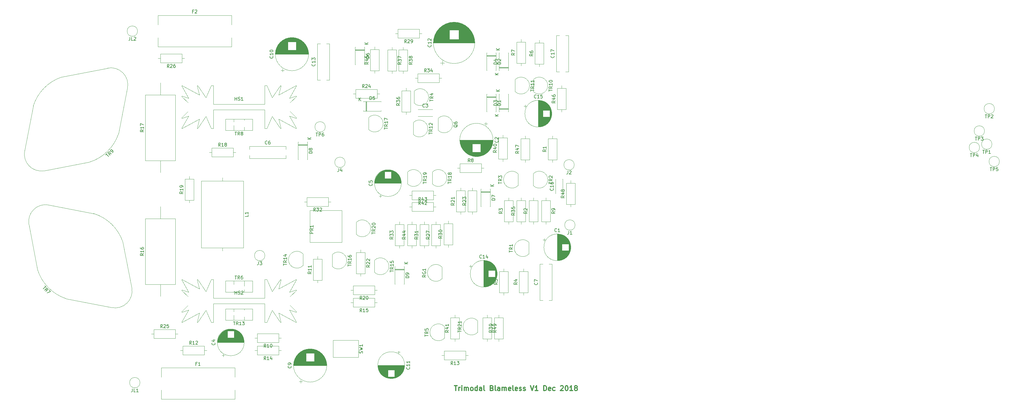
<source format=gto>
G04 #@! TF.GenerationSoftware,KiCad,Pcbnew,5.0.1+dfsg1-3*
G04 #@! TF.CreationDate,2018-12-20T03:11:08+00:00*
G04 #@! TF.ProjectId,Trimodal Blameless,5472696D6F64616C20426C616D656C65,rev?*
G04 #@! TF.SameCoordinates,Original*
G04 #@! TF.FileFunction,Legend,Top*
G04 #@! TF.FilePolarity,Positive*
%FSLAX46Y46*%
G04 Gerber Fmt 4.6, Leading zero omitted, Abs format (unit mm)*
G04 Created by KiCad (PCBNEW 5.0.1+dfsg1-3) date Thu 20 Dec 2018 03:11:08 UTC*
%MOMM*%
%LPD*%
G01*
G04 APERTURE LIST*
%ADD10C,0.300000*%
%ADD11C,0.120000*%
%ADD12C,0.150000*%
G04 APERTURE END LIST*
D10*
X155061428Y-142942571D02*
X155918571Y-142942571D01*
X155490000Y-144442571D02*
X155490000Y-142942571D01*
X156418571Y-144442571D02*
X156418571Y-143442571D01*
X156418571Y-143728285D02*
X156490000Y-143585428D01*
X156561428Y-143514000D01*
X156704285Y-143442571D01*
X156847142Y-143442571D01*
X157347142Y-144442571D02*
X157347142Y-143442571D01*
X157347142Y-142942571D02*
X157275714Y-143014000D01*
X157347142Y-143085428D01*
X157418571Y-143014000D01*
X157347142Y-142942571D01*
X157347142Y-143085428D01*
X158061428Y-144442571D02*
X158061428Y-143442571D01*
X158061428Y-143585428D02*
X158132857Y-143514000D01*
X158275714Y-143442571D01*
X158490000Y-143442571D01*
X158632857Y-143514000D01*
X158704285Y-143656857D01*
X158704285Y-144442571D01*
X158704285Y-143656857D02*
X158775714Y-143514000D01*
X158918571Y-143442571D01*
X159132857Y-143442571D01*
X159275714Y-143514000D01*
X159347142Y-143656857D01*
X159347142Y-144442571D01*
X160275714Y-144442571D02*
X160132857Y-144371142D01*
X160061428Y-144299714D01*
X159990000Y-144156857D01*
X159990000Y-143728285D01*
X160061428Y-143585428D01*
X160132857Y-143514000D01*
X160275714Y-143442571D01*
X160490000Y-143442571D01*
X160632857Y-143514000D01*
X160704285Y-143585428D01*
X160775714Y-143728285D01*
X160775714Y-144156857D01*
X160704285Y-144299714D01*
X160632857Y-144371142D01*
X160490000Y-144442571D01*
X160275714Y-144442571D01*
X162061428Y-144442571D02*
X162061428Y-142942571D01*
X162061428Y-144371142D02*
X161918571Y-144442571D01*
X161632857Y-144442571D01*
X161490000Y-144371142D01*
X161418571Y-144299714D01*
X161347142Y-144156857D01*
X161347142Y-143728285D01*
X161418571Y-143585428D01*
X161490000Y-143514000D01*
X161632857Y-143442571D01*
X161918571Y-143442571D01*
X162061428Y-143514000D01*
X163418571Y-144442571D02*
X163418571Y-143656857D01*
X163347142Y-143514000D01*
X163204285Y-143442571D01*
X162918571Y-143442571D01*
X162775714Y-143514000D01*
X163418571Y-144371142D02*
X163275714Y-144442571D01*
X162918571Y-144442571D01*
X162775714Y-144371142D01*
X162704285Y-144228285D01*
X162704285Y-144085428D01*
X162775714Y-143942571D01*
X162918571Y-143871142D01*
X163275714Y-143871142D01*
X163418571Y-143799714D01*
X164347142Y-144442571D02*
X164204285Y-144371142D01*
X164132857Y-144228285D01*
X164132857Y-142942571D01*
X166561428Y-143656857D02*
X166775714Y-143728285D01*
X166847142Y-143799714D01*
X166918571Y-143942571D01*
X166918571Y-144156857D01*
X166847142Y-144299714D01*
X166775714Y-144371142D01*
X166632857Y-144442571D01*
X166061428Y-144442571D01*
X166061428Y-142942571D01*
X166561428Y-142942571D01*
X166704285Y-143014000D01*
X166775714Y-143085428D01*
X166847142Y-143228285D01*
X166847142Y-143371142D01*
X166775714Y-143514000D01*
X166704285Y-143585428D01*
X166561428Y-143656857D01*
X166061428Y-143656857D01*
X167775714Y-144442571D02*
X167632857Y-144371142D01*
X167561428Y-144228285D01*
X167561428Y-142942571D01*
X168990000Y-144442571D02*
X168990000Y-143656857D01*
X168918571Y-143514000D01*
X168775714Y-143442571D01*
X168490000Y-143442571D01*
X168347142Y-143514000D01*
X168990000Y-144371142D02*
X168847142Y-144442571D01*
X168490000Y-144442571D01*
X168347142Y-144371142D01*
X168275714Y-144228285D01*
X168275714Y-144085428D01*
X168347142Y-143942571D01*
X168490000Y-143871142D01*
X168847142Y-143871142D01*
X168990000Y-143799714D01*
X169704285Y-144442571D02*
X169704285Y-143442571D01*
X169704285Y-143585428D02*
X169775714Y-143514000D01*
X169918571Y-143442571D01*
X170132857Y-143442571D01*
X170275714Y-143514000D01*
X170347142Y-143656857D01*
X170347142Y-144442571D01*
X170347142Y-143656857D02*
X170418571Y-143514000D01*
X170561428Y-143442571D01*
X170775714Y-143442571D01*
X170918571Y-143514000D01*
X170990000Y-143656857D01*
X170990000Y-144442571D01*
X172275714Y-144371142D02*
X172132857Y-144442571D01*
X171847142Y-144442571D01*
X171704285Y-144371142D01*
X171632857Y-144228285D01*
X171632857Y-143656857D01*
X171704285Y-143514000D01*
X171847142Y-143442571D01*
X172132857Y-143442571D01*
X172275714Y-143514000D01*
X172347142Y-143656857D01*
X172347142Y-143799714D01*
X171632857Y-143942571D01*
X173204285Y-144442571D02*
X173061428Y-144371142D01*
X172990000Y-144228285D01*
X172990000Y-142942571D01*
X174347142Y-144371142D02*
X174204285Y-144442571D01*
X173918571Y-144442571D01*
X173775714Y-144371142D01*
X173704285Y-144228285D01*
X173704285Y-143656857D01*
X173775714Y-143514000D01*
X173918571Y-143442571D01*
X174204285Y-143442571D01*
X174347142Y-143514000D01*
X174418571Y-143656857D01*
X174418571Y-143799714D01*
X173704285Y-143942571D01*
X174990000Y-144371142D02*
X175132857Y-144442571D01*
X175418571Y-144442571D01*
X175561428Y-144371142D01*
X175632857Y-144228285D01*
X175632857Y-144156857D01*
X175561428Y-144014000D01*
X175418571Y-143942571D01*
X175204285Y-143942571D01*
X175061428Y-143871142D01*
X174990000Y-143728285D01*
X174990000Y-143656857D01*
X175061428Y-143514000D01*
X175204285Y-143442571D01*
X175418571Y-143442571D01*
X175561428Y-143514000D01*
X176204285Y-144371142D02*
X176347142Y-144442571D01*
X176632857Y-144442571D01*
X176775714Y-144371142D01*
X176847142Y-144228285D01*
X176847142Y-144156857D01*
X176775714Y-144014000D01*
X176632857Y-143942571D01*
X176418571Y-143942571D01*
X176275714Y-143871142D01*
X176204285Y-143728285D01*
X176204285Y-143656857D01*
X176275714Y-143514000D01*
X176418571Y-143442571D01*
X176632857Y-143442571D01*
X176775714Y-143514000D01*
X178418571Y-142942571D02*
X178918571Y-144442571D01*
X179418571Y-142942571D01*
X180704285Y-144442571D02*
X179847142Y-144442571D01*
X180275714Y-144442571D02*
X180275714Y-142942571D01*
X180132857Y-143156857D01*
X179990000Y-143299714D01*
X179847142Y-143371142D01*
X182490000Y-144442571D02*
X182490000Y-142942571D01*
X182847142Y-142942571D01*
X183061428Y-143014000D01*
X183204285Y-143156857D01*
X183275714Y-143299714D01*
X183347142Y-143585428D01*
X183347142Y-143799714D01*
X183275714Y-144085428D01*
X183204285Y-144228285D01*
X183061428Y-144371142D01*
X182847142Y-144442571D01*
X182490000Y-144442571D01*
X184561428Y-144371142D02*
X184418571Y-144442571D01*
X184132857Y-144442571D01*
X183990000Y-144371142D01*
X183918571Y-144228285D01*
X183918571Y-143656857D01*
X183990000Y-143514000D01*
X184132857Y-143442571D01*
X184418571Y-143442571D01*
X184561428Y-143514000D01*
X184632857Y-143656857D01*
X184632857Y-143799714D01*
X183918571Y-143942571D01*
X185918571Y-144371142D02*
X185775714Y-144442571D01*
X185490000Y-144442571D01*
X185347142Y-144371142D01*
X185275714Y-144299714D01*
X185204285Y-144156857D01*
X185204285Y-143728285D01*
X185275714Y-143585428D01*
X185347142Y-143514000D01*
X185490000Y-143442571D01*
X185775714Y-143442571D01*
X185918571Y-143514000D01*
X187632857Y-143085428D02*
X187704285Y-143014000D01*
X187847142Y-142942571D01*
X188204285Y-142942571D01*
X188347142Y-143014000D01*
X188418571Y-143085428D01*
X188490000Y-143228285D01*
X188490000Y-143371142D01*
X188418571Y-143585428D01*
X187561428Y-144442571D01*
X188490000Y-144442571D01*
X189418571Y-142942571D02*
X189561428Y-142942571D01*
X189704285Y-143014000D01*
X189775714Y-143085428D01*
X189847142Y-143228285D01*
X189918571Y-143514000D01*
X189918571Y-143871142D01*
X189847142Y-144156857D01*
X189775714Y-144299714D01*
X189704285Y-144371142D01*
X189561428Y-144442571D01*
X189418571Y-144442571D01*
X189275714Y-144371142D01*
X189204285Y-144299714D01*
X189132857Y-144156857D01*
X189061428Y-143871142D01*
X189061428Y-143514000D01*
X189132857Y-143228285D01*
X189204285Y-143085428D01*
X189275714Y-143014000D01*
X189418571Y-142942571D01*
X191347142Y-144442571D02*
X190490000Y-144442571D01*
X190918571Y-144442571D02*
X190918571Y-142942571D01*
X190775714Y-143156857D01*
X190632857Y-143299714D01*
X190490000Y-143371142D01*
X192204285Y-143585428D02*
X192061428Y-143514000D01*
X191990000Y-143442571D01*
X191918571Y-143299714D01*
X191918571Y-143228285D01*
X191990000Y-143085428D01*
X192061428Y-143014000D01*
X192204285Y-142942571D01*
X192490000Y-142942571D01*
X192632857Y-143014000D01*
X192704285Y-143085428D01*
X192775714Y-143228285D01*
X192775714Y-143299714D01*
X192704285Y-143442571D01*
X192632857Y-143514000D01*
X192490000Y-143585428D01*
X192204285Y-143585428D01*
X192061428Y-143656857D01*
X191990000Y-143728285D01*
X191918571Y-143871142D01*
X191918571Y-144156857D01*
X191990000Y-144299714D01*
X192061428Y-144371142D01*
X192204285Y-144442571D01*
X192490000Y-144442571D01*
X192632857Y-144371142D01*
X192704285Y-144299714D01*
X192775714Y-144156857D01*
X192775714Y-143871142D01*
X192704285Y-143728285D01*
X192632857Y-143656857D01*
X192490000Y-143585428D01*
D11*
G04 #@! TO.C,HS2*
X106520000Y-120110000D02*
X104560000Y-118220000D01*
X106430000Y-120260000D02*
X106520000Y-120110000D01*
X104380000Y-119580000D02*
X106430000Y-120260000D01*
X106530000Y-123350000D02*
X104380000Y-119580000D01*
X106410000Y-123470000D02*
X106530000Y-123350000D01*
X101110000Y-120590000D02*
X106410000Y-123470000D01*
X101770000Y-123390000D02*
X101110000Y-120590000D01*
X101590000Y-123450000D02*
X101770000Y-123390000D01*
X99090000Y-119730000D02*
X101590000Y-123450000D01*
X97470000Y-123440000D02*
X99080000Y-119730000D01*
X96800000Y-123440000D02*
X97470000Y-123440000D01*
X96800000Y-117690000D02*
X96800000Y-123440000D01*
X88900000Y-117690000D02*
X96800000Y-117690000D01*
X96800000Y-110240000D02*
X97470000Y-110240000D01*
X96800000Y-115990000D02*
X96800000Y-110240000D01*
X88900000Y-115990000D02*
X96800000Y-115990000D01*
X97470000Y-110240000D02*
X99080000Y-113950000D01*
X106430000Y-113420000D02*
X106520000Y-113570000D01*
X106410000Y-110210000D02*
X106530000Y-110330000D01*
X106530000Y-110330000D02*
X104380000Y-114100000D01*
X104380000Y-114100000D02*
X106430000Y-113420000D01*
X106520000Y-113570000D02*
X104560000Y-115460000D01*
X101110000Y-113090000D02*
X106410000Y-110210000D01*
X99090000Y-113950000D02*
X101590000Y-110230000D01*
X101590000Y-110230000D02*
X101770000Y-110290000D01*
X101770000Y-110290000D02*
X101110000Y-113090000D01*
X88900000Y-117690000D02*
X81000000Y-117690000D01*
X80330000Y-123440000D02*
X78720000Y-119730000D01*
X81000000Y-123440000D02*
X80330000Y-123440000D01*
X81000000Y-117690000D02*
X81000000Y-123440000D01*
X88900000Y-115990000D02*
X81000000Y-115990000D01*
X73420000Y-114100000D02*
X71370000Y-113420000D01*
X71390000Y-110210000D02*
X71270000Y-110330000D01*
X71370000Y-113420000D02*
X71280000Y-113570000D01*
X71270000Y-110330000D02*
X73420000Y-114100000D01*
X71280000Y-113570000D02*
X73240000Y-115460000D01*
X78710000Y-113950000D02*
X76210000Y-110230000D01*
X76030000Y-110290000D02*
X76690000Y-113090000D01*
X76210000Y-110230000D02*
X76030000Y-110290000D01*
X76690000Y-113090000D02*
X71390000Y-110210000D01*
X81000000Y-110240000D02*
X80330000Y-110240000D01*
X81000000Y-115990000D02*
X81000000Y-110240000D01*
X80330000Y-110240000D02*
X78720000Y-113950000D01*
X71390000Y-123470000D02*
X71270000Y-123350000D01*
X71280000Y-120110000D02*
X73240000Y-118220000D01*
X73420000Y-119580000D02*
X71370000Y-120260000D01*
X71370000Y-120260000D02*
X71280000Y-120110000D01*
X71270000Y-123350000D02*
X73420000Y-119580000D01*
X76690000Y-120590000D02*
X71390000Y-123470000D01*
X76030000Y-123390000D02*
X76690000Y-120590000D01*
X76210000Y-123450000D02*
X76030000Y-123390000D01*
X78710000Y-119730000D02*
X76210000Y-123450000D01*
G04 #@! TO.C,TR9*
X51898808Y-65388730D02*
X54656524Y-51317305D01*
X34433270Y-47923192D02*
X48646117Y-45165476D01*
X43059973Y-74086143D02*
X29059259Y-76773149D01*
X25735857Y-56762027D02*
X23048851Y-70762741D01*
X42945621Y-74121513D02*
G75*
G03X51898808Y-65388730I-4092933J13152201D01*
G01*
X25700487Y-56876379D02*
G75*
G02X34433270Y-47923192I13152201J-4092933D01*
G01*
X48596105Y-45148039D02*
G75*
G02X54656524Y-51317305I933895J-5143961D01*
G01*
X23083474Y-70581240D02*
G75*
G03X29059259Y-76773149I5091901J-1065385D01*
G01*
G04 #@! TO.C,R16*
X64770000Y-87800000D02*
X64770000Y-91480000D01*
X64770000Y-115400000D02*
X64770000Y-111720000D01*
X60150000Y-91480000D02*
X60150000Y-111720000D01*
X69390000Y-91480000D02*
X60150000Y-91480000D01*
X69390000Y-111720000D02*
X69390000Y-91480000D01*
X60150000Y-111720000D02*
X69390000Y-111720000D01*
G04 #@! TO.C,TR7*
X30561012Y-87308262D02*
G75*
G03X24369103Y-93284047I-1065385J-5091901D01*
G01*
X55994213Y-112820893D02*
G75*
G02X49824947Y-118881312I-5143961J-933895D01*
G01*
X44265873Y-89925275D02*
G75*
G02X53219060Y-98658058I-4092933J-13152201D01*
G01*
X27020739Y-107170409D02*
G75*
G03X35753522Y-116123596I13152201J4092933D01*
G01*
X44380225Y-89960645D02*
X30379511Y-87273639D01*
X27056109Y-107284761D02*
X24369103Y-93284047D01*
X53219060Y-98658058D02*
X55976776Y-112870905D01*
X35753522Y-116123596D02*
X49824947Y-118881312D01*
G04 #@! TO.C,C2*
X166918000Y-67270000D02*
G75*
G03X166918000Y-67270000I-5120000J0D01*
G01*
X166878000Y-67270000D02*
X156718000Y-67270000D01*
X166878000Y-67310000D02*
X156718000Y-67310000D01*
X166878000Y-67350000D02*
X156718000Y-67350000D01*
X166877000Y-67390000D02*
X156719000Y-67390000D01*
X166876000Y-67430000D02*
X156720000Y-67430000D01*
X166875000Y-67470000D02*
X156721000Y-67470000D01*
X166873000Y-67510000D02*
X156723000Y-67510000D01*
X166871000Y-67550000D02*
X156725000Y-67550000D01*
X166868000Y-67590000D02*
X156728000Y-67590000D01*
X166866000Y-67630000D02*
X156730000Y-67630000D01*
X166863000Y-67670000D02*
X156733000Y-67670000D01*
X166860000Y-67710000D02*
X156736000Y-67710000D01*
X166856000Y-67750000D02*
X156740000Y-67750000D01*
X166852000Y-67790000D02*
X156744000Y-67790000D01*
X166848000Y-67830000D02*
X156748000Y-67830000D01*
X166843000Y-67870000D02*
X156753000Y-67870000D01*
X166838000Y-67910000D02*
X156758000Y-67910000D01*
X166833000Y-67950000D02*
X156763000Y-67950000D01*
X166828000Y-67991000D02*
X156768000Y-67991000D01*
X166822000Y-68031000D02*
X156774000Y-68031000D01*
X166816000Y-68071000D02*
X156780000Y-68071000D01*
X166809000Y-68111000D02*
X156787000Y-68111000D01*
X166802000Y-68151000D02*
X156794000Y-68151000D01*
X166795000Y-68191000D02*
X156801000Y-68191000D01*
X166788000Y-68231000D02*
X156808000Y-68231000D01*
X166780000Y-68271000D02*
X156816000Y-68271000D01*
X166772000Y-68311000D02*
X156824000Y-68311000D01*
X166763000Y-68351000D02*
X156833000Y-68351000D01*
X166754000Y-68391000D02*
X156842000Y-68391000D01*
X166745000Y-68431000D02*
X156851000Y-68431000D01*
X166736000Y-68471000D02*
X156860000Y-68471000D01*
X166726000Y-68511000D02*
X156870000Y-68511000D01*
X166716000Y-68551000D02*
X163039000Y-68551000D01*
X160557000Y-68551000D02*
X156880000Y-68551000D01*
X166705000Y-68591000D02*
X163039000Y-68591000D01*
X160557000Y-68591000D02*
X156891000Y-68591000D01*
X166695000Y-68631000D02*
X163039000Y-68631000D01*
X160557000Y-68631000D02*
X156901000Y-68631000D01*
X166683000Y-68671000D02*
X163039000Y-68671000D01*
X160557000Y-68671000D02*
X156913000Y-68671000D01*
X166672000Y-68711000D02*
X163039000Y-68711000D01*
X160557000Y-68711000D02*
X156924000Y-68711000D01*
X166660000Y-68751000D02*
X163039000Y-68751000D01*
X160557000Y-68751000D02*
X156936000Y-68751000D01*
X166648000Y-68791000D02*
X163039000Y-68791000D01*
X160557000Y-68791000D02*
X156948000Y-68791000D01*
X166635000Y-68831000D02*
X163039000Y-68831000D01*
X160557000Y-68831000D02*
X156961000Y-68831000D01*
X166622000Y-68871000D02*
X163039000Y-68871000D01*
X160557000Y-68871000D02*
X156974000Y-68871000D01*
X166609000Y-68911000D02*
X163039000Y-68911000D01*
X160557000Y-68911000D02*
X156987000Y-68911000D01*
X166595000Y-68951000D02*
X163039000Y-68951000D01*
X160557000Y-68951000D02*
X157001000Y-68951000D01*
X166581000Y-68991000D02*
X163039000Y-68991000D01*
X160557000Y-68991000D02*
X157015000Y-68991000D01*
X166566000Y-69031000D02*
X163039000Y-69031000D01*
X160557000Y-69031000D02*
X157030000Y-69031000D01*
X166552000Y-69071000D02*
X163039000Y-69071000D01*
X160557000Y-69071000D02*
X157044000Y-69071000D01*
X166536000Y-69111000D02*
X163039000Y-69111000D01*
X160557000Y-69111000D02*
X157060000Y-69111000D01*
X166521000Y-69151000D02*
X163039000Y-69151000D01*
X160557000Y-69151000D02*
X157075000Y-69151000D01*
X166505000Y-69191000D02*
X163039000Y-69191000D01*
X160557000Y-69191000D02*
X157091000Y-69191000D01*
X166488000Y-69231000D02*
X163039000Y-69231000D01*
X160557000Y-69231000D02*
X157108000Y-69231000D01*
X166472000Y-69271000D02*
X163039000Y-69271000D01*
X160557000Y-69271000D02*
X157124000Y-69271000D01*
X166455000Y-69311000D02*
X163039000Y-69311000D01*
X160557000Y-69311000D02*
X157141000Y-69311000D01*
X166437000Y-69351000D02*
X163039000Y-69351000D01*
X160557000Y-69351000D02*
X157159000Y-69351000D01*
X166419000Y-69391000D02*
X163039000Y-69391000D01*
X160557000Y-69391000D02*
X157177000Y-69391000D01*
X166401000Y-69431000D02*
X163039000Y-69431000D01*
X160557000Y-69431000D02*
X157195000Y-69431000D01*
X166382000Y-69471000D02*
X163039000Y-69471000D01*
X160557000Y-69471000D02*
X157214000Y-69471000D01*
X166362000Y-69511000D02*
X163039000Y-69511000D01*
X160557000Y-69511000D02*
X157234000Y-69511000D01*
X166343000Y-69551000D02*
X163039000Y-69551000D01*
X160557000Y-69551000D02*
X157253000Y-69551000D01*
X166323000Y-69591000D02*
X163039000Y-69591000D01*
X160557000Y-69591000D02*
X157273000Y-69591000D01*
X166302000Y-69631000D02*
X163039000Y-69631000D01*
X160557000Y-69631000D02*
X157294000Y-69631000D01*
X166281000Y-69671000D02*
X163039000Y-69671000D01*
X160557000Y-69671000D02*
X157315000Y-69671000D01*
X166260000Y-69711000D02*
X163039000Y-69711000D01*
X160557000Y-69711000D02*
X157336000Y-69711000D01*
X166238000Y-69751000D02*
X163039000Y-69751000D01*
X160557000Y-69751000D02*
X157358000Y-69751000D01*
X166215000Y-69791000D02*
X163039000Y-69791000D01*
X160557000Y-69791000D02*
X157381000Y-69791000D01*
X166193000Y-69831000D02*
X163039000Y-69831000D01*
X160557000Y-69831000D02*
X157403000Y-69831000D01*
X166169000Y-69871000D02*
X163039000Y-69871000D01*
X160557000Y-69871000D02*
X157427000Y-69871000D01*
X166145000Y-69911000D02*
X163039000Y-69911000D01*
X160557000Y-69911000D02*
X157451000Y-69911000D01*
X166121000Y-69951000D02*
X163039000Y-69951000D01*
X160557000Y-69951000D02*
X157475000Y-69951000D01*
X166096000Y-69991000D02*
X163039000Y-69991000D01*
X160557000Y-69991000D02*
X157500000Y-69991000D01*
X166071000Y-70031000D02*
X163039000Y-70031000D01*
X160557000Y-70031000D02*
X157525000Y-70031000D01*
X166045000Y-70071000D02*
X163039000Y-70071000D01*
X160557000Y-70071000D02*
X157551000Y-70071000D01*
X166019000Y-70111000D02*
X163039000Y-70111000D01*
X160557000Y-70111000D02*
X157577000Y-70111000D01*
X165992000Y-70151000D02*
X163039000Y-70151000D01*
X160557000Y-70151000D02*
X157604000Y-70151000D01*
X165964000Y-70191000D02*
X163039000Y-70191000D01*
X160557000Y-70191000D02*
X157632000Y-70191000D01*
X165936000Y-70231000D02*
X163039000Y-70231000D01*
X160557000Y-70231000D02*
X157660000Y-70231000D01*
X165908000Y-70271000D02*
X163039000Y-70271000D01*
X160557000Y-70271000D02*
X157688000Y-70271000D01*
X165878000Y-70311000D02*
X163039000Y-70311000D01*
X160557000Y-70311000D02*
X157718000Y-70311000D01*
X165848000Y-70351000D02*
X163039000Y-70351000D01*
X160557000Y-70351000D02*
X157748000Y-70351000D01*
X165818000Y-70391000D02*
X163039000Y-70391000D01*
X160557000Y-70391000D02*
X157778000Y-70391000D01*
X165787000Y-70431000D02*
X163039000Y-70431000D01*
X160557000Y-70431000D02*
X157809000Y-70431000D01*
X165755000Y-70471000D02*
X163039000Y-70471000D01*
X160557000Y-70471000D02*
X157841000Y-70471000D01*
X165723000Y-70511000D02*
X163039000Y-70511000D01*
X160557000Y-70511000D02*
X157873000Y-70511000D01*
X165690000Y-70551000D02*
X163039000Y-70551000D01*
X160557000Y-70551000D02*
X157906000Y-70551000D01*
X165656000Y-70591000D02*
X163039000Y-70591000D01*
X160557000Y-70591000D02*
X157940000Y-70591000D01*
X165622000Y-70631000D02*
X163039000Y-70631000D01*
X160557000Y-70631000D02*
X157974000Y-70631000D01*
X165587000Y-70671000D02*
X163039000Y-70671000D01*
X160557000Y-70671000D02*
X158009000Y-70671000D01*
X165551000Y-70711000D02*
X163039000Y-70711000D01*
X160557000Y-70711000D02*
X158045000Y-70711000D01*
X165514000Y-70751000D02*
X163039000Y-70751000D01*
X160557000Y-70751000D02*
X158082000Y-70751000D01*
X165477000Y-70791000D02*
X163039000Y-70791000D01*
X160557000Y-70791000D02*
X158119000Y-70791000D01*
X165438000Y-70831000D02*
X163039000Y-70831000D01*
X160557000Y-70831000D02*
X158158000Y-70831000D01*
X165399000Y-70871000D02*
X163039000Y-70871000D01*
X160557000Y-70871000D02*
X158197000Y-70871000D01*
X165359000Y-70911000D02*
X163039000Y-70911000D01*
X160557000Y-70911000D02*
X158237000Y-70911000D01*
X165318000Y-70951000D02*
X163039000Y-70951000D01*
X160557000Y-70951000D02*
X158278000Y-70951000D01*
X165276000Y-70991000D02*
X163039000Y-70991000D01*
X160557000Y-70991000D02*
X158320000Y-70991000D01*
X165234000Y-71031000D02*
X158362000Y-71031000D01*
X165190000Y-71071000D02*
X158406000Y-71071000D01*
X165145000Y-71111000D02*
X158451000Y-71111000D01*
X165099000Y-71151000D02*
X158497000Y-71151000D01*
X165052000Y-71191000D02*
X158544000Y-71191000D01*
X165004000Y-71231000D02*
X158592000Y-71231000D01*
X164954000Y-71271000D02*
X158642000Y-71271000D01*
X164904000Y-71311000D02*
X158692000Y-71311000D01*
X164852000Y-71351000D02*
X158744000Y-71351000D01*
X164798000Y-71391000D02*
X158798000Y-71391000D01*
X164743000Y-71431000D02*
X158853000Y-71431000D01*
X164687000Y-71471000D02*
X158909000Y-71471000D01*
X164628000Y-71511000D02*
X158968000Y-71511000D01*
X164568000Y-71551000D02*
X159028000Y-71551000D01*
X164507000Y-71591000D02*
X159089000Y-71591000D01*
X164443000Y-71631000D02*
X159153000Y-71631000D01*
X164377000Y-71671000D02*
X159219000Y-71671000D01*
X164308000Y-71711000D02*
X159288000Y-71711000D01*
X164237000Y-71751000D02*
X159359000Y-71751000D01*
X164163000Y-71791000D02*
X159433000Y-71791000D01*
X164087000Y-71831000D02*
X159509000Y-71831000D01*
X164007000Y-71871000D02*
X159589000Y-71871000D01*
X163923000Y-71911000D02*
X159673000Y-71911000D01*
X163835000Y-71951000D02*
X159761000Y-71951000D01*
X163742000Y-71991000D02*
X159854000Y-71991000D01*
X163644000Y-72031000D02*
X159952000Y-72031000D01*
X163540000Y-72071000D02*
X160056000Y-72071000D01*
X163428000Y-72111000D02*
X160168000Y-72111000D01*
X163308000Y-72151000D02*
X160288000Y-72151000D01*
X163176000Y-72191000D02*
X160420000Y-72191000D01*
X163028000Y-72231000D02*
X160568000Y-72231000D01*
X162860000Y-72271000D02*
X160736000Y-72271000D01*
X162660000Y-72311000D02*
X160936000Y-72311000D01*
X162397000Y-72351000D02*
X161199000Y-72351000D01*
X164673000Y-61790354D02*
X164673000Y-62790354D01*
X165173000Y-62290354D02*
X164173000Y-62290354D01*
G04 #@! TO.C,C9*
X107369000Y-141671646D02*
X108369000Y-141671646D01*
X107869000Y-142171646D02*
X107869000Y-141171646D01*
X110145000Y-131611000D02*
X111343000Y-131611000D01*
X109882000Y-131651000D02*
X111606000Y-131651000D01*
X109682000Y-131691000D02*
X111806000Y-131691000D01*
X109514000Y-131731000D02*
X111974000Y-131731000D01*
X109366000Y-131771000D02*
X112122000Y-131771000D01*
X109234000Y-131811000D02*
X112254000Y-131811000D01*
X109114000Y-131851000D02*
X112374000Y-131851000D01*
X109002000Y-131891000D02*
X112486000Y-131891000D01*
X108898000Y-131931000D02*
X112590000Y-131931000D01*
X108800000Y-131971000D02*
X112688000Y-131971000D01*
X108707000Y-132011000D02*
X112781000Y-132011000D01*
X108619000Y-132051000D02*
X112869000Y-132051000D01*
X108535000Y-132091000D02*
X112953000Y-132091000D01*
X108455000Y-132131000D02*
X113033000Y-132131000D01*
X108379000Y-132171000D02*
X113109000Y-132171000D01*
X108305000Y-132211000D02*
X113183000Y-132211000D01*
X108234000Y-132251000D02*
X113254000Y-132251000D01*
X108165000Y-132291000D02*
X113323000Y-132291000D01*
X108099000Y-132331000D02*
X113389000Y-132331000D01*
X108035000Y-132371000D02*
X113453000Y-132371000D01*
X107974000Y-132411000D02*
X113514000Y-132411000D01*
X107914000Y-132451000D02*
X113574000Y-132451000D01*
X107855000Y-132491000D02*
X113633000Y-132491000D01*
X107799000Y-132531000D02*
X113689000Y-132531000D01*
X107744000Y-132571000D02*
X113744000Y-132571000D01*
X107690000Y-132611000D02*
X113798000Y-132611000D01*
X107638000Y-132651000D02*
X113850000Y-132651000D01*
X107588000Y-132691000D02*
X113900000Y-132691000D01*
X107538000Y-132731000D02*
X113950000Y-132731000D01*
X107490000Y-132771000D02*
X113998000Y-132771000D01*
X107443000Y-132811000D02*
X114045000Y-132811000D01*
X107397000Y-132851000D02*
X114091000Y-132851000D01*
X107352000Y-132891000D02*
X114136000Y-132891000D01*
X107308000Y-132931000D02*
X114180000Y-132931000D01*
X111985000Y-132971000D02*
X114222000Y-132971000D01*
X107266000Y-132971000D02*
X109503000Y-132971000D01*
X111985000Y-133011000D02*
X114264000Y-133011000D01*
X107224000Y-133011000D02*
X109503000Y-133011000D01*
X111985000Y-133051000D02*
X114305000Y-133051000D01*
X107183000Y-133051000D02*
X109503000Y-133051000D01*
X111985000Y-133091000D02*
X114345000Y-133091000D01*
X107143000Y-133091000D02*
X109503000Y-133091000D01*
X111985000Y-133131000D02*
X114384000Y-133131000D01*
X107104000Y-133131000D02*
X109503000Y-133131000D01*
X111985000Y-133171000D02*
X114423000Y-133171000D01*
X107065000Y-133171000D02*
X109503000Y-133171000D01*
X111985000Y-133211000D02*
X114460000Y-133211000D01*
X107028000Y-133211000D02*
X109503000Y-133211000D01*
X111985000Y-133251000D02*
X114497000Y-133251000D01*
X106991000Y-133251000D02*
X109503000Y-133251000D01*
X111985000Y-133291000D02*
X114533000Y-133291000D01*
X106955000Y-133291000D02*
X109503000Y-133291000D01*
X111985000Y-133331000D02*
X114568000Y-133331000D01*
X106920000Y-133331000D02*
X109503000Y-133331000D01*
X111985000Y-133371000D02*
X114602000Y-133371000D01*
X106886000Y-133371000D02*
X109503000Y-133371000D01*
X111985000Y-133411000D02*
X114636000Y-133411000D01*
X106852000Y-133411000D02*
X109503000Y-133411000D01*
X111985000Y-133451000D02*
X114669000Y-133451000D01*
X106819000Y-133451000D02*
X109503000Y-133451000D01*
X111985000Y-133491000D02*
X114701000Y-133491000D01*
X106787000Y-133491000D02*
X109503000Y-133491000D01*
X111985000Y-133531000D02*
X114733000Y-133531000D01*
X106755000Y-133531000D02*
X109503000Y-133531000D01*
X111985000Y-133571000D02*
X114764000Y-133571000D01*
X106724000Y-133571000D02*
X109503000Y-133571000D01*
X111985000Y-133611000D02*
X114794000Y-133611000D01*
X106694000Y-133611000D02*
X109503000Y-133611000D01*
X111985000Y-133651000D02*
X114824000Y-133651000D01*
X106664000Y-133651000D02*
X109503000Y-133651000D01*
X111985000Y-133691000D02*
X114854000Y-133691000D01*
X106634000Y-133691000D02*
X109503000Y-133691000D01*
X111985000Y-133731000D02*
X114882000Y-133731000D01*
X106606000Y-133731000D02*
X109503000Y-133731000D01*
X111985000Y-133771000D02*
X114910000Y-133771000D01*
X106578000Y-133771000D02*
X109503000Y-133771000D01*
X111985000Y-133811000D02*
X114938000Y-133811000D01*
X106550000Y-133811000D02*
X109503000Y-133811000D01*
X111985000Y-133851000D02*
X114965000Y-133851000D01*
X106523000Y-133851000D02*
X109503000Y-133851000D01*
X111985000Y-133891000D02*
X114991000Y-133891000D01*
X106497000Y-133891000D02*
X109503000Y-133891000D01*
X111985000Y-133931000D02*
X115017000Y-133931000D01*
X106471000Y-133931000D02*
X109503000Y-133931000D01*
X111985000Y-133971000D02*
X115042000Y-133971000D01*
X106446000Y-133971000D02*
X109503000Y-133971000D01*
X111985000Y-134011000D02*
X115067000Y-134011000D01*
X106421000Y-134011000D02*
X109503000Y-134011000D01*
X111985000Y-134051000D02*
X115091000Y-134051000D01*
X106397000Y-134051000D02*
X109503000Y-134051000D01*
X111985000Y-134091000D02*
X115115000Y-134091000D01*
X106373000Y-134091000D02*
X109503000Y-134091000D01*
X111985000Y-134131000D02*
X115139000Y-134131000D01*
X106349000Y-134131000D02*
X109503000Y-134131000D01*
X111985000Y-134171000D02*
X115161000Y-134171000D01*
X106327000Y-134171000D02*
X109503000Y-134171000D01*
X111985000Y-134211000D02*
X115184000Y-134211000D01*
X106304000Y-134211000D02*
X109503000Y-134211000D01*
X111985000Y-134251000D02*
X115206000Y-134251000D01*
X106282000Y-134251000D02*
X109503000Y-134251000D01*
X111985000Y-134291000D02*
X115227000Y-134291000D01*
X106261000Y-134291000D02*
X109503000Y-134291000D01*
X111985000Y-134331000D02*
X115248000Y-134331000D01*
X106240000Y-134331000D02*
X109503000Y-134331000D01*
X111985000Y-134371000D02*
X115269000Y-134371000D01*
X106219000Y-134371000D02*
X109503000Y-134371000D01*
X111985000Y-134411000D02*
X115289000Y-134411000D01*
X106199000Y-134411000D02*
X109503000Y-134411000D01*
X111985000Y-134451000D02*
X115308000Y-134451000D01*
X106180000Y-134451000D02*
X109503000Y-134451000D01*
X111985000Y-134491000D02*
X115328000Y-134491000D01*
X106160000Y-134491000D02*
X109503000Y-134491000D01*
X111985000Y-134531000D02*
X115347000Y-134531000D01*
X106141000Y-134531000D02*
X109503000Y-134531000D01*
X111985000Y-134571000D02*
X115365000Y-134571000D01*
X106123000Y-134571000D02*
X109503000Y-134571000D01*
X111985000Y-134611000D02*
X115383000Y-134611000D01*
X106105000Y-134611000D02*
X109503000Y-134611000D01*
X111985000Y-134651000D02*
X115401000Y-134651000D01*
X106087000Y-134651000D02*
X109503000Y-134651000D01*
X111985000Y-134691000D02*
X115418000Y-134691000D01*
X106070000Y-134691000D02*
X109503000Y-134691000D01*
X111985000Y-134731000D02*
X115434000Y-134731000D01*
X106054000Y-134731000D02*
X109503000Y-134731000D01*
X111985000Y-134771000D02*
X115451000Y-134771000D01*
X106037000Y-134771000D02*
X109503000Y-134771000D01*
X111985000Y-134811000D02*
X115467000Y-134811000D01*
X106021000Y-134811000D02*
X109503000Y-134811000D01*
X111985000Y-134851000D02*
X115482000Y-134851000D01*
X106006000Y-134851000D02*
X109503000Y-134851000D01*
X111985000Y-134891000D02*
X115498000Y-134891000D01*
X105990000Y-134891000D02*
X109503000Y-134891000D01*
X111985000Y-134931000D02*
X115512000Y-134931000D01*
X105976000Y-134931000D02*
X109503000Y-134931000D01*
X111985000Y-134971000D02*
X115527000Y-134971000D01*
X105961000Y-134971000D02*
X109503000Y-134971000D01*
X111985000Y-135011000D02*
X115541000Y-135011000D01*
X105947000Y-135011000D02*
X109503000Y-135011000D01*
X111985000Y-135051000D02*
X115555000Y-135051000D01*
X105933000Y-135051000D02*
X109503000Y-135051000D01*
X111985000Y-135091000D02*
X115568000Y-135091000D01*
X105920000Y-135091000D02*
X109503000Y-135091000D01*
X111985000Y-135131000D02*
X115581000Y-135131000D01*
X105907000Y-135131000D02*
X109503000Y-135131000D01*
X111985000Y-135171000D02*
X115594000Y-135171000D01*
X105894000Y-135171000D02*
X109503000Y-135171000D01*
X111985000Y-135211000D02*
X115606000Y-135211000D01*
X105882000Y-135211000D02*
X109503000Y-135211000D01*
X111985000Y-135251000D02*
X115618000Y-135251000D01*
X105870000Y-135251000D02*
X109503000Y-135251000D01*
X111985000Y-135291000D02*
X115629000Y-135291000D01*
X105859000Y-135291000D02*
X109503000Y-135291000D01*
X111985000Y-135331000D02*
X115641000Y-135331000D01*
X105847000Y-135331000D02*
X109503000Y-135331000D01*
X111985000Y-135371000D02*
X115651000Y-135371000D01*
X105837000Y-135371000D02*
X109503000Y-135371000D01*
X111985000Y-135411000D02*
X115662000Y-135411000D01*
X105826000Y-135411000D02*
X109503000Y-135411000D01*
X105816000Y-135451000D02*
X115672000Y-135451000D01*
X105806000Y-135491000D02*
X115682000Y-135491000D01*
X105797000Y-135531000D02*
X115691000Y-135531000D01*
X105788000Y-135571000D02*
X115700000Y-135571000D01*
X105779000Y-135611000D02*
X115709000Y-135611000D01*
X105770000Y-135651000D02*
X115718000Y-135651000D01*
X105762000Y-135691000D02*
X115726000Y-135691000D01*
X105754000Y-135731000D02*
X115734000Y-135731000D01*
X105747000Y-135771000D02*
X115741000Y-135771000D01*
X105740000Y-135811000D02*
X115748000Y-135811000D01*
X105733000Y-135851000D02*
X115755000Y-135851000D01*
X105726000Y-135891000D02*
X115762000Y-135891000D01*
X105720000Y-135931000D02*
X115768000Y-135931000D01*
X105714000Y-135971000D02*
X115774000Y-135971000D01*
X105709000Y-136012000D02*
X115779000Y-136012000D01*
X105704000Y-136052000D02*
X115784000Y-136052000D01*
X105699000Y-136092000D02*
X115789000Y-136092000D01*
X105694000Y-136132000D02*
X115794000Y-136132000D01*
X105690000Y-136172000D02*
X115798000Y-136172000D01*
X105686000Y-136212000D02*
X115802000Y-136212000D01*
X105682000Y-136252000D02*
X115806000Y-136252000D01*
X105679000Y-136292000D02*
X115809000Y-136292000D01*
X105676000Y-136332000D02*
X115812000Y-136332000D01*
X105674000Y-136372000D02*
X115814000Y-136372000D01*
X105671000Y-136412000D02*
X115817000Y-136412000D01*
X105669000Y-136452000D02*
X115819000Y-136452000D01*
X105667000Y-136492000D02*
X115821000Y-136492000D01*
X105666000Y-136532000D02*
X115822000Y-136532000D01*
X105665000Y-136572000D02*
X115823000Y-136572000D01*
X105664000Y-136612000D02*
X115824000Y-136612000D01*
X105664000Y-136652000D02*
X115824000Y-136652000D01*
X105664000Y-136692000D02*
X115824000Y-136692000D01*
X115864000Y-136692000D02*
G75*
G03X115864000Y-136692000I-5120000J0D01*
G01*
G04 #@! TO.C,C10*
X110276000Y-40854000D02*
G75*
G03X110276000Y-40854000I-5120000J0D01*
G01*
X100076000Y-40854000D02*
X110236000Y-40854000D01*
X100076000Y-40814000D02*
X110236000Y-40814000D01*
X100076000Y-40774000D02*
X110236000Y-40774000D01*
X100077000Y-40734000D02*
X110235000Y-40734000D01*
X100078000Y-40694000D02*
X110234000Y-40694000D01*
X100079000Y-40654000D02*
X110233000Y-40654000D01*
X100081000Y-40614000D02*
X110231000Y-40614000D01*
X100083000Y-40574000D02*
X110229000Y-40574000D01*
X100086000Y-40534000D02*
X110226000Y-40534000D01*
X100088000Y-40494000D02*
X110224000Y-40494000D01*
X100091000Y-40454000D02*
X110221000Y-40454000D01*
X100094000Y-40414000D02*
X110218000Y-40414000D01*
X100098000Y-40374000D02*
X110214000Y-40374000D01*
X100102000Y-40334000D02*
X110210000Y-40334000D01*
X100106000Y-40294000D02*
X110206000Y-40294000D01*
X100111000Y-40254000D02*
X110201000Y-40254000D01*
X100116000Y-40214000D02*
X110196000Y-40214000D01*
X100121000Y-40174000D02*
X110191000Y-40174000D01*
X100126000Y-40133000D02*
X110186000Y-40133000D01*
X100132000Y-40093000D02*
X110180000Y-40093000D01*
X100138000Y-40053000D02*
X110174000Y-40053000D01*
X100145000Y-40013000D02*
X110167000Y-40013000D01*
X100152000Y-39973000D02*
X110160000Y-39973000D01*
X100159000Y-39933000D02*
X110153000Y-39933000D01*
X100166000Y-39893000D02*
X110146000Y-39893000D01*
X100174000Y-39853000D02*
X110138000Y-39853000D01*
X100182000Y-39813000D02*
X110130000Y-39813000D01*
X100191000Y-39773000D02*
X110121000Y-39773000D01*
X100200000Y-39733000D02*
X110112000Y-39733000D01*
X100209000Y-39693000D02*
X110103000Y-39693000D01*
X100218000Y-39653000D02*
X110094000Y-39653000D01*
X100228000Y-39613000D02*
X110084000Y-39613000D01*
X100238000Y-39573000D02*
X103915000Y-39573000D01*
X106397000Y-39573000D02*
X110074000Y-39573000D01*
X100249000Y-39533000D02*
X103915000Y-39533000D01*
X106397000Y-39533000D02*
X110063000Y-39533000D01*
X100259000Y-39493000D02*
X103915000Y-39493000D01*
X106397000Y-39493000D02*
X110053000Y-39493000D01*
X100271000Y-39453000D02*
X103915000Y-39453000D01*
X106397000Y-39453000D02*
X110041000Y-39453000D01*
X100282000Y-39413000D02*
X103915000Y-39413000D01*
X106397000Y-39413000D02*
X110030000Y-39413000D01*
X100294000Y-39373000D02*
X103915000Y-39373000D01*
X106397000Y-39373000D02*
X110018000Y-39373000D01*
X100306000Y-39333000D02*
X103915000Y-39333000D01*
X106397000Y-39333000D02*
X110006000Y-39333000D01*
X100319000Y-39293000D02*
X103915000Y-39293000D01*
X106397000Y-39293000D02*
X109993000Y-39293000D01*
X100332000Y-39253000D02*
X103915000Y-39253000D01*
X106397000Y-39253000D02*
X109980000Y-39253000D01*
X100345000Y-39213000D02*
X103915000Y-39213000D01*
X106397000Y-39213000D02*
X109967000Y-39213000D01*
X100359000Y-39173000D02*
X103915000Y-39173000D01*
X106397000Y-39173000D02*
X109953000Y-39173000D01*
X100373000Y-39133000D02*
X103915000Y-39133000D01*
X106397000Y-39133000D02*
X109939000Y-39133000D01*
X100388000Y-39093000D02*
X103915000Y-39093000D01*
X106397000Y-39093000D02*
X109924000Y-39093000D01*
X100402000Y-39053000D02*
X103915000Y-39053000D01*
X106397000Y-39053000D02*
X109910000Y-39053000D01*
X100418000Y-39013000D02*
X103915000Y-39013000D01*
X106397000Y-39013000D02*
X109894000Y-39013000D01*
X100433000Y-38973000D02*
X103915000Y-38973000D01*
X106397000Y-38973000D02*
X109879000Y-38973000D01*
X100449000Y-38933000D02*
X103915000Y-38933000D01*
X106397000Y-38933000D02*
X109863000Y-38933000D01*
X100466000Y-38893000D02*
X103915000Y-38893000D01*
X106397000Y-38893000D02*
X109846000Y-38893000D01*
X100482000Y-38853000D02*
X103915000Y-38853000D01*
X106397000Y-38853000D02*
X109830000Y-38853000D01*
X100499000Y-38813000D02*
X103915000Y-38813000D01*
X106397000Y-38813000D02*
X109813000Y-38813000D01*
X100517000Y-38773000D02*
X103915000Y-38773000D01*
X106397000Y-38773000D02*
X109795000Y-38773000D01*
X100535000Y-38733000D02*
X103915000Y-38733000D01*
X106397000Y-38733000D02*
X109777000Y-38733000D01*
X100553000Y-38693000D02*
X103915000Y-38693000D01*
X106397000Y-38693000D02*
X109759000Y-38693000D01*
X100572000Y-38653000D02*
X103915000Y-38653000D01*
X106397000Y-38653000D02*
X109740000Y-38653000D01*
X100592000Y-38613000D02*
X103915000Y-38613000D01*
X106397000Y-38613000D02*
X109720000Y-38613000D01*
X100611000Y-38573000D02*
X103915000Y-38573000D01*
X106397000Y-38573000D02*
X109701000Y-38573000D01*
X100631000Y-38533000D02*
X103915000Y-38533000D01*
X106397000Y-38533000D02*
X109681000Y-38533000D01*
X100652000Y-38493000D02*
X103915000Y-38493000D01*
X106397000Y-38493000D02*
X109660000Y-38493000D01*
X100673000Y-38453000D02*
X103915000Y-38453000D01*
X106397000Y-38453000D02*
X109639000Y-38453000D01*
X100694000Y-38413000D02*
X103915000Y-38413000D01*
X106397000Y-38413000D02*
X109618000Y-38413000D01*
X100716000Y-38373000D02*
X103915000Y-38373000D01*
X106397000Y-38373000D02*
X109596000Y-38373000D01*
X100739000Y-38333000D02*
X103915000Y-38333000D01*
X106397000Y-38333000D02*
X109573000Y-38333000D01*
X100761000Y-38293000D02*
X103915000Y-38293000D01*
X106397000Y-38293000D02*
X109551000Y-38293000D01*
X100785000Y-38253000D02*
X103915000Y-38253000D01*
X106397000Y-38253000D02*
X109527000Y-38253000D01*
X100809000Y-38213000D02*
X103915000Y-38213000D01*
X106397000Y-38213000D02*
X109503000Y-38213000D01*
X100833000Y-38173000D02*
X103915000Y-38173000D01*
X106397000Y-38173000D02*
X109479000Y-38173000D01*
X100858000Y-38133000D02*
X103915000Y-38133000D01*
X106397000Y-38133000D02*
X109454000Y-38133000D01*
X100883000Y-38093000D02*
X103915000Y-38093000D01*
X106397000Y-38093000D02*
X109429000Y-38093000D01*
X100909000Y-38053000D02*
X103915000Y-38053000D01*
X106397000Y-38053000D02*
X109403000Y-38053000D01*
X100935000Y-38013000D02*
X103915000Y-38013000D01*
X106397000Y-38013000D02*
X109377000Y-38013000D01*
X100962000Y-37973000D02*
X103915000Y-37973000D01*
X106397000Y-37973000D02*
X109350000Y-37973000D01*
X100990000Y-37933000D02*
X103915000Y-37933000D01*
X106397000Y-37933000D02*
X109322000Y-37933000D01*
X101018000Y-37893000D02*
X103915000Y-37893000D01*
X106397000Y-37893000D02*
X109294000Y-37893000D01*
X101046000Y-37853000D02*
X103915000Y-37853000D01*
X106397000Y-37853000D02*
X109266000Y-37853000D01*
X101076000Y-37813000D02*
X103915000Y-37813000D01*
X106397000Y-37813000D02*
X109236000Y-37813000D01*
X101106000Y-37773000D02*
X103915000Y-37773000D01*
X106397000Y-37773000D02*
X109206000Y-37773000D01*
X101136000Y-37733000D02*
X103915000Y-37733000D01*
X106397000Y-37733000D02*
X109176000Y-37733000D01*
X101167000Y-37693000D02*
X103915000Y-37693000D01*
X106397000Y-37693000D02*
X109145000Y-37693000D01*
X101199000Y-37653000D02*
X103915000Y-37653000D01*
X106397000Y-37653000D02*
X109113000Y-37653000D01*
X101231000Y-37613000D02*
X103915000Y-37613000D01*
X106397000Y-37613000D02*
X109081000Y-37613000D01*
X101264000Y-37573000D02*
X103915000Y-37573000D01*
X106397000Y-37573000D02*
X109048000Y-37573000D01*
X101298000Y-37533000D02*
X103915000Y-37533000D01*
X106397000Y-37533000D02*
X109014000Y-37533000D01*
X101332000Y-37493000D02*
X103915000Y-37493000D01*
X106397000Y-37493000D02*
X108980000Y-37493000D01*
X101367000Y-37453000D02*
X103915000Y-37453000D01*
X106397000Y-37453000D02*
X108945000Y-37453000D01*
X101403000Y-37413000D02*
X103915000Y-37413000D01*
X106397000Y-37413000D02*
X108909000Y-37413000D01*
X101440000Y-37373000D02*
X103915000Y-37373000D01*
X106397000Y-37373000D02*
X108872000Y-37373000D01*
X101477000Y-37333000D02*
X103915000Y-37333000D01*
X106397000Y-37333000D02*
X108835000Y-37333000D01*
X101516000Y-37293000D02*
X103915000Y-37293000D01*
X106397000Y-37293000D02*
X108796000Y-37293000D01*
X101555000Y-37253000D02*
X103915000Y-37253000D01*
X106397000Y-37253000D02*
X108757000Y-37253000D01*
X101595000Y-37213000D02*
X103915000Y-37213000D01*
X106397000Y-37213000D02*
X108717000Y-37213000D01*
X101636000Y-37173000D02*
X103915000Y-37173000D01*
X106397000Y-37173000D02*
X108676000Y-37173000D01*
X101678000Y-37133000D02*
X103915000Y-37133000D01*
X106397000Y-37133000D02*
X108634000Y-37133000D01*
X101720000Y-37093000D02*
X108592000Y-37093000D01*
X101764000Y-37053000D02*
X108548000Y-37053000D01*
X101809000Y-37013000D02*
X108503000Y-37013000D01*
X101855000Y-36973000D02*
X108457000Y-36973000D01*
X101902000Y-36933000D02*
X108410000Y-36933000D01*
X101950000Y-36893000D02*
X108362000Y-36893000D01*
X102000000Y-36853000D02*
X108312000Y-36853000D01*
X102050000Y-36813000D02*
X108262000Y-36813000D01*
X102102000Y-36773000D02*
X108210000Y-36773000D01*
X102156000Y-36733000D02*
X108156000Y-36733000D01*
X102211000Y-36693000D02*
X108101000Y-36693000D01*
X102267000Y-36653000D02*
X108045000Y-36653000D01*
X102326000Y-36613000D02*
X107986000Y-36613000D01*
X102386000Y-36573000D02*
X107926000Y-36573000D01*
X102447000Y-36533000D02*
X107865000Y-36533000D01*
X102511000Y-36493000D02*
X107801000Y-36493000D01*
X102577000Y-36453000D02*
X107735000Y-36453000D01*
X102646000Y-36413000D02*
X107666000Y-36413000D01*
X102717000Y-36373000D02*
X107595000Y-36373000D01*
X102791000Y-36333000D02*
X107521000Y-36333000D01*
X102867000Y-36293000D02*
X107445000Y-36293000D01*
X102947000Y-36253000D02*
X107365000Y-36253000D01*
X103031000Y-36213000D02*
X107281000Y-36213000D01*
X103119000Y-36173000D02*
X107193000Y-36173000D01*
X103212000Y-36133000D02*
X107100000Y-36133000D01*
X103310000Y-36093000D02*
X107002000Y-36093000D01*
X103414000Y-36053000D02*
X106898000Y-36053000D01*
X103526000Y-36013000D02*
X106786000Y-36013000D01*
X103646000Y-35973000D02*
X106666000Y-35973000D01*
X103778000Y-35933000D02*
X106534000Y-35933000D01*
X103926000Y-35893000D02*
X106386000Y-35893000D01*
X104094000Y-35853000D02*
X106218000Y-35853000D01*
X104294000Y-35813000D02*
X106018000Y-35813000D01*
X104557000Y-35773000D02*
X105755000Y-35773000D01*
X102281000Y-46333646D02*
X102281000Y-45333646D01*
X101781000Y-45833646D02*
X102781000Y-45833646D01*
G04 #@! TO.C,C12*
X161310000Y-37378000D02*
G75*
G03X161310000Y-37378000I-6370000J0D01*
G01*
X148610000Y-37378000D02*
X161270000Y-37378000D01*
X148610000Y-37338000D02*
X161270000Y-37338000D01*
X148610000Y-37298000D02*
X161270000Y-37298000D01*
X148611000Y-37258000D02*
X161269000Y-37258000D01*
X148612000Y-37218000D02*
X161268000Y-37218000D01*
X148613000Y-37178000D02*
X161267000Y-37178000D01*
X148614000Y-37138000D02*
X161266000Y-37138000D01*
X148616000Y-37098000D02*
X161264000Y-37098000D01*
X148618000Y-37058000D02*
X161262000Y-37058000D01*
X148620000Y-37018000D02*
X161260000Y-37018000D01*
X148622000Y-36978000D02*
X161258000Y-36978000D01*
X148625000Y-36938000D02*
X161255000Y-36938000D01*
X148628000Y-36898000D02*
X161252000Y-36898000D01*
X148631000Y-36858000D02*
X161249000Y-36858000D01*
X148634000Y-36818000D02*
X161246000Y-36818000D01*
X148638000Y-36778000D02*
X161242000Y-36778000D01*
X148642000Y-36738000D02*
X161238000Y-36738000D01*
X148646000Y-36698000D02*
X161234000Y-36698000D01*
X148650000Y-36657000D02*
X161230000Y-36657000D01*
X148655000Y-36617000D02*
X161225000Y-36617000D01*
X148660000Y-36577000D02*
X161220000Y-36577000D01*
X148665000Y-36537000D02*
X161215000Y-36537000D01*
X148671000Y-36497000D02*
X161209000Y-36497000D01*
X148676000Y-36457000D02*
X161204000Y-36457000D01*
X148682000Y-36417000D02*
X161198000Y-36417000D01*
X148688000Y-36377000D02*
X161192000Y-36377000D01*
X148695000Y-36337000D02*
X161185000Y-36337000D01*
X148702000Y-36297000D02*
X153500000Y-36297000D01*
X156380000Y-36297000D02*
X161178000Y-36297000D01*
X148709000Y-36257000D02*
X153500000Y-36257000D01*
X156380000Y-36257000D02*
X161171000Y-36257000D01*
X148716000Y-36217000D02*
X153500000Y-36217000D01*
X156380000Y-36217000D02*
X161164000Y-36217000D01*
X148724000Y-36177000D02*
X153500000Y-36177000D01*
X156380000Y-36177000D02*
X161156000Y-36177000D01*
X148731000Y-36137000D02*
X153500000Y-36137000D01*
X156380000Y-36137000D02*
X161149000Y-36137000D01*
X148739000Y-36097000D02*
X153500000Y-36097000D01*
X156380000Y-36097000D02*
X161141000Y-36097000D01*
X148748000Y-36057000D02*
X153500000Y-36057000D01*
X156380000Y-36057000D02*
X161132000Y-36057000D01*
X148756000Y-36017000D02*
X153500000Y-36017000D01*
X156380000Y-36017000D02*
X161124000Y-36017000D01*
X148765000Y-35977000D02*
X153500000Y-35977000D01*
X156380000Y-35977000D02*
X161115000Y-35977000D01*
X148774000Y-35937000D02*
X153500000Y-35937000D01*
X156380000Y-35937000D02*
X161106000Y-35937000D01*
X148784000Y-35897000D02*
X153500000Y-35897000D01*
X156380000Y-35897000D02*
X161096000Y-35897000D01*
X148794000Y-35857000D02*
X153500000Y-35857000D01*
X156380000Y-35857000D02*
X161086000Y-35857000D01*
X148803000Y-35817000D02*
X153500000Y-35817000D01*
X156380000Y-35817000D02*
X161077000Y-35817000D01*
X148814000Y-35777000D02*
X153500000Y-35777000D01*
X156380000Y-35777000D02*
X161066000Y-35777000D01*
X148824000Y-35737000D02*
X153500000Y-35737000D01*
X156380000Y-35737000D02*
X161056000Y-35737000D01*
X148835000Y-35697000D02*
X153500000Y-35697000D01*
X156380000Y-35697000D02*
X161045000Y-35697000D01*
X148846000Y-35657000D02*
X153500000Y-35657000D01*
X156380000Y-35657000D02*
X161034000Y-35657000D01*
X148857000Y-35617000D02*
X153500000Y-35617000D01*
X156380000Y-35617000D02*
X161023000Y-35617000D01*
X148869000Y-35577000D02*
X153500000Y-35577000D01*
X156380000Y-35577000D02*
X161011000Y-35577000D01*
X148881000Y-35537000D02*
X153500000Y-35537000D01*
X156380000Y-35537000D02*
X160999000Y-35537000D01*
X148893000Y-35497000D02*
X153500000Y-35497000D01*
X156380000Y-35497000D02*
X160987000Y-35497000D01*
X148906000Y-35457000D02*
X153500000Y-35457000D01*
X156380000Y-35457000D02*
X160974000Y-35457000D01*
X148919000Y-35417000D02*
X153500000Y-35417000D01*
X156380000Y-35417000D02*
X160961000Y-35417000D01*
X148932000Y-35377000D02*
X153500000Y-35377000D01*
X156380000Y-35377000D02*
X160948000Y-35377000D01*
X148945000Y-35337000D02*
X153500000Y-35337000D01*
X156380000Y-35337000D02*
X160935000Y-35337000D01*
X148959000Y-35297000D02*
X153500000Y-35297000D01*
X156380000Y-35297000D02*
X160921000Y-35297000D01*
X148973000Y-35257000D02*
X153500000Y-35257000D01*
X156380000Y-35257000D02*
X160907000Y-35257000D01*
X148987000Y-35217000D02*
X153500000Y-35217000D01*
X156380000Y-35217000D02*
X160893000Y-35217000D01*
X149001000Y-35177000D02*
X153500000Y-35177000D01*
X156380000Y-35177000D02*
X160879000Y-35177000D01*
X149016000Y-35137000D02*
X153500000Y-35137000D01*
X156380000Y-35137000D02*
X160864000Y-35137000D01*
X149032000Y-35097000D02*
X153500000Y-35097000D01*
X156380000Y-35097000D02*
X160848000Y-35097000D01*
X149047000Y-35057000D02*
X153500000Y-35057000D01*
X156380000Y-35057000D02*
X160833000Y-35057000D01*
X149063000Y-35017000D02*
X153500000Y-35017000D01*
X156380000Y-35017000D02*
X160817000Y-35017000D01*
X149079000Y-34977000D02*
X153500000Y-34977000D01*
X156380000Y-34977000D02*
X160801000Y-34977000D01*
X149095000Y-34937000D02*
X153500000Y-34937000D01*
X156380000Y-34937000D02*
X160785000Y-34937000D01*
X149112000Y-34897000D02*
X153500000Y-34897000D01*
X156380000Y-34897000D02*
X160768000Y-34897000D01*
X149129000Y-34857000D02*
X153500000Y-34857000D01*
X156380000Y-34857000D02*
X160751000Y-34857000D01*
X149147000Y-34817000D02*
X153500000Y-34817000D01*
X156380000Y-34817000D02*
X160733000Y-34817000D01*
X149164000Y-34777000D02*
X153500000Y-34777000D01*
X156380000Y-34777000D02*
X160716000Y-34777000D01*
X149182000Y-34737000D02*
X153500000Y-34737000D01*
X156380000Y-34737000D02*
X160698000Y-34737000D01*
X149201000Y-34697000D02*
X153500000Y-34697000D01*
X156380000Y-34697000D02*
X160679000Y-34697000D01*
X149219000Y-34657000D02*
X153500000Y-34657000D01*
X156380000Y-34657000D02*
X160661000Y-34657000D01*
X149238000Y-34617000D02*
X153500000Y-34617000D01*
X156380000Y-34617000D02*
X160642000Y-34617000D01*
X149258000Y-34577000D02*
X153500000Y-34577000D01*
X156380000Y-34577000D02*
X160622000Y-34577000D01*
X149278000Y-34537000D02*
X153500000Y-34537000D01*
X156380000Y-34537000D02*
X160602000Y-34537000D01*
X149298000Y-34497000D02*
X153500000Y-34497000D01*
X156380000Y-34497000D02*
X160582000Y-34497000D01*
X149318000Y-34457000D02*
X153500000Y-34457000D01*
X156380000Y-34457000D02*
X160562000Y-34457000D01*
X149339000Y-34417000D02*
X153500000Y-34417000D01*
X156380000Y-34417000D02*
X160541000Y-34417000D01*
X149360000Y-34377000D02*
X153500000Y-34377000D01*
X156380000Y-34377000D02*
X160520000Y-34377000D01*
X149382000Y-34337000D02*
X153500000Y-34337000D01*
X156380000Y-34337000D02*
X160498000Y-34337000D01*
X149404000Y-34297000D02*
X153500000Y-34297000D01*
X156380000Y-34297000D02*
X160476000Y-34297000D01*
X149426000Y-34257000D02*
X153500000Y-34257000D01*
X156380000Y-34257000D02*
X160454000Y-34257000D01*
X149449000Y-34217000D02*
X153500000Y-34217000D01*
X156380000Y-34217000D02*
X160431000Y-34217000D01*
X149472000Y-34177000D02*
X153500000Y-34177000D01*
X156380000Y-34177000D02*
X160408000Y-34177000D01*
X149495000Y-34137000D02*
X153500000Y-34137000D01*
X156380000Y-34137000D02*
X160385000Y-34137000D01*
X149519000Y-34097000D02*
X153500000Y-34097000D01*
X156380000Y-34097000D02*
X160361000Y-34097000D01*
X149543000Y-34057000D02*
X153500000Y-34057000D01*
X156380000Y-34057000D02*
X160337000Y-34057000D01*
X149568000Y-34017000D02*
X153500000Y-34017000D01*
X156380000Y-34017000D02*
X160312000Y-34017000D01*
X149593000Y-33977000D02*
X153500000Y-33977000D01*
X156380000Y-33977000D02*
X160287000Y-33977000D01*
X149618000Y-33937000D02*
X153500000Y-33937000D01*
X156380000Y-33937000D02*
X160262000Y-33937000D01*
X149644000Y-33897000D02*
X153500000Y-33897000D01*
X156380000Y-33897000D02*
X160236000Y-33897000D01*
X149670000Y-33857000D02*
X153500000Y-33857000D01*
X156380000Y-33857000D02*
X160210000Y-33857000D01*
X149697000Y-33817000D02*
X153500000Y-33817000D01*
X156380000Y-33817000D02*
X160183000Y-33817000D01*
X149724000Y-33777000D02*
X153500000Y-33777000D01*
X156380000Y-33777000D02*
X160156000Y-33777000D01*
X149752000Y-33737000D02*
X153500000Y-33737000D01*
X156380000Y-33737000D02*
X160128000Y-33737000D01*
X149780000Y-33697000D02*
X153500000Y-33697000D01*
X156380000Y-33697000D02*
X160100000Y-33697000D01*
X149809000Y-33657000D02*
X153500000Y-33657000D01*
X156380000Y-33657000D02*
X160071000Y-33657000D01*
X149838000Y-33617000D02*
X153500000Y-33617000D01*
X156380000Y-33617000D02*
X160042000Y-33617000D01*
X149867000Y-33577000D02*
X153500000Y-33577000D01*
X156380000Y-33577000D02*
X160013000Y-33577000D01*
X149897000Y-33537000D02*
X153500000Y-33537000D01*
X156380000Y-33537000D02*
X159983000Y-33537000D01*
X149928000Y-33497000D02*
X153500000Y-33497000D01*
X156380000Y-33497000D02*
X159952000Y-33497000D01*
X149958000Y-33457000D02*
X153500000Y-33457000D01*
X156380000Y-33457000D02*
X159922000Y-33457000D01*
X149990000Y-33417000D02*
X159890000Y-33417000D01*
X150022000Y-33377000D02*
X159858000Y-33377000D01*
X150055000Y-33337000D02*
X159825000Y-33337000D01*
X150088000Y-33297000D02*
X159792000Y-33297000D01*
X150121000Y-33257000D02*
X159759000Y-33257000D01*
X150155000Y-33217000D02*
X159725000Y-33217000D01*
X150190000Y-33177000D02*
X159690000Y-33177000D01*
X150226000Y-33137000D02*
X159654000Y-33137000D01*
X150262000Y-33097000D02*
X159618000Y-33097000D01*
X150298000Y-33057000D02*
X159582000Y-33057000D01*
X150335000Y-33017000D02*
X159545000Y-33017000D01*
X150373000Y-32977000D02*
X159507000Y-32977000D01*
X150412000Y-32937000D02*
X159468000Y-32937000D01*
X150451000Y-32897000D02*
X159429000Y-32897000D01*
X150491000Y-32857000D02*
X159389000Y-32857000D01*
X150532000Y-32817000D02*
X159348000Y-32817000D01*
X150573000Y-32777000D02*
X159307000Y-32777000D01*
X150615000Y-32737000D02*
X159265000Y-32737000D01*
X150658000Y-32697000D02*
X159222000Y-32697000D01*
X150702000Y-32657000D02*
X159178000Y-32657000D01*
X150746000Y-32617000D02*
X159134000Y-32617000D01*
X150792000Y-32577000D02*
X159088000Y-32577000D01*
X150838000Y-32537000D02*
X159042000Y-32537000D01*
X150885000Y-32497000D02*
X158995000Y-32497000D01*
X150933000Y-32457000D02*
X158947000Y-32457000D01*
X150983000Y-32417000D02*
X158897000Y-32417000D01*
X151033000Y-32377000D02*
X158847000Y-32377000D01*
X151084000Y-32337000D02*
X158796000Y-32337000D01*
X151136000Y-32297000D02*
X158744000Y-32297000D01*
X151190000Y-32257000D02*
X158690000Y-32257000D01*
X151244000Y-32217000D02*
X158636000Y-32217000D01*
X151300000Y-32177000D02*
X158580000Y-32177000D01*
X151357000Y-32137000D02*
X158523000Y-32137000D01*
X151416000Y-32097000D02*
X158464000Y-32097000D01*
X151476000Y-32057000D02*
X158404000Y-32057000D01*
X151538000Y-32017000D02*
X158342000Y-32017000D01*
X151601000Y-31977000D02*
X158279000Y-31977000D01*
X151665000Y-31937000D02*
X158215000Y-31937000D01*
X151732000Y-31897000D02*
X158148000Y-31897000D01*
X151800000Y-31857000D02*
X158080000Y-31857000D01*
X151871000Y-31817000D02*
X158009000Y-31817000D01*
X151944000Y-31777000D02*
X157936000Y-31777000D01*
X152019000Y-31737000D02*
X157861000Y-31737000D01*
X152096000Y-31697000D02*
X157784000Y-31697000D01*
X152176000Y-31657000D02*
X157704000Y-31657000D01*
X152259000Y-31617000D02*
X157621000Y-31617000D01*
X152346000Y-31577000D02*
X157534000Y-31577000D01*
X152436000Y-31537000D02*
X157444000Y-31537000D01*
X152530000Y-31497000D02*
X157350000Y-31497000D01*
X152628000Y-31457000D02*
X157252000Y-31457000D01*
X152731000Y-31417000D02*
X157149000Y-31417000D01*
X152840000Y-31377000D02*
X157040000Y-31377000D01*
X152956000Y-31337000D02*
X156924000Y-31337000D01*
X153079000Y-31297000D02*
X156801000Y-31297000D01*
X153212000Y-31257000D02*
X156668000Y-31257000D01*
X153357000Y-31217000D02*
X156523000Y-31217000D01*
X153518000Y-31177000D02*
X156362000Y-31177000D01*
X153699000Y-31137000D02*
X156181000Y-31137000D01*
X153912000Y-31097000D02*
X155968000Y-31097000D01*
X154183000Y-31057000D02*
X155697000Y-31057000D01*
X154623000Y-31017000D02*
X155257000Y-31017000D01*
X151365000Y-44195082D02*
X151365000Y-42945082D01*
X150740000Y-43570082D02*
X151990000Y-43570082D01*
G04 #@! TO.C,C1*
X182640302Y-97615000D02*
X182640302Y-98415000D01*
X182240302Y-98015000D02*
X183040302Y-98015000D01*
X190731000Y-99797000D02*
X190731000Y-100863000D01*
X190691000Y-99562000D02*
X190691000Y-101098000D01*
X190651000Y-99382000D02*
X190651000Y-101278000D01*
X190611000Y-99232000D02*
X190611000Y-101428000D01*
X190571000Y-99101000D02*
X190571000Y-101559000D01*
X190531000Y-98984000D02*
X190531000Y-101676000D01*
X190491000Y-98877000D02*
X190491000Y-101783000D01*
X190451000Y-98778000D02*
X190451000Y-101882000D01*
X190411000Y-98685000D02*
X190411000Y-101975000D01*
X190371000Y-98599000D02*
X190371000Y-102061000D01*
X190331000Y-98517000D02*
X190331000Y-102143000D01*
X190291000Y-98440000D02*
X190291000Y-102220000D01*
X190251000Y-98366000D02*
X190251000Y-102294000D01*
X190211000Y-98296000D02*
X190211000Y-102364000D01*
X190171000Y-101370000D02*
X190171000Y-102432000D01*
X190171000Y-98228000D02*
X190171000Y-99290000D01*
X190131000Y-101370000D02*
X190131000Y-102496000D01*
X190131000Y-98164000D02*
X190131000Y-99290000D01*
X190091000Y-101370000D02*
X190091000Y-102558000D01*
X190091000Y-98102000D02*
X190091000Y-99290000D01*
X190051000Y-101370000D02*
X190051000Y-102617000D01*
X190051000Y-98043000D02*
X190051000Y-99290000D01*
X190011000Y-101370000D02*
X190011000Y-102675000D01*
X190011000Y-97985000D02*
X190011000Y-99290000D01*
X189971000Y-101370000D02*
X189971000Y-102730000D01*
X189971000Y-97930000D02*
X189971000Y-99290000D01*
X189931000Y-101370000D02*
X189931000Y-102784000D01*
X189931000Y-97876000D02*
X189931000Y-99290000D01*
X189891000Y-101370000D02*
X189891000Y-102835000D01*
X189891000Y-97825000D02*
X189891000Y-99290000D01*
X189851000Y-101370000D02*
X189851000Y-102886000D01*
X189851000Y-97774000D02*
X189851000Y-99290000D01*
X189811000Y-101370000D02*
X189811000Y-102934000D01*
X189811000Y-97726000D02*
X189811000Y-99290000D01*
X189771000Y-101370000D02*
X189771000Y-102981000D01*
X189771000Y-97679000D02*
X189771000Y-99290000D01*
X189731000Y-101370000D02*
X189731000Y-103027000D01*
X189731000Y-97633000D02*
X189731000Y-99290000D01*
X189691000Y-101370000D02*
X189691000Y-103071000D01*
X189691000Y-97589000D02*
X189691000Y-99290000D01*
X189651000Y-101370000D02*
X189651000Y-103114000D01*
X189651000Y-97546000D02*
X189651000Y-99290000D01*
X189611000Y-101370000D02*
X189611000Y-103156000D01*
X189611000Y-97504000D02*
X189611000Y-99290000D01*
X189571000Y-101370000D02*
X189571000Y-103197000D01*
X189571000Y-97463000D02*
X189571000Y-99290000D01*
X189531000Y-101370000D02*
X189531000Y-103237000D01*
X189531000Y-97423000D02*
X189531000Y-99290000D01*
X189491000Y-101370000D02*
X189491000Y-103275000D01*
X189491000Y-97385000D02*
X189491000Y-99290000D01*
X189451000Y-101370000D02*
X189451000Y-103313000D01*
X189451000Y-97347000D02*
X189451000Y-99290000D01*
X189411000Y-101370000D02*
X189411000Y-103349000D01*
X189411000Y-97311000D02*
X189411000Y-99290000D01*
X189371000Y-101370000D02*
X189371000Y-103385000D01*
X189371000Y-97275000D02*
X189371000Y-99290000D01*
X189331000Y-101370000D02*
X189331000Y-103420000D01*
X189331000Y-97240000D02*
X189331000Y-99290000D01*
X189291000Y-101370000D02*
X189291000Y-103454000D01*
X189291000Y-97206000D02*
X189291000Y-99290000D01*
X189251000Y-101370000D02*
X189251000Y-103486000D01*
X189251000Y-97174000D02*
X189251000Y-99290000D01*
X189211000Y-101370000D02*
X189211000Y-103519000D01*
X189211000Y-97141000D02*
X189211000Y-99290000D01*
X189171000Y-101370000D02*
X189171000Y-103550000D01*
X189171000Y-97110000D02*
X189171000Y-99290000D01*
X189131000Y-101370000D02*
X189131000Y-103580000D01*
X189131000Y-97080000D02*
X189131000Y-99290000D01*
X189091000Y-101370000D02*
X189091000Y-103610000D01*
X189091000Y-97050000D02*
X189091000Y-99290000D01*
X189051000Y-101370000D02*
X189051000Y-103639000D01*
X189051000Y-97021000D02*
X189051000Y-99290000D01*
X189011000Y-101370000D02*
X189011000Y-103668000D01*
X189011000Y-96992000D02*
X189011000Y-99290000D01*
X188971000Y-101370000D02*
X188971000Y-103695000D01*
X188971000Y-96965000D02*
X188971000Y-99290000D01*
X188931000Y-101370000D02*
X188931000Y-103722000D01*
X188931000Y-96938000D02*
X188931000Y-99290000D01*
X188891000Y-101370000D02*
X188891000Y-103748000D01*
X188891000Y-96912000D02*
X188891000Y-99290000D01*
X188851000Y-101370000D02*
X188851000Y-103774000D01*
X188851000Y-96886000D02*
X188851000Y-99290000D01*
X188811000Y-101370000D02*
X188811000Y-103799000D01*
X188811000Y-96861000D02*
X188811000Y-99290000D01*
X188771000Y-101370000D02*
X188771000Y-103823000D01*
X188771000Y-96837000D02*
X188771000Y-99290000D01*
X188731000Y-101370000D02*
X188731000Y-103847000D01*
X188731000Y-96813000D02*
X188731000Y-99290000D01*
X188691000Y-101370000D02*
X188691000Y-103870000D01*
X188691000Y-96790000D02*
X188691000Y-99290000D01*
X188651000Y-101370000D02*
X188651000Y-103892000D01*
X188651000Y-96768000D02*
X188651000Y-99290000D01*
X188611000Y-101370000D02*
X188611000Y-103914000D01*
X188611000Y-96746000D02*
X188611000Y-99290000D01*
X188571000Y-101370000D02*
X188571000Y-103936000D01*
X188571000Y-96724000D02*
X188571000Y-99290000D01*
X188531000Y-101370000D02*
X188531000Y-103957000D01*
X188531000Y-96703000D02*
X188531000Y-99290000D01*
X188491000Y-101370000D02*
X188491000Y-103977000D01*
X188491000Y-96683000D02*
X188491000Y-99290000D01*
X188451000Y-101370000D02*
X188451000Y-103996000D01*
X188451000Y-96664000D02*
X188451000Y-99290000D01*
X188411000Y-101370000D02*
X188411000Y-104016000D01*
X188411000Y-96644000D02*
X188411000Y-99290000D01*
X188371000Y-101370000D02*
X188371000Y-104034000D01*
X188371000Y-96626000D02*
X188371000Y-99290000D01*
X188331000Y-101370000D02*
X188331000Y-104052000D01*
X188331000Y-96608000D02*
X188331000Y-99290000D01*
X188291000Y-101370000D02*
X188291000Y-104070000D01*
X188291000Y-96590000D02*
X188291000Y-99290000D01*
X188251000Y-101370000D02*
X188251000Y-104087000D01*
X188251000Y-96573000D02*
X188251000Y-99290000D01*
X188211000Y-101370000D02*
X188211000Y-104104000D01*
X188211000Y-96556000D02*
X188211000Y-99290000D01*
X188171000Y-101370000D02*
X188171000Y-104120000D01*
X188171000Y-96540000D02*
X188171000Y-99290000D01*
X188131000Y-101370000D02*
X188131000Y-104135000D01*
X188131000Y-96525000D02*
X188131000Y-99290000D01*
X188091000Y-96509000D02*
X188091000Y-104151000D01*
X188051000Y-96495000D02*
X188051000Y-104165000D01*
X188011000Y-96480000D02*
X188011000Y-104180000D01*
X187971000Y-96467000D02*
X187971000Y-104193000D01*
X187931000Y-96453000D02*
X187931000Y-104207000D01*
X187891000Y-96441000D02*
X187891000Y-104219000D01*
X187851000Y-96428000D02*
X187851000Y-104232000D01*
X187811000Y-96416000D02*
X187811000Y-104244000D01*
X187771000Y-96405000D02*
X187771000Y-104255000D01*
X187731000Y-96394000D02*
X187731000Y-104266000D01*
X187691000Y-96383000D02*
X187691000Y-104277000D01*
X187651000Y-96373000D02*
X187651000Y-104287000D01*
X187611000Y-96363000D02*
X187611000Y-104297000D01*
X187571000Y-96354000D02*
X187571000Y-104306000D01*
X187531000Y-96345000D02*
X187531000Y-104315000D01*
X187491000Y-96336000D02*
X187491000Y-104324000D01*
X187451000Y-96328000D02*
X187451000Y-104332000D01*
X187411000Y-96320000D02*
X187411000Y-104340000D01*
X187371000Y-96313000D02*
X187371000Y-104347000D01*
X187330000Y-96306000D02*
X187330000Y-104354000D01*
X187290000Y-96300000D02*
X187290000Y-104360000D01*
X187250000Y-96293000D02*
X187250000Y-104367000D01*
X187210000Y-96288000D02*
X187210000Y-104372000D01*
X187170000Y-96282000D02*
X187170000Y-104378000D01*
X187130000Y-96278000D02*
X187130000Y-104382000D01*
X187090000Y-96273000D02*
X187090000Y-104387000D01*
X187050000Y-96269000D02*
X187050000Y-104391000D01*
X187010000Y-96265000D02*
X187010000Y-104395000D01*
X186970000Y-96262000D02*
X186970000Y-104398000D01*
X186930000Y-96259000D02*
X186930000Y-104401000D01*
X186890000Y-96256000D02*
X186890000Y-104404000D01*
X186850000Y-96254000D02*
X186850000Y-104406000D01*
X186810000Y-96253000D02*
X186810000Y-104407000D01*
X186770000Y-96251000D02*
X186770000Y-104409000D01*
X186730000Y-96250000D02*
X186730000Y-104410000D01*
X186690000Y-96250000D02*
X186690000Y-104410000D01*
X186650000Y-96250000D02*
X186650000Y-104410000D01*
X190770000Y-100330000D02*
G75*
G03X190770000Y-100330000I-4120000J0D01*
G01*
G04 #@! TO.C,C4*
X90480000Y-129580000D02*
G75*
G03X90480000Y-129580000I-4120000J0D01*
G01*
X82280000Y-129580000D02*
X90440000Y-129580000D01*
X82280000Y-129540000D02*
X90440000Y-129540000D01*
X82280000Y-129500000D02*
X90440000Y-129500000D01*
X82281000Y-129460000D02*
X90439000Y-129460000D01*
X82283000Y-129420000D02*
X90437000Y-129420000D01*
X82284000Y-129380000D02*
X90436000Y-129380000D01*
X82286000Y-129340000D02*
X90434000Y-129340000D01*
X82289000Y-129300000D02*
X90431000Y-129300000D01*
X82292000Y-129260000D02*
X90428000Y-129260000D01*
X82295000Y-129220000D02*
X90425000Y-129220000D01*
X82299000Y-129180000D02*
X90421000Y-129180000D01*
X82303000Y-129140000D02*
X90417000Y-129140000D01*
X82308000Y-129100000D02*
X90412000Y-129100000D01*
X82312000Y-129060000D02*
X90408000Y-129060000D01*
X82318000Y-129020000D02*
X90402000Y-129020000D01*
X82323000Y-128980000D02*
X90397000Y-128980000D01*
X82330000Y-128940000D02*
X90390000Y-128940000D01*
X82336000Y-128900000D02*
X90384000Y-128900000D01*
X82343000Y-128859000D02*
X90377000Y-128859000D01*
X82350000Y-128819000D02*
X90370000Y-128819000D01*
X82358000Y-128779000D02*
X90362000Y-128779000D01*
X82366000Y-128739000D02*
X90354000Y-128739000D01*
X82375000Y-128699000D02*
X90345000Y-128699000D01*
X82384000Y-128659000D02*
X90336000Y-128659000D01*
X82393000Y-128619000D02*
X90327000Y-128619000D01*
X82403000Y-128579000D02*
X90317000Y-128579000D01*
X82413000Y-128539000D02*
X90307000Y-128539000D01*
X82424000Y-128499000D02*
X90296000Y-128499000D01*
X82435000Y-128459000D02*
X90285000Y-128459000D01*
X82446000Y-128419000D02*
X90274000Y-128419000D01*
X82458000Y-128379000D02*
X90262000Y-128379000D01*
X82471000Y-128339000D02*
X90249000Y-128339000D01*
X82483000Y-128299000D02*
X90237000Y-128299000D01*
X82497000Y-128259000D02*
X90223000Y-128259000D01*
X82510000Y-128219000D02*
X90210000Y-128219000D01*
X82525000Y-128179000D02*
X90195000Y-128179000D01*
X82539000Y-128139000D02*
X90181000Y-128139000D01*
X82555000Y-128099000D02*
X85320000Y-128099000D01*
X87400000Y-128099000D02*
X90165000Y-128099000D01*
X82570000Y-128059000D02*
X85320000Y-128059000D01*
X87400000Y-128059000D02*
X90150000Y-128059000D01*
X82586000Y-128019000D02*
X85320000Y-128019000D01*
X87400000Y-128019000D02*
X90134000Y-128019000D01*
X82603000Y-127979000D02*
X85320000Y-127979000D01*
X87400000Y-127979000D02*
X90117000Y-127979000D01*
X82620000Y-127939000D02*
X85320000Y-127939000D01*
X87400000Y-127939000D02*
X90100000Y-127939000D01*
X82638000Y-127899000D02*
X85320000Y-127899000D01*
X87400000Y-127899000D02*
X90082000Y-127899000D01*
X82656000Y-127859000D02*
X85320000Y-127859000D01*
X87400000Y-127859000D02*
X90064000Y-127859000D01*
X82674000Y-127819000D02*
X85320000Y-127819000D01*
X87400000Y-127819000D02*
X90046000Y-127819000D01*
X82694000Y-127779000D02*
X85320000Y-127779000D01*
X87400000Y-127779000D02*
X90026000Y-127779000D01*
X82713000Y-127739000D02*
X85320000Y-127739000D01*
X87400000Y-127739000D02*
X90007000Y-127739000D01*
X82733000Y-127699000D02*
X85320000Y-127699000D01*
X87400000Y-127699000D02*
X89987000Y-127699000D01*
X82754000Y-127659000D02*
X85320000Y-127659000D01*
X87400000Y-127659000D02*
X89966000Y-127659000D01*
X82776000Y-127619000D02*
X85320000Y-127619000D01*
X87400000Y-127619000D02*
X89944000Y-127619000D01*
X82798000Y-127579000D02*
X85320000Y-127579000D01*
X87400000Y-127579000D02*
X89922000Y-127579000D01*
X82820000Y-127539000D02*
X85320000Y-127539000D01*
X87400000Y-127539000D02*
X89900000Y-127539000D01*
X82843000Y-127499000D02*
X85320000Y-127499000D01*
X87400000Y-127499000D02*
X89877000Y-127499000D01*
X82867000Y-127459000D02*
X85320000Y-127459000D01*
X87400000Y-127459000D02*
X89853000Y-127459000D01*
X82891000Y-127419000D02*
X85320000Y-127419000D01*
X87400000Y-127419000D02*
X89829000Y-127419000D01*
X82916000Y-127379000D02*
X85320000Y-127379000D01*
X87400000Y-127379000D02*
X89804000Y-127379000D01*
X82942000Y-127339000D02*
X85320000Y-127339000D01*
X87400000Y-127339000D02*
X89778000Y-127339000D01*
X82968000Y-127299000D02*
X85320000Y-127299000D01*
X87400000Y-127299000D02*
X89752000Y-127299000D01*
X82995000Y-127259000D02*
X85320000Y-127259000D01*
X87400000Y-127259000D02*
X89725000Y-127259000D01*
X83022000Y-127219000D02*
X85320000Y-127219000D01*
X87400000Y-127219000D02*
X89698000Y-127219000D01*
X83051000Y-127179000D02*
X85320000Y-127179000D01*
X87400000Y-127179000D02*
X89669000Y-127179000D01*
X83080000Y-127139000D02*
X85320000Y-127139000D01*
X87400000Y-127139000D02*
X89640000Y-127139000D01*
X83110000Y-127099000D02*
X85320000Y-127099000D01*
X87400000Y-127099000D02*
X89610000Y-127099000D01*
X83140000Y-127059000D02*
X85320000Y-127059000D01*
X87400000Y-127059000D02*
X89580000Y-127059000D01*
X83171000Y-127019000D02*
X85320000Y-127019000D01*
X87400000Y-127019000D02*
X89549000Y-127019000D01*
X83204000Y-126979000D02*
X85320000Y-126979000D01*
X87400000Y-126979000D02*
X89516000Y-126979000D01*
X83236000Y-126939000D02*
X85320000Y-126939000D01*
X87400000Y-126939000D02*
X89484000Y-126939000D01*
X83270000Y-126899000D02*
X85320000Y-126899000D01*
X87400000Y-126899000D02*
X89450000Y-126899000D01*
X83305000Y-126859000D02*
X85320000Y-126859000D01*
X87400000Y-126859000D02*
X89415000Y-126859000D01*
X83341000Y-126819000D02*
X85320000Y-126819000D01*
X87400000Y-126819000D02*
X89379000Y-126819000D01*
X83377000Y-126779000D02*
X85320000Y-126779000D01*
X87400000Y-126779000D02*
X89343000Y-126779000D01*
X83415000Y-126739000D02*
X85320000Y-126739000D01*
X87400000Y-126739000D02*
X89305000Y-126739000D01*
X83453000Y-126699000D02*
X85320000Y-126699000D01*
X87400000Y-126699000D02*
X89267000Y-126699000D01*
X83493000Y-126659000D02*
X85320000Y-126659000D01*
X87400000Y-126659000D02*
X89227000Y-126659000D01*
X83534000Y-126619000D02*
X85320000Y-126619000D01*
X87400000Y-126619000D02*
X89186000Y-126619000D01*
X83576000Y-126579000D02*
X85320000Y-126579000D01*
X87400000Y-126579000D02*
X89144000Y-126579000D01*
X83619000Y-126539000D02*
X85320000Y-126539000D01*
X87400000Y-126539000D02*
X89101000Y-126539000D01*
X83663000Y-126499000D02*
X85320000Y-126499000D01*
X87400000Y-126499000D02*
X89057000Y-126499000D01*
X83709000Y-126459000D02*
X85320000Y-126459000D01*
X87400000Y-126459000D02*
X89011000Y-126459000D01*
X83756000Y-126419000D02*
X85320000Y-126419000D01*
X87400000Y-126419000D02*
X88964000Y-126419000D01*
X83804000Y-126379000D02*
X85320000Y-126379000D01*
X87400000Y-126379000D02*
X88916000Y-126379000D01*
X83855000Y-126339000D02*
X85320000Y-126339000D01*
X87400000Y-126339000D02*
X88865000Y-126339000D01*
X83906000Y-126299000D02*
X85320000Y-126299000D01*
X87400000Y-126299000D02*
X88814000Y-126299000D01*
X83960000Y-126259000D02*
X85320000Y-126259000D01*
X87400000Y-126259000D02*
X88760000Y-126259000D01*
X84015000Y-126219000D02*
X85320000Y-126219000D01*
X87400000Y-126219000D02*
X88705000Y-126219000D01*
X84073000Y-126179000D02*
X85320000Y-126179000D01*
X87400000Y-126179000D02*
X88647000Y-126179000D01*
X84132000Y-126139000D02*
X85320000Y-126139000D01*
X87400000Y-126139000D02*
X88588000Y-126139000D01*
X84194000Y-126099000D02*
X85320000Y-126099000D01*
X87400000Y-126099000D02*
X88526000Y-126099000D01*
X84258000Y-126059000D02*
X85320000Y-126059000D01*
X87400000Y-126059000D02*
X88462000Y-126059000D01*
X84326000Y-126019000D02*
X88394000Y-126019000D01*
X84396000Y-125979000D02*
X88324000Y-125979000D01*
X84470000Y-125939000D02*
X88250000Y-125939000D01*
X84547000Y-125899000D02*
X88173000Y-125899000D01*
X84629000Y-125859000D02*
X88091000Y-125859000D01*
X84715000Y-125819000D02*
X88005000Y-125819000D01*
X84808000Y-125779000D02*
X87912000Y-125779000D01*
X84907000Y-125739000D02*
X87813000Y-125739000D01*
X85014000Y-125699000D02*
X87706000Y-125699000D01*
X85131000Y-125659000D02*
X87589000Y-125659000D01*
X85262000Y-125619000D02*
X87458000Y-125619000D01*
X85412000Y-125579000D02*
X87308000Y-125579000D01*
X85592000Y-125539000D02*
X87128000Y-125539000D01*
X85827000Y-125499000D02*
X86893000Y-125499000D01*
X84045000Y-133989698D02*
X84045000Y-133189698D01*
X83645000Y-133589698D02*
X84445000Y-133589698D01*
G04 #@! TO.C,C5*
X131905000Y-84567698D02*
X132705000Y-84567698D01*
X132305000Y-84967698D02*
X132305000Y-84167698D01*
X134087000Y-76477000D02*
X135153000Y-76477000D01*
X133852000Y-76517000D02*
X135388000Y-76517000D01*
X133672000Y-76557000D02*
X135568000Y-76557000D01*
X133522000Y-76597000D02*
X135718000Y-76597000D01*
X133391000Y-76637000D02*
X135849000Y-76637000D01*
X133274000Y-76677000D02*
X135966000Y-76677000D01*
X133167000Y-76717000D02*
X136073000Y-76717000D01*
X133068000Y-76757000D02*
X136172000Y-76757000D01*
X132975000Y-76797000D02*
X136265000Y-76797000D01*
X132889000Y-76837000D02*
X136351000Y-76837000D01*
X132807000Y-76877000D02*
X136433000Y-76877000D01*
X132730000Y-76917000D02*
X136510000Y-76917000D01*
X132656000Y-76957000D02*
X136584000Y-76957000D01*
X132586000Y-76997000D02*
X136654000Y-76997000D01*
X135660000Y-77037000D02*
X136722000Y-77037000D01*
X132518000Y-77037000D02*
X133580000Y-77037000D01*
X135660000Y-77077000D02*
X136786000Y-77077000D01*
X132454000Y-77077000D02*
X133580000Y-77077000D01*
X135660000Y-77117000D02*
X136848000Y-77117000D01*
X132392000Y-77117000D02*
X133580000Y-77117000D01*
X135660000Y-77157000D02*
X136907000Y-77157000D01*
X132333000Y-77157000D02*
X133580000Y-77157000D01*
X135660000Y-77197000D02*
X136965000Y-77197000D01*
X132275000Y-77197000D02*
X133580000Y-77197000D01*
X135660000Y-77237000D02*
X137020000Y-77237000D01*
X132220000Y-77237000D02*
X133580000Y-77237000D01*
X135660000Y-77277000D02*
X137074000Y-77277000D01*
X132166000Y-77277000D02*
X133580000Y-77277000D01*
X135660000Y-77317000D02*
X137125000Y-77317000D01*
X132115000Y-77317000D02*
X133580000Y-77317000D01*
X135660000Y-77357000D02*
X137176000Y-77357000D01*
X132064000Y-77357000D02*
X133580000Y-77357000D01*
X135660000Y-77397000D02*
X137224000Y-77397000D01*
X132016000Y-77397000D02*
X133580000Y-77397000D01*
X135660000Y-77437000D02*
X137271000Y-77437000D01*
X131969000Y-77437000D02*
X133580000Y-77437000D01*
X135660000Y-77477000D02*
X137317000Y-77477000D01*
X131923000Y-77477000D02*
X133580000Y-77477000D01*
X135660000Y-77517000D02*
X137361000Y-77517000D01*
X131879000Y-77517000D02*
X133580000Y-77517000D01*
X135660000Y-77557000D02*
X137404000Y-77557000D01*
X131836000Y-77557000D02*
X133580000Y-77557000D01*
X135660000Y-77597000D02*
X137446000Y-77597000D01*
X131794000Y-77597000D02*
X133580000Y-77597000D01*
X135660000Y-77637000D02*
X137487000Y-77637000D01*
X131753000Y-77637000D02*
X133580000Y-77637000D01*
X135660000Y-77677000D02*
X137527000Y-77677000D01*
X131713000Y-77677000D02*
X133580000Y-77677000D01*
X135660000Y-77717000D02*
X137565000Y-77717000D01*
X131675000Y-77717000D02*
X133580000Y-77717000D01*
X135660000Y-77757000D02*
X137603000Y-77757000D01*
X131637000Y-77757000D02*
X133580000Y-77757000D01*
X135660000Y-77797000D02*
X137639000Y-77797000D01*
X131601000Y-77797000D02*
X133580000Y-77797000D01*
X135660000Y-77837000D02*
X137675000Y-77837000D01*
X131565000Y-77837000D02*
X133580000Y-77837000D01*
X135660000Y-77877000D02*
X137710000Y-77877000D01*
X131530000Y-77877000D02*
X133580000Y-77877000D01*
X135660000Y-77917000D02*
X137744000Y-77917000D01*
X131496000Y-77917000D02*
X133580000Y-77917000D01*
X135660000Y-77957000D02*
X137776000Y-77957000D01*
X131464000Y-77957000D02*
X133580000Y-77957000D01*
X135660000Y-77997000D02*
X137809000Y-77997000D01*
X131431000Y-77997000D02*
X133580000Y-77997000D01*
X135660000Y-78037000D02*
X137840000Y-78037000D01*
X131400000Y-78037000D02*
X133580000Y-78037000D01*
X135660000Y-78077000D02*
X137870000Y-78077000D01*
X131370000Y-78077000D02*
X133580000Y-78077000D01*
X135660000Y-78117000D02*
X137900000Y-78117000D01*
X131340000Y-78117000D02*
X133580000Y-78117000D01*
X135660000Y-78157000D02*
X137929000Y-78157000D01*
X131311000Y-78157000D02*
X133580000Y-78157000D01*
X135660000Y-78197000D02*
X137958000Y-78197000D01*
X131282000Y-78197000D02*
X133580000Y-78197000D01*
X135660000Y-78237000D02*
X137985000Y-78237000D01*
X131255000Y-78237000D02*
X133580000Y-78237000D01*
X135660000Y-78277000D02*
X138012000Y-78277000D01*
X131228000Y-78277000D02*
X133580000Y-78277000D01*
X135660000Y-78317000D02*
X138038000Y-78317000D01*
X131202000Y-78317000D02*
X133580000Y-78317000D01*
X135660000Y-78357000D02*
X138064000Y-78357000D01*
X131176000Y-78357000D02*
X133580000Y-78357000D01*
X135660000Y-78397000D02*
X138089000Y-78397000D01*
X131151000Y-78397000D02*
X133580000Y-78397000D01*
X135660000Y-78437000D02*
X138113000Y-78437000D01*
X131127000Y-78437000D02*
X133580000Y-78437000D01*
X135660000Y-78477000D02*
X138137000Y-78477000D01*
X131103000Y-78477000D02*
X133580000Y-78477000D01*
X135660000Y-78517000D02*
X138160000Y-78517000D01*
X131080000Y-78517000D02*
X133580000Y-78517000D01*
X135660000Y-78557000D02*
X138182000Y-78557000D01*
X131058000Y-78557000D02*
X133580000Y-78557000D01*
X135660000Y-78597000D02*
X138204000Y-78597000D01*
X131036000Y-78597000D02*
X133580000Y-78597000D01*
X135660000Y-78637000D02*
X138226000Y-78637000D01*
X131014000Y-78637000D02*
X133580000Y-78637000D01*
X135660000Y-78677000D02*
X138247000Y-78677000D01*
X130993000Y-78677000D02*
X133580000Y-78677000D01*
X135660000Y-78717000D02*
X138267000Y-78717000D01*
X130973000Y-78717000D02*
X133580000Y-78717000D01*
X135660000Y-78757000D02*
X138286000Y-78757000D01*
X130954000Y-78757000D02*
X133580000Y-78757000D01*
X135660000Y-78797000D02*
X138306000Y-78797000D01*
X130934000Y-78797000D02*
X133580000Y-78797000D01*
X135660000Y-78837000D02*
X138324000Y-78837000D01*
X130916000Y-78837000D02*
X133580000Y-78837000D01*
X135660000Y-78877000D02*
X138342000Y-78877000D01*
X130898000Y-78877000D02*
X133580000Y-78877000D01*
X135660000Y-78917000D02*
X138360000Y-78917000D01*
X130880000Y-78917000D02*
X133580000Y-78917000D01*
X135660000Y-78957000D02*
X138377000Y-78957000D01*
X130863000Y-78957000D02*
X133580000Y-78957000D01*
X135660000Y-78997000D02*
X138394000Y-78997000D01*
X130846000Y-78997000D02*
X133580000Y-78997000D01*
X135660000Y-79037000D02*
X138410000Y-79037000D01*
X130830000Y-79037000D02*
X133580000Y-79037000D01*
X135660000Y-79077000D02*
X138425000Y-79077000D01*
X130815000Y-79077000D02*
X133580000Y-79077000D01*
X130799000Y-79117000D02*
X138441000Y-79117000D01*
X130785000Y-79157000D02*
X138455000Y-79157000D01*
X130770000Y-79197000D02*
X138470000Y-79197000D01*
X130757000Y-79237000D02*
X138483000Y-79237000D01*
X130743000Y-79277000D02*
X138497000Y-79277000D01*
X130731000Y-79317000D02*
X138509000Y-79317000D01*
X130718000Y-79357000D02*
X138522000Y-79357000D01*
X130706000Y-79397000D02*
X138534000Y-79397000D01*
X130695000Y-79437000D02*
X138545000Y-79437000D01*
X130684000Y-79477000D02*
X138556000Y-79477000D01*
X130673000Y-79517000D02*
X138567000Y-79517000D01*
X130663000Y-79557000D02*
X138577000Y-79557000D01*
X130653000Y-79597000D02*
X138587000Y-79597000D01*
X130644000Y-79637000D02*
X138596000Y-79637000D01*
X130635000Y-79677000D02*
X138605000Y-79677000D01*
X130626000Y-79717000D02*
X138614000Y-79717000D01*
X130618000Y-79757000D02*
X138622000Y-79757000D01*
X130610000Y-79797000D02*
X138630000Y-79797000D01*
X130603000Y-79837000D02*
X138637000Y-79837000D01*
X130596000Y-79878000D02*
X138644000Y-79878000D01*
X130590000Y-79918000D02*
X138650000Y-79918000D01*
X130583000Y-79958000D02*
X138657000Y-79958000D01*
X130578000Y-79998000D02*
X138662000Y-79998000D01*
X130572000Y-80038000D02*
X138668000Y-80038000D01*
X130568000Y-80078000D02*
X138672000Y-80078000D01*
X130563000Y-80118000D02*
X138677000Y-80118000D01*
X130559000Y-80158000D02*
X138681000Y-80158000D01*
X130555000Y-80198000D02*
X138685000Y-80198000D01*
X130552000Y-80238000D02*
X138688000Y-80238000D01*
X130549000Y-80278000D02*
X138691000Y-80278000D01*
X130546000Y-80318000D02*
X138694000Y-80318000D01*
X130544000Y-80358000D02*
X138696000Y-80358000D01*
X130543000Y-80398000D02*
X138697000Y-80398000D01*
X130541000Y-80438000D02*
X138699000Y-80438000D01*
X130540000Y-80478000D02*
X138700000Y-80478000D01*
X130540000Y-80518000D02*
X138700000Y-80518000D01*
X130540000Y-80558000D02*
X138700000Y-80558000D01*
X138740000Y-80558000D02*
G75*
G03X138740000Y-80558000I-4120000J0D01*
G01*
G04 #@! TO.C,C15*
X184928000Y-59182000D02*
G75*
G03X184928000Y-59182000I-4120000J0D01*
G01*
X180808000Y-55102000D02*
X180808000Y-63262000D01*
X180848000Y-55102000D02*
X180848000Y-63262000D01*
X180888000Y-55102000D02*
X180888000Y-63262000D01*
X180928000Y-55103000D02*
X180928000Y-63261000D01*
X180968000Y-55105000D02*
X180968000Y-63259000D01*
X181008000Y-55106000D02*
X181008000Y-63258000D01*
X181048000Y-55108000D02*
X181048000Y-63256000D01*
X181088000Y-55111000D02*
X181088000Y-63253000D01*
X181128000Y-55114000D02*
X181128000Y-63250000D01*
X181168000Y-55117000D02*
X181168000Y-63247000D01*
X181208000Y-55121000D02*
X181208000Y-63243000D01*
X181248000Y-55125000D02*
X181248000Y-63239000D01*
X181288000Y-55130000D02*
X181288000Y-63234000D01*
X181328000Y-55134000D02*
X181328000Y-63230000D01*
X181368000Y-55140000D02*
X181368000Y-63224000D01*
X181408000Y-55145000D02*
X181408000Y-63219000D01*
X181448000Y-55152000D02*
X181448000Y-63212000D01*
X181488000Y-55158000D02*
X181488000Y-63206000D01*
X181529000Y-55165000D02*
X181529000Y-63199000D01*
X181569000Y-55172000D02*
X181569000Y-63192000D01*
X181609000Y-55180000D02*
X181609000Y-63184000D01*
X181649000Y-55188000D02*
X181649000Y-63176000D01*
X181689000Y-55197000D02*
X181689000Y-63167000D01*
X181729000Y-55206000D02*
X181729000Y-63158000D01*
X181769000Y-55215000D02*
X181769000Y-63149000D01*
X181809000Y-55225000D02*
X181809000Y-63139000D01*
X181849000Y-55235000D02*
X181849000Y-63129000D01*
X181889000Y-55246000D02*
X181889000Y-63118000D01*
X181929000Y-55257000D02*
X181929000Y-63107000D01*
X181969000Y-55268000D02*
X181969000Y-63096000D01*
X182009000Y-55280000D02*
X182009000Y-63084000D01*
X182049000Y-55293000D02*
X182049000Y-63071000D01*
X182089000Y-55305000D02*
X182089000Y-63059000D01*
X182129000Y-55319000D02*
X182129000Y-63045000D01*
X182169000Y-55332000D02*
X182169000Y-63032000D01*
X182209000Y-55347000D02*
X182209000Y-63017000D01*
X182249000Y-55361000D02*
X182249000Y-63003000D01*
X182289000Y-55377000D02*
X182289000Y-58142000D01*
X182289000Y-60222000D02*
X182289000Y-62987000D01*
X182329000Y-55392000D02*
X182329000Y-58142000D01*
X182329000Y-60222000D02*
X182329000Y-62972000D01*
X182369000Y-55408000D02*
X182369000Y-58142000D01*
X182369000Y-60222000D02*
X182369000Y-62956000D01*
X182409000Y-55425000D02*
X182409000Y-58142000D01*
X182409000Y-60222000D02*
X182409000Y-62939000D01*
X182449000Y-55442000D02*
X182449000Y-58142000D01*
X182449000Y-60222000D02*
X182449000Y-62922000D01*
X182489000Y-55460000D02*
X182489000Y-58142000D01*
X182489000Y-60222000D02*
X182489000Y-62904000D01*
X182529000Y-55478000D02*
X182529000Y-58142000D01*
X182529000Y-60222000D02*
X182529000Y-62886000D01*
X182569000Y-55496000D02*
X182569000Y-58142000D01*
X182569000Y-60222000D02*
X182569000Y-62868000D01*
X182609000Y-55516000D02*
X182609000Y-58142000D01*
X182609000Y-60222000D02*
X182609000Y-62848000D01*
X182649000Y-55535000D02*
X182649000Y-58142000D01*
X182649000Y-60222000D02*
X182649000Y-62829000D01*
X182689000Y-55555000D02*
X182689000Y-58142000D01*
X182689000Y-60222000D02*
X182689000Y-62809000D01*
X182729000Y-55576000D02*
X182729000Y-58142000D01*
X182729000Y-60222000D02*
X182729000Y-62788000D01*
X182769000Y-55598000D02*
X182769000Y-58142000D01*
X182769000Y-60222000D02*
X182769000Y-62766000D01*
X182809000Y-55620000D02*
X182809000Y-58142000D01*
X182809000Y-60222000D02*
X182809000Y-62744000D01*
X182849000Y-55642000D02*
X182849000Y-58142000D01*
X182849000Y-60222000D02*
X182849000Y-62722000D01*
X182889000Y-55665000D02*
X182889000Y-58142000D01*
X182889000Y-60222000D02*
X182889000Y-62699000D01*
X182929000Y-55689000D02*
X182929000Y-58142000D01*
X182929000Y-60222000D02*
X182929000Y-62675000D01*
X182969000Y-55713000D02*
X182969000Y-58142000D01*
X182969000Y-60222000D02*
X182969000Y-62651000D01*
X183009000Y-55738000D02*
X183009000Y-58142000D01*
X183009000Y-60222000D02*
X183009000Y-62626000D01*
X183049000Y-55764000D02*
X183049000Y-58142000D01*
X183049000Y-60222000D02*
X183049000Y-62600000D01*
X183089000Y-55790000D02*
X183089000Y-58142000D01*
X183089000Y-60222000D02*
X183089000Y-62574000D01*
X183129000Y-55817000D02*
X183129000Y-58142000D01*
X183129000Y-60222000D02*
X183129000Y-62547000D01*
X183169000Y-55844000D02*
X183169000Y-58142000D01*
X183169000Y-60222000D02*
X183169000Y-62520000D01*
X183209000Y-55873000D02*
X183209000Y-58142000D01*
X183209000Y-60222000D02*
X183209000Y-62491000D01*
X183249000Y-55902000D02*
X183249000Y-58142000D01*
X183249000Y-60222000D02*
X183249000Y-62462000D01*
X183289000Y-55932000D02*
X183289000Y-58142000D01*
X183289000Y-60222000D02*
X183289000Y-62432000D01*
X183329000Y-55962000D02*
X183329000Y-58142000D01*
X183329000Y-60222000D02*
X183329000Y-62402000D01*
X183369000Y-55993000D02*
X183369000Y-58142000D01*
X183369000Y-60222000D02*
X183369000Y-62371000D01*
X183409000Y-56026000D02*
X183409000Y-58142000D01*
X183409000Y-60222000D02*
X183409000Y-62338000D01*
X183449000Y-56058000D02*
X183449000Y-58142000D01*
X183449000Y-60222000D02*
X183449000Y-62306000D01*
X183489000Y-56092000D02*
X183489000Y-58142000D01*
X183489000Y-60222000D02*
X183489000Y-62272000D01*
X183529000Y-56127000D02*
X183529000Y-58142000D01*
X183529000Y-60222000D02*
X183529000Y-62237000D01*
X183569000Y-56163000D02*
X183569000Y-58142000D01*
X183569000Y-60222000D02*
X183569000Y-62201000D01*
X183609000Y-56199000D02*
X183609000Y-58142000D01*
X183609000Y-60222000D02*
X183609000Y-62165000D01*
X183649000Y-56237000D02*
X183649000Y-58142000D01*
X183649000Y-60222000D02*
X183649000Y-62127000D01*
X183689000Y-56275000D02*
X183689000Y-58142000D01*
X183689000Y-60222000D02*
X183689000Y-62089000D01*
X183729000Y-56315000D02*
X183729000Y-58142000D01*
X183729000Y-60222000D02*
X183729000Y-62049000D01*
X183769000Y-56356000D02*
X183769000Y-58142000D01*
X183769000Y-60222000D02*
X183769000Y-62008000D01*
X183809000Y-56398000D02*
X183809000Y-58142000D01*
X183809000Y-60222000D02*
X183809000Y-61966000D01*
X183849000Y-56441000D02*
X183849000Y-58142000D01*
X183849000Y-60222000D02*
X183849000Y-61923000D01*
X183889000Y-56485000D02*
X183889000Y-58142000D01*
X183889000Y-60222000D02*
X183889000Y-61879000D01*
X183929000Y-56531000D02*
X183929000Y-58142000D01*
X183929000Y-60222000D02*
X183929000Y-61833000D01*
X183969000Y-56578000D02*
X183969000Y-58142000D01*
X183969000Y-60222000D02*
X183969000Y-61786000D01*
X184009000Y-56626000D02*
X184009000Y-58142000D01*
X184009000Y-60222000D02*
X184009000Y-61738000D01*
X184049000Y-56677000D02*
X184049000Y-58142000D01*
X184049000Y-60222000D02*
X184049000Y-61687000D01*
X184089000Y-56728000D02*
X184089000Y-58142000D01*
X184089000Y-60222000D02*
X184089000Y-61636000D01*
X184129000Y-56782000D02*
X184129000Y-58142000D01*
X184129000Y-60222000D02*
X184129000Y-61582000D01*
X184169000Y-56837000D02*
X184169000Y-58142000D01*
X184169000Y-60222000D02*
X184169000Y-61527000D01*
X184209000Y-56895000D02*
X184209000Y-58142000D01*
X184209000Y-60222000D02*
X184209000Y-61469000D01*
X184249000Y-56954000D02*
X184249000Y-58142000D01*
X184249000Y-60222000D02*
X184249000Y-61410000D01*
X184289000Y-57016000D02*
X184289000Y-58142000D01*
X184289000Y-60222000D02*
X184289000Y-61348000D01*
X184329000Y-57080000D02*
X184329000Y-58142000D01*
X184329000Y-60222000D02*
X184329000Y-61284000D01*
X184369000Y-57148000D02*
X184369000Y-61216000D01*
X184409000Y-57218000D02*
X184409000Y-61146000D01*
X184449000Y-57292000D02*
X184449000Y-61072000D01*
X184489000Y-57369000D02*
X184489000Y-60995000D01*
X184529000Y-57451000D02*
X184529000Y-60913000D01*
X184569000Y-57537000D02*
X184569000Y-60827000D01*
X184609000Y-57630000D02*
X184609000Y-60734000D01*
X184649000Y-57729000D02*
X184649000Y-60635000D01*
X184689000Y-57836000D02*
X184689000Y-60528000D01*
X184729000Y-57953000D02*
X184729000Y-60411000D01*
X184769000Y-58084000D02*
X184769000Y-60280000D01*
X184809000Y-58234000D02*
X184809000Y-60130000D01*
X184849000Y-58414000D02*
X184849000Y-59950000D01*
X184889000Y-58649000D02*
X184889000Y-59715000D01*
X176398302Y-56867000D02*
X177198302Y-56867000D01*
X176798302Y-56467000D02*
X176798302Y-57267000D01*
G04 #@! TO.C,C14*
X160034302Y-105743000D02*
X160034302Y-106543000D01*
X159634302Y-106143000D02*
X160434302Y-106143000D01*
X168125000Y-107925000D02*
X168125000Y-108991000D01*
X168085000Y-107690000D02*
X168085000Y-109226000D01*
X168045000Y-107510000D02*
X168045000Y-109406000D01*
X168005000Y-107360000D02*
X168005000Y-109556000D01*
X167965000Y-107229000D02*
X167965000Y-109687000D01*
X167925000Y-107112000D02*
X167925000Y-109804000D01*
X167885000Y-107005000D02*
X167885000Y-109911000D01*
X167845000Y-106906000D02*
X167845000Y-110010000D01*
X167805000Y-106813000D02*
X167805000Y-110103000D01*
X167765000Y-106727000D02*
X167765000Y-110189000D01*
X167725000Y-106645000D02*
X167725000Y-110271000D01*
X167685000Y-106568000D02*
X167685000Y-110348000D01*
X167645000Y-106494000D02*
X167645000Y-110422000D01*
X167605000Y-106424000D02*
X167605000Y-110492000D01*
X167565000Y-109498000D02*
X167565000Y-110560000D01*
X167565000Y-106356000D02*
X167565000Y-107418000D01*
X167525000Y-109498000D02*
X167525000Y-110624000D01*
X167525000Y-106292000D02*
X167525000Y-107418000D01*
X167485000Y-109498000D02*
X167485000Y-110686000D01*
X167485000Y-106230000D02*
X167485000Y-107418000D01*
X167445000Y-109498000D02*
X167445000Y-110745000D01*
X167445000Y-106171000D02*
X167445000Y-107418000D01*
X167405000Y-109498000D02*
X167405000Y-110803000D01*
X167405000Y-106113000D02*
X167405000Y-107418000D01*
X167365000Y-109498000D02*
X167365000Y-110858000D01*
X167365000Y-106058000D02*
X167365000Y-107418000D01*
X167325000Y-109498000D02*
X167325000Y-110912000D01*
X167325000Y-106004000D02*
X167325000Y-107418000D01*
X167285000Y-109498000D02*
X167285000Y-110963000D01*
X167285000Y-105953000D02*
X167285000Y-107418000D01*
X167245000Y-109498000D02*
X167245000Y-111014000D01*
X167245000Y-105902000D02*
X167245000Y-107418000D01*
X167205000Y-109498000D02*
X167205000Y-111062000D01*
X167205000Y-105854000D02*
X167205000Y-107418000D01*
X167165000Y-109498000D02*
X167165000Y-111109000D01*
X167165000Y-105807000D02*
X167165000Y-107418000D01*
X167125000Y-109498000D02*
X167125000Y-111155000D01*
X167125000Y-105761000D02*
X167125000Y-107418000D01*
X167085000Y-109498000D02*
X167085000Y-111199000D01*
X167085000Y-105717000D02*
X167085000Y-107418000D01*
X167045000Y-109498000D02*
X167045000Y-111242000D01*
X167045000Y-105674000D02*
X167045000Y-107418000D01*
X167005000Y-109498000D02*
X167005000Y-111284000D01*
X167005000Y-105632000D02*
X167005000Y-107418000D01*
X166965000Y-109498000D02*
X166965000Y-111325000D01*
X166965000Y-105591000D02*
X166965000Y-107418000D01*
X166925000Y-109498000D02*
X166925000Y-111365000D01*
X166925000Y-105551000D02*
X166925000Y-107418000D01*
X166885000Y-109498000D02*
X166885000Y-111403000D01*
X166885000Y-105513000D02*
X166885000Y-107418000D01*
X166845000Y-109498000D02*
X166845000Y-111441000D01*
X166845000Y-105475000D02*
X166845000Y-107418000D01*
X166805000Y-109498000D02*
X166805000Y-111477000D01*
X166805000Y-105439000D02*
X166805000Y-107418000D01*
X166765000Y-109498000D02*
X166765000Y-111513000D01*
X166765000Y-105403000D02*
X166765000Y-107418000D01*
X166725000Y-109498000D02*
X166725000Y-111548000D01*
X166725000Y-105368000D02*
X166725000Y-107418000D01*
X166685000Y-109498000D02*
X166685000Y-111582000D01*
X166685000Y-105334000D02*
X166685000Y-107418000D01*
X166645000Y-109498000D02*
X166645000Y-111614000D01*
X166645000Y-105302000D02*
X166645000Y-107418000D01*
X166605000Y-109498000D02*
X166605000Y-111647000D01*
X166605000Y-105269000D02*
X166605000Y-107418000D01*
X166565000Y-109498000D02*
X166565000Y-111678000D01*
X166565000Y-105238000D02*
X166565000Y-107418000D01*
X166525000Y-109498000D02*
X166525000Y-111708000D01*
X166525000Y-105208000D02*
X166525000Y-107418000D01*
X166485000Y-109498000D02*
X166485000Y-111738000D01*
X166485000Y-105178000D02*
X166485000Y-107418000D01*
X166445000Y-109498000D02*
X166445000Y-111767000D01*
X166445000Y-105149000D02*
X166445000Y-107418000D01*
X166405000Y-109498000D02*
X166405000Y-111796000D01*
X166405000Y-105120000D02*
X166405000Y-107418000D01*
X166365000Y-109498000D02*
X166365000Y-111823000D01*
X166365000Y-105093000D02*
X166365000Y-107418000D01*
X166325000Y-109498000D02*
X166325000Y-111850000D01*
X166325000Y-105066000D02*
X166325000Y-107418000D01*
X166285000Y-109498000D02*
X166285000Y-111876000D01*
X166285000Y-105040000D02*
X166285000Y-107418000D01*
X166245000Y-109498000D02*
X166245000Y-111902000D01*
X166245000Y-105014000D02*
X166245000Y-107418000D01*
X166205000Y-109498000D02*
X166205000Y-111927000D01*
X166205000Y-104989000D02*
X166205000Y-107418000D01*
X166165000Y-109498000D02*
X166165000Y-111951000D01*
X166165000Y-104965000D02*
X166165000Y-107418000D01*
X166125000Y-109498000D02*
X166125000Y-111975000D01*
X166125000Y-104941000D02*
X166125000Y-107418000D01*
X166085000Y-109498000D02*
X166085000Y-111998000D01*
X166085000Y-104918000D02*
X166085000Y-107418000D01*
X166045000Y-109498000D02*
X166045000Y-112020000D01*
X166045000Y-104896000D02*
X166045000Y-107418000D01*
X166005000Y-109498000D02*
X166005000Y-112042000D01*
X166005000Y-104874000D02*
X166005000Y-107418000D01*
X165965000Y-109498000D02*
X165965000Y-112064000D01*
X165965000Y-104852000D02*
X165965000Y-107418000D01*
X165925000Y-109498000D02*
X165925000Y-112085000D01*
X165925000Y-104831000D02*
X165925000Y-107418000D01*
X165885000Y-109498000D02*
X165885000Y-112105000D01*
X165885000Y-104811000D02*
X165885000Y-107418000D01*
X165845000Y-109498000D02*
X165845000Y-112124000D01*
X165845000Y-104792000D02*
X165845000Y-107418000D01*
X165805000Y-109498000D02*
X165805000Y-112144000D01*
X165805000Y-104772000D02*
X165805000Y-107418000D01*
X165765000Y-109498000D02*
X165765000Y-112162000D01*
X165765000Y-104754000D02*
X165765000Y-107418000D01*
X165725000Y-109498000D02*
X165725000Y-112180000D01*
X165725000Y-104736000D02*
X165725000Y-107418000D01*
X165685000Y-109498000D02*
X165685000Y-112198000D01*
X165685000Y-104718000D02*
X165685000Y-107418000D01*
X165645000Y-109498000D02*
X165645000Y-112215000D01*
X165645000Y-104701000D02*
X165645000Y-107418000D01*
X165605000Y-109498000D02*
X165605000Y-112232000D01*
X165605000Y-104684000D02*
X165605000Y-107418000D01*
X165565000Y-109498000D02*
X165565000Y-112248000D01*
X165565000Y-104668000D02*
X165565000Y-107418000D01*
X165525000Y-109498000D02*
X165525000Y-112263000D01*
X165525000Y-104653000D02*
X165525000Y-107418000D01*
X165485000Y-104637000D02*
X165485000Y-112279000D01*
X165445000Y-104623000D02*
X165445000Y-112293000D01*
X165405000Y-104608000D02*
X165405000Y-112308000D01*
X165365000Y-104595000D02*
X165365000Y-112321000D01*
X165325000Y-104581000D02*
X165325000Y-112335000D01*
X165285000Y-104569000D02*
X165285000Y-112347000D01*
X165245000Y-104556000D02*
X165245000Y-112360000D01*
X165205000Y-104544000D02*
X165205000Y-112372000D01*
X165165000Y-104533000D02*
X165165000Y-112383000D01*
X165125000Y-104522000D02*
X165125000Y-112394000D01*
X165085000Y-104511000D02*
X165085000Y-112405000D01*
X165045000Y-104501000D02*
X165045000Y-112415000D01*
X165005000Y-104491000D02*
X165005000Y-112425000D01*
X164965000Y-104482000D02*
X164965000Y-112434000D01*
X164925000Y-104473000D02*
X164925000Y-112443000D01*
X164885000Y-104464000D02*
X164885000Y-112452000D01*
X164845000Y-104456000D02*
X164845000Y-112460000D01*
X164805000Y-104448000D02*
X164805000Y-112468000D01*
X164765000Y-104441000D02*
X164765000Y-112475000D01*
X164724000Y-104434000D02*
X164724000Y-112482000D01*
X164684000Y-104428000D02*
X164684000Y-112488000D01*
X164644000Y-104421000D02*
X164644000Y-112495000D01*
X164604000Y-104416000D02*
X164604000Y-112500000D01*
X164564000Y-104410000D02*
X164564000Y-112506000D01*
X164524000Y-104406000D02*
X164524000Y-112510000D01*
X164484000Y-104401000D02*
X164484000Y-112515000D01*
X164444000Y-104397000D02*
X164444000Y-112519000D01*
X164404000Y-104393000D02*
X164404000Y-112523000D01*
X164364000Y-104390000D02*
X164364000Y-112526000D01*
X164324000Y-104387000D02*
X164324000Y-112529000D01*
X164284000Y-104384000D02*
X164284000Y-112532000D01*
X164244000Y-104382000D02*
X164244000Y-112534000D01*
X164204000Y-104381000D02*
X164204000Y-112535000D01*
X164164000Y-104379000D02*
X164164000Y-112537000D01*
X164124000Y-104378000D02*
X164124000Y-112538000D01*
X164084000Y-104378000D02*
X164084000Y-112538000D01*
X164044000Y-104378000D02*
X164044000Y-112538000D01*
X168164000Y-108458000D02*
G75*
G03X168164000Y-108458000I-4120000J0D01*
G01*
G04 #@! TO.C,C11*
X139756000Y-136612000D02*
G75*
G03X139756000Y-136612000I-4120000J0D01*
G01*
X139716000Y-136612000D02*
X131556000Y-136612000D01*
X139716000Y-136652000D02*
X131556000Y-136652000D01*
X139716000Y-136692000D02*
X131556000Y-136692000D01*
X139715000Y-136732000D02*
X131557000Y-136732000D01*
X139713000Y-136772000D02*
X131559000Y-136772000D01*
X139712000Y-136812000D02*
X131560000Y-136812000D01*
X139710000Y-136852000D02*
X131562000Y-136852000D01*
X139707000Y-136892000D02*
X131565000Y-136892000D01*
X139704000Y-136932000D02*
X131568000Y-136932000D01*
X139701000Y-136972000D02*
X131571000Y-136972000D01*
X139697000Y-137012000D02*
X131575000Y-137012000D01*
X139693000Y-137052000D02*
X131579000Y-137052000D01*
X139688000Y-137092000D02*
X131584000Y-137092000D01*
X139684000Y-137132000D02*
X131588000Y-137132000D01*
X139678000Y-137172000D02*
X131594000Y-137172000D01*
X139673000Y-137212000D02*
X131599000Y-137212000D01*
X139666000Y-137252000D02*
X131606000Y-137252000D01*
X139660000Y-137292000D02*
X131612000Y-137292000D01*
X139653000Y-137333000D02*
X131619000Y-137333000D01*
X139646000Y-137373000D02*
X131626000Y-137373000D01*
X139638000Y-137413000D02*
X131634000Y-137413000D01*
X139630000Y-137453000D02*
X131642000Y-137453000D01*
X139621000Y-137493000D02*
X131651000Y-137493000D01*
X139612000Y-137533000D02*
X131660000Y-137533000D01*
X139603000Y-137573000D02*
X131669000Y-137573000D01*
X139593000Y-137613000D02*
X131679000Y-137613000D01*
X139583000Y-137653000D02*
X131689000Y-137653000D01*
X139572000Y-137693000D02*
X131700000Y-137693000D01*
X139561000Y-137733000D02*
X131711000Y-137733000D01*
X139550000Y-137773000D02*
X131722000Y-137773000D01*
X139538000Y-137813000D02*
X131734000Y-137813000D01*
X139525000Y-137853000D02*
X131747000Y-137853000D01*
X139513000Y-137893000D02*
X131759000Y-137893000D01*
X139499000Y-137933000D02*
X131773000Y-137933000D01*
X139486000Y-137973000D02*
X131786000Y-137973000D01*
X139471000Y-138013000D02*
X131801000Y-138013000D01*
X139457000Y-138053000D02*
X131815000Y-138053000D01*
X139441000Y-138093000D02*
X136676000Y-138093000D01*
X134596000Y-138093000D02*
X131831000Y-138093000D01*
X139426000Y-138133000D02*
X136676000Y-138133000D01*
X134596000Y-138133000D02*
X131846000Y-138133000D01*
X139410000Y-138173000D02*
X136676000Y-138173000D01*
X134596000Y-138173000D02*
X131862000Y-138173000D01*
X139393000Y-138213000D02*
X136676000Y-138213000D01*
X134596000Y-138213000D02*
X131879000Y-138213000D01*
X139376000Y-138253000D02*
X136676000Y-138253000D01*
X134596000Y-138253000D02*
X131896000Y-138253000D01*
X139358000Y-138293000D02*
X136676000Y-138293000D01*
X134596000Y-138293000D02*
X131914000Y-138293000D01*
X139340000Y-138333000D02*
X136676000Y-138333000D01*
X134596000Y-138333000D02*
X131932000Y-138333000D01*
X139322000Y-138373000D02*
X136676000Y-138373000D01*
X134596000Y-138373000D02*
X131950000Y-138373000D01*
X139302000Y-138413000D02*
X136676000Y-138413000D01*
X134596000Y-138413000D02*
X131970000Y-138413000D01*
X139283000Y-138453000D02*
X136676000Y-138453000D01*
X134596000Y-138453000D02*
X131989000Y-138453000D01*
X139263000Y-138493000D02*
X136676000Y-138493000D01*
X134596000Y-138493000D02*
X132009000Y-138493000D01*
X139242000Y-138533000D02*
X136676000Y-138533000D01*
X134596000Y-138533000D02*
X132030000Y-138533000D01*
X139220000Y-138573000D02*
X136676000Y-138573000D01*
X134596000Y-138573000D02*
X132052000Y-138573000D01*
X139198000Y-138613000D02*
X136676000Y-138613000D01*
X134596000Y-138613000D02*
X132074000Y-138613000D01*
X139176000Y-138653000D02*
X136676000Y-138653000D01*
X134596000Y-138653000D02*
X132096000Y-138653000D01*
X139153000Y-138693000D02*
X136676000Y-138693000D01*
X134596000Y-138693000D02*
X132119000Y-138693000D01*
X139129000Y-138733000D02*
X136676000Y-138733000D01*
X134596000Y-138733000D02*
X132143000Y-138733000D01*
X139105000Y-138773000D02*
X136676000Y-138773000D01*
X134596000Y-138773000D02*
X132167000Y-138773000D01*
X139080000Y-138813000D02*
X136676000Y-138813000D01*
X134596000Y-138813000D02*
X132192000Y-138813000D01*
X139054000Y-138853000D02*
X136676000Y-138853000D01*
X134596000Y-138853000D02*
X132218000Y-138853000D01*
X139028000Y-138893000D02*
X136676000Y-138893000D01*
X134596000Y-138893000D02*
X132244000Y-138893000D01*
X139001000Y-138933000D02*
X136676000Y-138933000D01*
X134596000Y-138933000D02*
X132271000Y-138933000D01*
X138974000Y-138973000D02*
X136676000Y-138973000D01*
X134596000Y-138973000D02*
X132298000Y-138973000D01*
X138945000Y-139013000D02*
X136676000Y-139013000D01*
X134596000Y-139013000D02*
X132327000Y-139013000D01*
X138916000Y-139053000D02*
X136676000Y-139053000D01*
X134596000Y-139053000D02*
X132356000Y-139053000D01*
X138886000Y-139093000D02*
X136676000Y-139093000D01*
X134596000Y-139093000D02*
X132386000Y-139093000D01*
X138856000Y-139133000D02*
X136676000Y-139133000D01*
X134596000Y-139133000D02*
X132416000Y-139133000D01*
X138825000Y-139173000D02*
X136676000Y-139173000D01*
X134596000Y-139173000D02*
X132447000Y-139173000D01*
X138792000Y-139213000D02*
X136676000Y-139213000D01*
X134596000Y-139213000D02*
X132480000Y-139213000D01*
X138760000Y-139253000D02*
X136676000Y-139253000D01*
X134596000Y-139253000D02*
X132512000Y-139253000D01*
X138726000Y-139293000D02*
X136676000Y-139293000D01*
X134596000Y-139293000D02*
X132546000Y-139293000D01*
X138691000Y-139333000D02*
X136676000Y-139333000D01*
X134596000Y-139333000D02*
X132581000Y-139333000D01*
X138655000Y-139373000D02*
X136676000Y-139373000D01*
X134596000Y-139373000D02*
X132617000Y-139373000D01*
X138619000Y-139413000D02*
X136676000Y-139413000D01*
X134596000Y-139413000D02*
X132653000Y-139413000D01*
X138581000Y-139453000D02*
X136676000Y-139453000D01*
X134596000Y-139453000D02*
X132691000Y-139453000D01*
X138543000Y-139493000D02*
X136676000Y-139493000D01*
X134596000Y-139493000D02*
X132729000Y-139493000D01*
X138503000Y-139533000D02*
X136676000Y-139533000D01*
X134596000Y-139533000D02*
X132769000Y-139533000D01*
X138462000Y-139573000D02*
X136676000Y-139573000D01*
X134596000Y-139573000D02*
X132810000Y-139573000D01*
X138420000Y-139613000D02*
X136676000Y-139613000D01*
X134596000Y-139613000D02*
X132852000Y-139613000D01*
X138377000Y-139653000D02*
X136676000Y-139653000D01*
X134596000Y-139653000D02*
X132895000Y-139653000D01*
X138333000Y-139693000D02*
X136676000Y-139693000D01*
X134596000Y-139693000D02*
X132939000Y-139693000D01*
X138287000Y-139733000D02*
X136676000Y-139733000D01*
X134596000Y-139733000D02*
X132985000Y-139733000D01*
X138240000Y-139773000D02*
X136676000Y-139773000D01*
X134596000Y-139773000D02*
X133032000Y-139773000D01*
X138192000Y-139813000D02*
X136676000Y-139813000D01*
X134596000Y-139813000D02*
X133080000Y-139813000D01*
X138141000Y-139853000D02*
X136676000Y-139853000D01*
X134596000Y-139853000D02*
X133131000Y-139853000D01*
X138090000Y-139893000D02*
X136676000Y-139893000D01*
X134596000Y-139893000D02*
X133182000Y-139893000D01*
X138036000Y-139933000D02*
X136676000Y-139933000D01*
X134596000Y-139933000D02*
X133236000Y-139933000D01*
X137981000Y-139973000D02*
X136676000Y-139973000D01*
X134596000Y-139973000D02*
X133291000Y-139973000D01*
X137923000Y-140013000D02*
X136676000Y-140013000D01*
X134596000Y-140013000D02*
X133349000Y-140013000D01*
X137864000Y-140053000D02*
X136676000Y-140053000D01*
X134596000Y-140053000D02*
X133408000Y-140053000D01*
X137802000Y-140093000D02*
X136676000Y-140093000D01*
X134596000Y-140093000D02*
X133470000Y-140093000D01*
X137738000Y-140133000D02*
X136676000Y-140133000D01*
X134596000Y-140133000D02*
X133534000Y-140133000D01*
X137670000Y-140173000D02*
X133602000Y-140173000D01*
X137600000Y-140213000D02*
X133672000Y-140213000D01*
X137526000Y-140253000D02*
X133746000Y-140253000D01*
X137449000Y-140293000D02*
X133823000Y-140293000D01*
X137367000Y-140333000D02*
X133905000Y-140333000D01*
X137281000Y-140373000D02*
X133991000Y-140373000D01*
X137188000Y-140413000D02*
X134084000Y-140413000D01*
X137089000Y-140453000D02*
X134183000Y-140453000D01*
X136982000Y-140493000D02*
X134290000Y-140493000D01*
X136865000Y-140533000D02*
X134407000Y-140533000D01*
X136734000Y-140573000D02*
X134538000Y-140573000D01*
X136584000Y-140613000D02*
X134688000Y-140613000D01*
X136404000Y-140653000D02*
X134868000Y-140653000D01*
X136169000Y-140693000D02*
X135103000Y-140693000D01*
X137951000Y-132202302D02*
X137951000Y-133002302D01*
X138351000Y-132602302D02*
X137551000Y-132602302D01*
G04 #@! TO.C,C3*
X148360000Y-59983000D02*
X148360000Y-59998000D01*
X148360000Y-57858000D02*
X148360000Y-57873000D01*
X143820000Y-59983000D02*
X143820000Y-59998000D01*
X143820000Y-57858000D02*
X143820000Y-57873000D01*
X143820000Y-59998000D02*
X148360000Y-59998000D01*
X143820000Y-57858000D02*
X148360000Y-57858000D01*
G04 #@! TO.C,C16*
X186128000Y-83844000D02*
X186128000Y-79304000D01*
X188268000Y-83844000D02*
X188268000Y-79304000D01*
X186128000Y-83844000D02*
X186143000Y-83844000D01*
X188253000Y-83844000D02*
X188268000Y-83844000D01*
X186128000Y-79304000D02*
X186143000Y-79304000D01*
X188253000Y-79304000D02*
X188268000Y-79304000D01*
G04 #@! TO.C,C13*
X115733000Y-37640000D02*
X116678000Y-37640000D01*
X112938000Y-37640000D02*
X113883000Y-37640000D01*
X115733000Y-48880000D02*
X116678000Y-48880000D01*
X112938000Y-48880000D02*
X113883000Y-48880000D01*
X116678000Y-48880000D02*
X116678000Y-37640000D01*
X112938000Y-48880000D02*
X112938000Y-37640000D01*
G04 #@! TO.C,C7*
X181264000Y-116698000D02*
X181264000Y-105458000D01*
X185004000Y-116698000D02*
X185004000Y-105458000D01*
X181264000Y-116698000D02*
X182209000Y-116698000D01*
X184059000Y-116698000D02*
X185004000Y-116698000D01*
X181264000Y-105458000D02*
X182209000Y-105458000D01*
X184059000Y-105458000D02*
X185004000Y-105458000D01*
G04 #@! TO.C,C6*
X103330000Y-72045000D02*
X103330000Y-72990000D01*
X103330000Y-69250000D02*
X103330000Y-70195000D01*
X92090000Y-72045000D02*
X92090000Y-72990000D01*
X92090000Y-69250000D02*
X92090000Y-70195000D01*
X92090000Y-72990000D02*
X103330000Y-72990000D01*
X92090000Y-69250000D02*
X103330000Y-69250000D01*
G04 #@! TO.C,C17*
X186344000Y-46340000D02*
X186344000Y-35100000D01*
X190084000Y-46340000D02*
X190084000Y-35100000D01*
X186344000Y-46340000D02*
X187289000Y-46340000D01*
X189139000Y-46340000D02*
X190084000Y-46340000D01*
X186344000Y-35100000D02*
X187289000Y-35100000D01*
X189139000Y-35100000D02*
X190084000Y-35100000D01*
G04 #@! TO.C,J4*
X121488781Y-74168000D02*
G75*
G03X121488781Y-74168000I-1600781J0D01*
G01*
G04 #@! TO.C,J3*
X96850781Y-102870000D02*
G75*
G03X96850781Y-102870000I-1600781J0D01*
G01*
G04 #@! TO.C,J2*
X191846781Y-74930000D02*
G75*
G03X191846781Y-74930000I-1600781J0D01*
G01*
G04 #@! TO.C,J1*
X192100781Y-93472000D02*
G75*
G03X192100781Y-93472000I-1600781J0D01*
G01*
G04 #@! TO.C,D5*
X127074000Y-55556000D02*
X127074000Y-55426000D01*
X127074000Y-55426000D02*
X132514000Y-55426000D01*
X132514000Y-55426000D02*
X132514000Y-55556000D01*
X127074000Y-58236000D02*
X127074000Y-58366000D01*
X127074000Y-58366000D02*
X132514000Y-58366000D01*
X132514000Y-58366000D02*
X132514000Y-58236000D01*
X127974000Y-55426000D02*
X127974000Y-58366000D01*
X128094000Y-55426000D02*
X128094000Y-58366000D01*
X127854000Y-55426000D02*
X127854000Y-58366000D01*
G04 #@! TO.C,D1*
X167710000Y-53160000D02*
X167840000Y-53160000D01*
X167840000Y-53160000D02*
X167840000Y-58600000D01*
X167840000Y-58600000D02*
X167710000Y-58600000D01*
X165030000Y-53160000D02*
X164900000Y-53160000D01*
X164900000Y-53160000D02*
X164900000Y-58600000D01*
X164900000Y-58600000D02*
X165030000Y-58600000D01*
X167840000Y-54060000D02*
X164900000Y-54060000D01*
X167840000Y-54180000D02*
X164900000Y-54180000D01*
X167840000Y-53940000D02*
X164900000Y-53940000D01*
G04 #@! TO.C,D2*
X167840000Y-41240000D02*
X164900000Y-41240000D01*
X167840000Y-41480000D02*
X164900000Y-41480000D01*
X167840000Y-41360000D02*
X164900000Y-41360000D01*
X164900000Y-45900000D02*
X165030000Y-45900000D01*
X164900000Y-40460000D02*
X164900000Y-45900000D01*
X165030000Y-40460000D02*
X164900000Y-40460000D01*
X167840000Y-45900000D02*
X167710000Y-45900000D01*
X167840000Y-40460000D02*
X167840000Y-45900000D01*
X167710000Y-40460000D02*
X167840000Y-40460000D01*
G04 #@! TO.C,D4*
X168840000Y-45900000D02*
X168710000Y-45900000D01*
X168710000Y-45900000D02*
X168710000Y-40460000D01*
X168710000Y-40460000D02*
X168840000Y-40460000D01*
X171520000Y-45900000D02*
X171650000Y-45900000D01*
X171650000Y-45900000D02*
X171650000Y-40460000D01*
X171650000Y-40460000D02*
X171520000Y-40460000D01*
X168710000Y-45000000D02*
X171650000Y-45000000D01*
X168710000Y-44880000D02*
X171650000Y-44880000D01*
X168710000Y-45120000D02*
X171650000Y-45120000D01*
G04 #@! TO.C,D6*
X127454000Y-39462000D02*
X124514000Y-39462000D01*
X127454000Y-39702000D02*
X124514000Y-39702000D01*
X127454000Y-39582000D02*
X124514000Y-39582000D01*
X124514000Y-44122000D02*
X124644000Y-44122000D01*
X124514000Y-38682000D02*
X124514000Y-44122000D01*
X124644000Y-38682000D02*
X124514000Y-38682000D01*
X127454000Y-44122000D02*
X127324000Y-44122000D01*
X127454000Y-38682000D02*
X127454000Y-44122000D01*
X127324000Y-38682000D02*
X127454000Y-38682000D01*
G04 #@! TO.C,D7*
X165932000Y-82370000D02*
X166062000Y-82370000D01*
X166062000Y-82370000D02*
X166062000Y-87810000D01*
X166062000Y-87810000D02*
X165932000Y-87810000D01*
X163252000Y-82370000D02*
X163122000Y-82370000D01*
X163122000Y-82370000D02*
X163122000Y-87810000D01*
X163122000Y-87810000D02*
X163252000Y-87810000D01*
X166062000Y-83270000D02*
X163122000Y-83270000D01*
X166062000Y-83390000D02*
X163122000Y-83390000D01*
X166062000Y-83150000D02*
X163122000Y-83150000D01*
G04 #@! TO.C,D8*
X109928000Y-68672000D02*
X106988000Y-68672000D01*
X109928000Y-68912000D02*
X106988000Y-68912000D01*
X109928000Y-68792000D02*
X106988000Y-68792000D01*
X106988000Y-73332000D02*
X107118000Y-73332000D01*
X106988000Y-67892000D02*
X106988000Y-73332000D01*
X107118000Y-67892000D02*
X106988000Y-67892000D01*
X109928000Y-73332000D02*
X109798000Y-73332000D01*
X109928000Y-67892000D02*
X109928000Y-73332000D01*
X109798000Y-67892000D02*
X109928000Y-67892000D01*
G04 #@! TO.C,D9*
X139516000Y-106246000D02*
X139646000Y-106246000D01*
X139646000Y-106246000D02*
X139646000Y-111686000D01*
X139646000Y-111686000D02*
X139516000Y-111686000D01*
X136836000Y-106246000D02*
X136706000Y-106246000D01*
X136706000Y-106246000D02*
X136706000Y-111686000D01*
X136706000Y-111686000D02*
X136836000Y-111686000D01*
X139646000Y-107146000D02*
X136706000Y-107146000D01*
X139646000Y-107266000D02*
X136706000Y-107266000D01*
X139646000Y-107026000D02*
X136706000Y-107026000D01*
G04 #@! TO.C,F1*
X65030000Y-147040000D02*
X65030000Y-144240000D01*
X65030000Y-147040000D02*
X87630000Y-147040000D01*
X65030000Y-137440000D02*
X87630000Y-137440000D01*
X65030000Y-140240000D02*
X65030000Y-137440000D01*
X87630000Y-140240000D02*
X87630000Y-137440000D01*
X87630000Y-147040000D02*
X87630000Y-144240000D01*
G04 #@! TO.C,F2*
X86614000Y-38582000D02*
X86614000Y-35782000D01*
X86614000Y-31782000D02*
X86614000Y-28982000D01*
X64014000Y-31782000D02*
X64014000Y-28982000D01*
X64014000Y-28982000D02*
X86614000Y-28982000D01*
X64014000Y-38582000D02*
X86614000Y-38582000D01*
X64014000Y-38582000D02*
X64014000Y-35782000D01*
G04 #@! TO.C,L1*
X90290000Y-79890000D02*
X77350000Y-79890000D01*
X77350000Y-79890000D02*
X77350000Y-100450000D01*
X77350000Y-100450000D02*
X90290000Y-100450000D01*
X90290000Y-100450000D02*
X90290000Y-79890000D01*
X83820000Y-78910000D02*
X83820000Y-79890000D01*
X83820000Y-101430000D02*
X83820000Y-100450000D01*
G04 #@! TO.C,TR6*
X90501000Y-113316000D02*
X90501000Y-114146000D01*
X90501000Y-110656000D02*
X90501000Y-112236000D01*
X87300000Y-113826000D02*
X87300000Y-114146000D01*
X87300000Y-110656000D02*
X87300000Y-111726000D01*
X93020000Y-110656000D02*
X93020000Y-114146000D01*
X84780000Y-110656000D02*
X84780000Y-114146000D01*
X84780000Y-114146000D02*
X93020000Y-114146000D01*
X84780000Y-110656000D02*
X93020000Y-110656000D01*
G04 #@! TO.C,TR13*
X93020000Y-122770000D02*
X84780000Y-122770000D01*
X93020000Y-119280000D02*
X84780000Y-119280000D01*
X93020000Y-122770000D02*
X93020000Y-119280000D01*
X84780000Y-122770000D02*
X84780000Y-119280000D01*
X90500000Y-122770000D02*
X90500000Y-121700000D01*
X90500000Y-119600000D02*
X90500000Y-119280000D01*
X87299000Y-122770000D02*
X87299000Y-121190000D01*
X87299000Y-120110000D02*
X87299000Y-119280000D01*
G04 #@! TO.C,TR12*
X142422000Y-61954000D02*
X142422000Y-65554000D01*
X142433522Y-61915522D02*
G75*
G02X146872000Y-63754000I1838478J-1838478D01*
G01*
X142433522Y-65592478D02*
G75*
G03X146872000Y-63754000I1838478J1838478D01*
G01*
G04 #@! TO.C,TR20*
X124907522Y-96326478D02*
G75*
G03X129346000Y-94488000I1838478J1838478D01*
G01*
X124907522Y-92649522D02*
G75*
G02X129346000Y-94488000I1838478J-1838478D01*
G01*
X124896000Y-92688000D02*
X124896000Y-96288000D01*
G04 #@! TO.C,TR21*
X162124000Y-126514000D02*
X162124000Y-122914000D01*
X162112478Y-126552478D02*
G75*
G02X157674000Y-124714000I-1838478J1838478D01*
G01*
X162112478Y-122875522D02*
G75*
G03X157674000Y-124714000I-1838478J-1838478D01*
G01*
G04 #@! TO.C,TR19*
X140655522Y-80832478D02*
G75*
G03X145094000Y-78994000I1838478J1838478D01*
G01*
X140655522Y-77155522D02*
G75*
G02X145094000Y-78994000I1838478J-1838478D01*
G01*
X140644000Y-77194000D02*
X140644000Y-80794000D01*
G04 #@! TO.C,TR17*
X128706000Y-60430000D02*
X128706000Y-64030000D01*
X128717522Y-60391522D02*
G75*
G02X133156000Y-62230000I1838478J-1838478D01*
G01*
X128717522Y-64068478D02*
G75*
G03X133156000Y-62230000I1838478J1838478D01*
G01*
G04 #@! TO.C,TR16*
X117541522Y-106232478D02*
G75*
G03X121980000Y-104394000I1838478J1838478D01*
G01*
X117541522Y-102555522D02*
G75*
G02X121980000Y-104394000I1838478J-1838478D01*
G01*
X117530000Y-102594000D02*
X117530000Y-106194000D01*
G04 #@! TO.C,TR15*
X130484000Y-104372000D02*
X130484000Y-107972000D01*
X130495522Y-104333522D02*
G75*
G02X134934000Y-106172000I1838478J-1838478D01*
G01*
X130495522Y-108010478D02*
G75*
G03X134934000Y-106172000I1838478J1838478D01*
G01*
G04 #@! TO.C,TR14*
X108518478Y-102301522D02*
G75*
G03X104080000Y-104140000I-1838478J-1838478D01*
G01*
X108518478Y-105978478D02*
G75*
G02X104080000Y-104140000I-1838478J1838478D01*
G01*
X108530000Y-105940000D02*
X108530000Y-102340000D01*
G04 #@! TO.C,TR11*
X173664000Y-48746000D02*
X173664000Y-52346000D01*
X173675522Y-48707522D02*
G75*
G02X178114000Y-50546000I1838478J-1838478D01*
G01*
X173675522Y-52384478D02*
G75*
G03X178114000Y-50546000I1838478J1838478D01*
G01*
G04 #@! TO.C,TR10*
X179263522Y-52384478D02*
G75*
G03X183702000Y-50546000I1838478J1838478D01*
G01*
X179263522Y-48707522D02*
G75*
G02X183702000Y-50546000I1838478J-1838478D01*
G01*
X179252000Y-48746000D02*
X179252000Y-52346000D01*
G04 #@! TO.C,TR5*
X151964000Y-128292000D02*
X151964000Y-124692000D01*
X151952478Y-128330478D02*
G75*
G02X147514000Y-126492000I-1838478J1838478D01*
G01*
X151952478Y-124653522D02*
G75*
G03X147514000Y-126492000I-1838478J-1838478D01*
G01*
G04 #@! TO.C,TR4*
X142687522Y-55940478D02*
G75*
G03X147126000Y-54102000I1838478J1838478D01*
G01*
X142687522Y-52263522D02*
G75*
G02X147126000Y-54102000I1838478J-1838478D01*
G01*
X142676000Y-52302000D02*
X142676000Y-55902000D01*
G04 #@! TO.C,TR3*
X174570000Y-81302000D02*
X174570000Y-77702000D01*
X174558478Y-81340478D02*
G75*
G02X170120000Y-79502000I-1838478J1838478D01*
G01*
X174558478Y-77663522D02*
G75*
G03X170120000Y-79502000I-1838478J-1838478D01*
G01*
G04 #@! TO.C,TR18*
X148275522Y-80832478D02*
G75*
G03X152714000Y-78994000I1838478J1838478D01*
G01*
X148275522Y-77155522D02*
G75*
G02X152714000Y-78994000I1838478J-1838478D01*
G01*
X148264000Y-77194000D02*
X148264000Y-80794000D01*
G04 #@! TO.C,TR2*
X179252000Y-77702000D02*
X179252000Y-81302000D01*
X179263522Y-77663522D02*
G75*
G02X183702000Y-79502000I1838478J-1838478D01*
G01*
X179263522Y-81340478D02*
G75*
G03X183702000Y-79502000I1838478J1838478D01*
G01*
G04 #@! TO.C,TR1*
X177860478Y-98745522D02*
G75*
G03X173422000Y-100584000I-1838478J-1838478D01*
G01*
X177860478Y-102422478D02*
G75*
G02X173422000Y-100584000I-1838478J1838478D01*
G01*
X177872000Y-102384000D02*
X177872000Y-98784000D01*
G04 #@! TO.C,Q6*
X150042000Y-60684000D02*
X150042000Y-64284000D01*
X150053522Y-60645522D02*
G75*
G02X154492000Y-62484000I1838478J-1838478D01*
G01*
X150053522Y-64322478D02*
G75*
G03X154492000Y-62484000I1838478J1838478D01*
G01*
G04 #@! TO.C,RG1*
X151202000Y-110004000D02*
X151202000Y-106404000D01*
X151190478Y-110042478D02*
G75*
G02X146752000Y-108204000I-1838478J1838478D01*
G01*
X151190478Y-106365522D02*
G75*
G03X146752000Y-108204000I-1838478J-1838478D01*
G01*
G04 #@! TO.C,PR1*
X110685000Y-98750000D02*
X110685000Y-88980000D01*
X120455000Y-98750000D02*
X120455000Y-88980000D01*
X110685000Y-98750000D02*
X120455000Y-98750000D01*
X110685000Y-88980000D02*
X120455000Y-88980000D01*
G04 #@! TO.C,R42*
X148558000Y-85698000D02*
X148558000Y-82958000D01*
X148558000Y-82958000D02*
X142018000Y-82958000D01*
X142018000Y-82958000D02*
X142018000Y-85698000D01*
X142018000Y-85698000D02*
X148558000Y-85698000D01*
X149328000Y-84328000D02*
X148558000Y-84328000D01*
X141248000Y-84328000D02*
X142018000Y-84328000D01*
G04 #@! TO.C,R12*
X78970000Y-132080000D02*
X78200000Y-132080000D01*
X70890000Y-132080000D02*
X71660000Y-132080000D01*
X78200000Y-130710000D02*
X71660000Y-130710000D01*
X78200000Y-133450000D02*
X78200000Y-130710000D01*
X71660000Y-133450000D02*
X78200000Y-133450000D01*
X71660000Y-130710000D02*
X71660000Y-133450000D01*
G04 #@! TO.C,R11*
X111660000Y-110458000D02*
X114400000Y-110458000D01*
X114400000Y-110458000D02*
X114400000Y-103918000D01*
X114400000Y-103918000D02*
X111660000Y-103918000D01*
X111660000Y-103918000D02*
X111660000Y-110458000D01*
X113030000Y-111228000D02*
X113030000Y-110458000D01*
X113030000Y-103148000D02*
X113030000Y-103918000D01*
G04 #@! TO.C,R10*
X93750000Y-128270000D02*
X94520000Y-128270000D01*
X101830000Y-128270000D02*
X101060000Y-128270000D01*
X94520000Y-129640000D02*
X101060000Y-129640000D01*
X94520000Y-126900000D02*
X94520000Y-129640000D01*
X101060000Y-126900000D02*
X94520000Y-126900000D01*
X101060000Y-129640000D02*
X101060000Y-126900000D01*
G04 #@! TO.C,R14*
X101060000Y-133450000D02*
X101060000Y-130710000D01*
X101060000Y-130710000D02*
X94520000Y-130710000D01*
X94520000Y-130710000D02*
X94520000Y-133450000D01*
X94520000Y-133450000D02*
X101060000Y-133450000D01*
X101830000Y-132080000D02*
X101060000Y-132080000D01*
X93750000Y-132080000D02*
X94520000Y-132080000D01*
G04 #@! TO.C,R9*
X183134000Y-93194000D02*
X183134000Y-92424000D01*
X183134000Y-85114000D02*
X183134000Y-85884000D01*
X184504000Y-92424000D02*
X184504000Y-85884000D01*
X181764000Y-92424000D02*
X184504000Y-92424000D01*
X181764000Y-85884000D02*
X181764000Y-92424000D01*
X184504000Y-85884000D02*
X181764000Y-85884000D01*
G04 #@! TO.C,R8*
X156750000Y-74576000D02*
X156750000Y-77316000D01*
X156750000Y-77316000D02*
X163290000Y-77316000D01*
X163290000Y-77316000D02*
X163290000Y-74576000D01*
X163290000Y-74576000D02*
X156750000Y-74576000D01*
X155980000Y-75946000D02*
X156750000Y-75946000D01*
X164060000Y-75946000D02*
X163290000Y-75946000D01*
G04 #@! TO.C,R7*
X175514000Y-36346000D02*
X175514000Y-37116000D01*
X175514000Y-44426000D02*
X175514000Y-43656000D01*
X174144000Y-37116000D02*
X174144000Y-43656000D01*
X176884000Y-37116000D02*
X174144000Y-37116000D01*
X176884000Y-43656000D02*
X176884000Y-37116000D01*
X174144000Y-43656000D02*
X176884000Y-43656000D01*
G04 #@! TO.C,R6*
X179732000Y-43910000D02*
X182472000Y-43910000D01*
X182472000Y-43910000D02*
X182472000Y-37370000D01*
X182472000Y-37370000D02*
X179732000Y-37370000D01*
X179732000Y-37370000D02*
X179732000Y-43910000D01*
X181102000Y-44680000D02*
X181102000Y-43910000D01*
X181102000Y-36600000D02*
X181102000Y-37370000D01*
G04 #@! TO.C,R5*
X170180000Y-106958000D02*
X170180000Y-107728000D01*
X170180000Y-115038000D02*
X170180000Y-114268000D01*
X168810000Y-107728000D02*
X168810000Y-114268000D01*
X171550000Y-107728000D02*
X168810000Y-107728000D01*
X171550000Y-114268000D02*
X171550000Y-107728000D01*
X168810000Y-114268000D02*
X171550000Y-114268000D01*
G04 #@! TO.C,R4*
X174906000Y-114268000D02*
X177646000Y-114268000D01*
X177646000Y-114268000D02*
X177646000Y-107728000D01*
X177646000Y-107728000D02*
X174906000Y-107728000D01*
X174906000Y-107728000D02*
X174906000Y-114268000D01*
X176276000Y-115038000D02*
X176276000Y-114268000D01*
X176276000Y-106958000D02*
X176276000Y-107728000D01*
G04 #@! TO.C,R2*
X179324000Y-85114000D02*
X179324000Y-85884000D01*
X179324000Y-93194000D02*
X179324000Y-92424000D01*
X177954000Y-85884000D02*
X177954000Y-92424000D01*
X180694000Y-85884000D02*
X177954000Y-85884000D01*
X180694000Y-92424000D02*
X180694000Y-85884000D01*
X177954000Y-92424000D02*
X180694000Y-92424000D01*
G04 #@! TO.C,R1*
X183796000Y-73374000D02*
X186536000Y-73374000D01*
X186536000Y-73374000D02*
X186536000Y-66834000D01*
X186536000Y-66834000D02*
X183796000Y-66834000D01*
X183796000Y-66834000D02*
X183796000Y-73374000D01*
X185166000Y-74144000D02*
X185166000Y-73374000D01*
X185166000Y-66064000D02*
X185166000Y-66834000D01*
G04 #@! TO.C,R34*
X151106000Y-48260000D02*
X150336000Y-48260000D01*
X143026000Y-48260000D02*
X143796000Y-48260000D01*
X150336000Y-46890000D02*
X143796000Y-46890000D01*
X150336000Y-49630000D02*
X150336000Y-46890000D01*
X143796000Y-49630000D02*
X150336000Y-49630000D01*
X143796000Y-46890000D02*
X143796000Y-49630000D01*
G04 #@! TO.C,R15*
X130524000Y-118718000D02*
X130524000Y-115978000D01*
X130524000Y-115978000D02*
X123984000Y-115978000D01*
X123984000Y-115978000D02*
X123984000Y-118718000D01*
X123984000Y-118718000D02*
X130524000Y-118718000D01*
X131294000Y-117348000D02*
X130524000Y-117348000D01*
X123214000Y-117348000D02*
X123984000Y-117348000D01*
G04 #@! TO.C,R35*
X175514000Y-85114000D02*
X175514000Y-85884000D01*
X175514000Y-93194000D02*
X175514000Y-92424000D01*
X174144000Y-85884000D02*
X174144000Y-92424000D01*
X176884000Y-85884000D02*
X174144000Y-85884000D01*
X176884000Y-92424000D02*
X176884000Y-85884000D01*
X174144000Y-92424000D02*
X176884000Y-92424000D01*
G04 #@! TO.C,R36*
X138838000Y-58642000D02*
X141578000Y-58642000D01*
X141578000Y-58642000D02*
X141578000Y-52102000D01*
X141578000Y-52102000D02*
X138838000Y-52102000D01*
X138838000Y-52102000D02*
X138838000Y-58642000D01*
X140208000Y-59412000D02*
X140208000Y-58642000D01*
X140208000Y-51332000D02*
X140208000Y-52102000D01*
G04 #@! TO.C,R37*
X135890000Y-46808118D02*
X135890000Y-46038118D01*
X135890000Y-38728118D02*
X135890000Y-39498118D01*
X137260000Y-46038118D02*
X137260000Y-39498118D01*
X134520000Y-46038118D02*
X137260000Y-46038118D01*
X134520000Y-39498118D02*
X134520000Y-46038118D01*
X137260000Y-39498118D02*
X134520000Y-39498118D01*
G04 #@! TO.C,R38*
X140652124Y-39498118D02*
X137912124Y-39498118D01*
X137912124Y-39498118D02*
X137912124Y-46038118D01*
X137912124Y-46038118D02*
X140652124Y-46038118D01*
X140652124Y-46038118D02*
X140652124Y-39498118D01*
X139282124Y-38728118D02*
X139282124Y-39498118D01*
X139282124Y-46808118D02*
X139282124Y-46038118D01*
G04 #@! TO.C,R39*
X168656000Y-121182000D02*
X168656000Y-121952000D01*
X168656000Y-129262000D02*
X168656000Y-128492000D01*
X167286000Y-121952000D02*
X167286000Y-128492000D01*
X170026000Y-121952000D02*
X167286000Y-121952000D01*
X170026000Y-128492000D02*
X170026000Y-121952000D01*
X167286000Y-128492000D02*
X170026000Y-128492000D01*
G04 #@! TO.C,R40*
X168556000Y-73120000D02*
X171296000Y-73120000D01*
X171296000Y-73120000D02*
X171296000Y-66580000D01*
X171296000Y-66580000D02*
X168556000Y-66580000D01*
X168556000Y-66580000D02*
X168556000Y-73120000D01*
X169926000Y-73890000D02*
X169926000Y-73120000D01*
X169926000Y-65810000D02*
X169926000Y-66580000D01*
G04 #@! TO.C,R3*
X171704000Y-85114000D02*
X171704000Y-85884000D01*
X171704000Y-93194000D02*
X171704000Y-92424000D01*
X170334000Y-85884000D02*
X170334000Y-92424000D01*
X173074000Y-85884000D02*
X170334000Y-85884000D01*
X173074000Y-92424000D02*
X173074000Y-85884000D01*
X170334000Y-92424000D02*
X173074000Y-92424000D01*
G04 #@! TO.C,R13*
X158464000Y-134974000D02*
X158464000Y-132234000D01*
X158464000Y-132234000D02*
X151924000Y-132234000D01*
X151924000Y-132234000D02*
X151924000Y-134974000D01*
X151924000Y-134974000D02*
X158464000Y-134974000D01*
X159234000Y-133604000D02*
X158464000Y-133604000D01*
X151154000Y-133604000D02*
X151924000Y-133604000D01*
G04 #@! TO.C,R43*
X149328000Y-87884000D02*
X148558000Y-87884000D01*
X141248000Y-87884000D02*
X142018000Y-87884000D01*
X148558000Y-86514000D02*
X142018000Y-86514000D01*
X148558000Y-89254000D02*
X148558000Y-86514000D01*
X142018000Y-89254000D02*
X148558000Y-89254000D01*
X142018000Y-86514000D02*
X142018000Y-89254000D01*
G04 #@! TO.C,R44*
X140616000Y-99790000D02*
X143356000Y-99790000D01*
X143356000Y-99790000D02*
X143356000Y-93250000D01*
X143356000Y-93250000D02*
X140616000Y-93250000D01*
X140616000Y-93250000D02*
X140616000Y-99790000D01*
X141986000Y-100560000D02*
X141986000Y-99790000D01*
X141986000Y-92480000D02*
X141986000Y-93250000D01*
G04 #@! TO.C,R45*
X130556000Y-38632000D02*
X130556000Y-39402000D01*
X130556000Y-46712000D02*
X130556000Y-45942000D01*
X129186000Y-39402000D02*
X129186000Y-45942000D01*
X131926000Y-39402000D02*
X129186000Y-39402000D01*
X131926000Y-45942000D02*
X131926000Y-39402000D01*
X129186000Y-45942000D02*
X131926000Y-45942000D01*
G04 #@! TO.C,R46*
X186590000Y-57880000D02*
X189330000Y-57880000D01*
X189330000Y-57880000D02*
X189330000Y-51340000D01*
X189330000Y-51340000D02*
X186590000Y-51340000D01*
X186590000Y-51340000D02*
X186590000Y-57880000D01*
X187960000Y-58650000D02*
X187960000Y-57880000D01*
X187960000Y-50570000D02*
X187960000Y-51340000D01*
G04 #@! TO.C,R47*
X176784000Y-66064000D02*
X176784000Y-66834000D01*
X176784000Y-74144000D02*
X176784000Y-73374000D01*
X175414000Y-66834000D02*
X175414000Y-73374000D01*
X178154000Y-66834000D02*
X175414000Y-66834000D01*
X178154000Y-73374000D02*
X178154000Y-66834000D01*
X175414000Y-73374000D02*
X178154000Y-73374000D01*
G04 #@! TO.C,R48*
X189384000Y-87090000D02*
X192124000Y-87090000D01*
X192124000Y-87090000D02*
X192124000Y-80550000D01*
X192124000Y-80550000D02*
X189384000Y-80550000D01*
X189384000Y-80550000D02*
X189384000Y-87090000D01*
X190754000Y-87860000D02*
X190754000Y-87090000D01*
X190754000Y-79780000D02*
X190754000Y-80550000D01*
G04 #@! TO.C,R49*
X165100000Y-129262000D02*
X165100000Y-128492000D01*
X165100000Y-121182000D02*
X165100000Y-121952000D01*
X166470000Y-128492000D02*
X166470000Y-121952000D01*
X163730000Y-128492000D02*
X166470000Y-128492000D01*
X163730000Y-121952000D02*
X163730000Y-128492000D01*
X166470000Y-121952000D02*
X163730000Y-121952000D01*
G04 #@! TO.C,R18*
X80550000Y-69750000D02*
X80550000Y-72490000D01*
X80550000Y-72490000D02*
X87090000Y-72490000D01*
X87090000Y-72490000D02*
X87090000Y-69750000D01*
X87090000Y-69750000D02*
X80550000Y-69750000D01*
X79780000Y-71120000D02*
X80550000Y-71120000D01*
X87860000Y-71120000D02*
X87090000Y-71120000D01*
G04 #@! TO.C,R19*
X73660000Y-78510000D02*
X73660000Y-79280000D01*
X73660000Y-86590000D02*
X73660000Y-85820000D01*
X72290000Y-79280000D02*
X72290000Y-85820000D01*
X75030000Y-79280000D02*
X72290000Y-79280000D01*
X75030000Y-85820000D02*
X75030000Y-79280000D01*
X72290000Y-85820000D02*
X75030000Y-85820000D01*
G04 #@! TO.C,R41*
X153824000Y-128492000D02*
X156564000Y-128492000D01*
X156564000Y-128492000D02*
X156564000Y-121952000D01*
X156564000Y-121952000D02*
X153824000Y-121952000D01*
X153824000Y-121952000D02*
X153824000Y-128492000D01*
X155194000Y-129262000D02*
X155194000Y-128492000D01*
X155194000Y-121182000D02*
X155194000Y-121952000D01*
G04 #@! TO.C,R21*
X156972000Y-82066000D02*
X156972000Y-82836000D01*
X156972000Y-90146000D02*
X156972000Y-89376000D01*
X155602000Y-82836000D02*
X155602000Y-89376000D01*
X158342000Y-82836000D02*
X155602000Y-82836000D01*
X158342000Y-89376000D02*
X158342000Y-82836000D01*
X155602000Y-89376000D02*
X158342000Y-89376000D01*
G04 #@! TO.C,R23*
X159158000Y-89376000D02*
X161898000Y-89376000D01*
X161898000Y-89376000D02*
X161898000Y-82836000D01*
X161898000Y-82836000D02*
X159158000Y-82836000D01*
X159158000Y-82836000D02*
X159158000Y-89376000D01*
X160528000Y-90146000D02*
X160528000Y-89376000D01*
X160528000Y-82066000D02*
X160528000Y-82836000D01*
G04 #@! TO.C,R24*
X132056000Y-53086000D02*
X131286000Y-53086000D01*
X123976000Y-53086000D02*
X124746000Y-53086000D01*
X131286000Y-51716000D02*
X124746000Y-51716000D01*
X131286000Y-54456000D02*
X131286000Y-51716000D01*
X124746000Y-54456000D02*
X131286000Y-54456000D01*
X124746000Y-51716000D02*
X124746000Y-54456000D01*
G04 #@! TO.C,R25*
X62770000Y-125630000D02*
X62770000Y-128370000D01*
X62770000Y-128370000D02*
X69310000Y-128370000D01*
X69310000Y-128370000D02*
X69310000Y-125630000D01*
X69310000Y-125630000D02*
X62770000Y-125630000D01*
X62000000Y-127000000D02*
X62770000Y-127000000D01*
X70080000Y-127000000D02*
X69310000Y-127000000D01*
G04 #@! TO.C,R26*
X64032000Y-42164000D02*
X64802000Y-42164000D01*
X72112000Y-42164000D02*
X71342000Y-42164000D01*
X64802000Y-43534000D02*
X71342000Y-43534000D01*
X64802000Y-40794000D02*
X64802000Y-43534000D01*
X71342000Y-40794000D02*
X64802000Y-40794000D01*
X71342000Y-43534000D02*
X71342000Y-40794000D01*
G04 #@! TO.C,R27*
X147982000Y-99790000D02*
X150722000Y-99790000D01*
X150722000Y-99790000D02*
X150722000Y-93250000D01*
X150722000Y-93250000D02*
X147982000Y-93250000D01*
X147982000Y-93250000D02*
X147982000Y-99790000D01*
X149352000Y-100560000D02*
X149352000Y-99790000D01*
X149352000Y-92480000D02*
X149352000Y-93250000D01*
G04 #@! TO.C,R29*
X136930000Y-34544000D02*
X137700000Y-34544000D01*
X145010000Y-34544000D02*
X144240000Y-34544000D01*
X137700000Y-35914000D02*
X144240000Y-35914000D01*
X137700000Y-33174000D02*
X137700000Y-35914000D01*
X144240000Y-33174000D02*
X137700000Y-33174000D01*
X144240000Y-35914000D02*
X144240000Y-33174000D01*
G04 #@! TO.C,R31*
X144426000Y-99790000D02*
X147166000Y-99790000D01*
X147166000Y-99790000D02*
X147166000Y-93250000D01*
X147166000Y-93250000D02*
X144426000Y-93250000D01*
X144426000Y-93250000D02*
X144426000Y-99790000D01*
X145796000Y-100560000D02*
X145796000Y-99790000D01*
X145796000Y-92480000D02*
X145796000Y-93250000D01*
G04 #@! TO.C,R32*
X108990000Y-86360000D02*
X109760000Y-86360000D01*
X117070000Y-86360000D02*
X116300000Y-86360000D01*
X109760000Y-87730000D02*
X116300000Y-87730000D01*
X109760000Y-84990000D02*
X109760000Y-87730000D01*
X116300000Y-84990000D02*
X109760000Y-84990000D01*
X116300000Y-87730000D02*
X116300000Y-84990000D01*
G04 #@! TO.C,R33*
X136806000Y-99790000D02*
X139546000Y-99790000D01*
X139546000Y-99790000D02*
X139546000Y-93250000D01*
X139546000Y-93250000D02*
X136806000Y-93250000D01*
X136806000Y-93250000D02*
X136806000Y-99790000D01*
X138176000Y-100560000D02*
X138176000Y-99790000D01*
X138176000Y-92480000D02*
X138176000Y-93250000D01*
G04 #@! TO.C,R30*
X153162000Y-92226000D02*
X153162000Y-92996000D01*
X153162000Y-100306000D02*
X153162000Y-99536000D01*
X151792000Y-92996000D02*
X151792000Y-99536000D01*
X154532000Y-92996000D02*
X151792000Y-92996000D01*
X154532000Y-99536000D02*
X154532000Y-92996000D01*
X151792000Y-99536000D02*
X154532000Y-99536000D01*
G04 #@! TO.C,R20*
X130524000Y-114908000D02*
X130524000Y-112168000D01*
X130524000Y-112168000D02*
X123984000Y-112168000D01*
X123984000Y-112168000D02*
X123984000Y-114908000D01*
X123984000Y-114908000D02*
X130524000Y-114908000D01*
X131294000Y-113538000D02*
X130524000Y-113538000D01*
X123214000Y-113538000D02*
X123984000Y-113538000D01*
G04 #@! TO.C,R17*
X60150000Y-73620000D02*
X69390000Y-73620000D01*
X69390000Y-73620000D02*
X69390000Y-53380000D01*
X69390000Y-53380000D02*
X60150000Y-53380000D01*
X60150000Y-53380000D02*
X60150000Y-73620000D01*
X64770000Y-77300000D02*
X64770000Y-73620000D01*
X64770000Y-49700000D02*
X64770000Y-53380000D01*
G04 #@! TO.C,HS1*
X78710000Y-60040000D02*
X76210000Y-63760000D01*
X76210000Y-63760000D02*
X76030000Y-63700000D01*
X76030000Y-63700000D02*
X76690000Y-60900000D01*
X76690000Y-60900000D02*
X71390000Y-63780000D01*
X71270000Y-63660000D02*
X73420000Y-59890000D01*
X71370000Y-60570000D02*
X71280000Y-60420000D01*
X73420000Y-59890000D02*
X71370000Y-60570000D01*
X71280000Y-60420000D02*
X73240000Y-58530000D01*
X71390000Y-63780000D02*
X71270000Y-63660000D01*
X80330000Y-50550000D02*
X78720000Y-54260000D01*
X81000000Y-56300000D02*
X81000000Y-50550000D01*
X81000000Y-50550000D02*
X80330000Y-50550000D01*
X76690000Y-53400000D02*
X71390000Y-50520000D01*
X76210000Y-50540000D02*
X76030000Y-50600000D01*
X76030000Y-50600000D02*
X76690000Y-53400000D01*
X78710000Y-54260000D02*
X76210000Y-50540000D01*
X71280000Y-53880000D02*
X73240000Y-55770000D01*
X71270000Y-50640000D02*
X73420000Y-54410000D01*
X71370000Y-53730000D02*
X71280000Y-53880000D01*
X71390000Y-50520000D02*
X71270000Y-50640000D01*
X73420000Y-54410000D02*
X71370000Y-53730000D01*
X88900000Y-56300000D02*
X81000000Y-56300000D01*
X81000000Y-58000000D02*
X81000000Y-63750000D01*
X81000000Y-63750000D02*
X80330000Y-63750000D01*
X80330000Y-63750000D02*
X78720000Y-60040000D01*
X88900000Y-58000000D02*
X81000000Y-58000000D01*
X101770000Y-50600000D02*
X101110000Y-53400000D01*
X101590000Y-50540000D02*
X101770000Y-50600000D01*
X99090000Y-54260000D02*
X101590000Y-50540000D01*
X101110000Y-53400000D02*
X106410000Y-50520000D01*
X106520000Y-53880000D02*
X104560000Y-55770000D01*
X104380000Y-54410000D02*
X106430000Y-53730000D01*
X106530000Y-50640000D02*
X104380000Y-54410000D01*
X106410000Y-50520000D02*
X106530000Y-50640000D01*
X106430000Y-53730000D02*
X106520000Y-53880000D01*
X97470000Y-50550000D02*
X99080000Y-54260000D01*
X88900000Y-56300000D02*
X96800000Y-56300000D01*
X96800000Y-56300000D02*
X96800000Y-50550000D01*
X96800000Y-50550000D02*
X97470000Y-50550000D01*
X88900000Y-58000000D02*
X96800000Y-58000000D01*
X96800000Y-58000000D02*
X96800000Y-63750000D01*
X96800000Y-63750000D02*
X97470000Y-63750000D01*
X97470000Y-63750000D02*
X99080000Y-60040000D01*
X99090000Y-60040000D02*
X101590000Y-63760000D01*
X101590000Y-63760000D02*
X101770000Y-63700000D01*
X101770000Y-63700000D02*
X101110000Y-60900000D01*
X101110000Y-60900000D02*
X106410000Y-63780000D01*
X106410000Y-63780000D02*
X106530000Y-63660000D01*
X106530000Y-63660000D02*
X104380000Y-59890000D01*
X104380000Y-59890000D02*
X106430000Y-60570000D01*
X106430000Y-60570000D02*
X106520000Y-60420000D01*
X106520000Y-60420000D02*
X104560000Y-58530000D01*
G04 #@! TO.C,TR8*
X93020000Y-64350000D02*
X84780000Y-64350000D01*
X93020000Y-60860000D02*
X84780000Y-60860000D01*
X93020000Y-64350000D02*
X93020000Y-60860000D01*
X84780000Y-64350000D02*
X84780000Y-60860000D01*
X90500000Y-64350000D02*
X90500000Y-63280000D01*
X90500000Y-61180000D02*
X90500000Y-60860000D01*
X87299000Y-64350000D02*
X87299000Y-62770000D01*
X87299000Y-61690000D02*
X87299000Y-60860000D01*
G04 #@! TO.C,D3*
X168840000Y-58600000D02*
X168710000Y-58600000D01*
X168710000Y-58600000D02*
X168710000Y-53160000D01*
X168710000Y-53160000D02*
X168840000Y-53160000D01*
X171520000Y-58600000D02*
X171650000Y-58600000D01*
X171650000Y-58600000D02*
X171650000Y-53160000D01*
X171650000Y-53160000D02*
X171520000Y-53160000D01*
X168710000Y-57700000D02*
X171650000Y-57700000D01*
X168710000Y-57580000D02*
X171650000Y-57580000D01*
X168710000Y-57820000D02*
X171650000Y-57820000D01*
G04 #@! TO.C,JL1*
X58496781Y-141986000D02*
G75*
G03X58496781Y-141986000I-1600781J0D01*
G01*
G04 #@! TO.C,JL2*
X57734781Y-33782000D02*
G75*
G03X57734781Y-33782000I-1600781J0D01*
G01*
G04 #@! TO.C,TP1*
X320116781Y-68580000D02*
G75*
G03X320116781Y-68580000I-1600781J0D01*
G01*
G04 #@! TO.C,TP2*
X320878781Y-57658000D02*
G75*
G03X320878781Y-57658000I-1600781J0D01*
G01*
G04 #@! TO.C,TP3*
X317830781Y-64516000D02*
G75*
G03X317830781Y-64516000I-1600781J0D01*
G01*
G04 #@! TO.C,TP4*
X316306781Y-69596000D02*
G75*
G03X316306781Y-69596000I-1600781J0D01*
G01*
G04 #@! TO.C,TP5*
X322402781Y-73914000D02*
G75*
G03X322402781Y-73914000I-1600781J0D01*
G01*
G04 #@! TO.C,TP6*
X115392781Y-63246000D02*
G75*
G03X115392781Y-63246000I-1600781J0D01*
G01*
G04 #@! TO.C,R22*
X127608000Y-101886000D02*
X124868000Y-101886000D01*
X124868000Y-101886000D02*
X124868000Y-108426000D01*
X124868000Y-108426000D02*
X127608000Y-108426000D01*
X127608000Y-108426000D02*
X127608000Y-101886000D01*
X126238000Y-101116000D02*
X126238000Y-101886000D01*
X126238000Y-109196000D02*
X126238000Y-108426000D01*
G04 #@! TO.C,SW1*
X117805200Y-128960880D02*
X117805200Y-134183120D01*
X125526800Y-128960880D02*
X125526800Y-134183120D01*
X117805200Y-128960880D02*
X125526800Y-128960880D01*
X125526800Y-134183120D02*
X117805200Y-134183120D01*
G04 #@! TO.C,HS2*
D12*
X87636904Y-114792380D02*
X87636904Y-113792380D01*
X87636904Y-114268571D02*
X88208333Y-114268571D01*
X88208333Y-114792380D02*
X88208333Y-113792380D01*
X88636904Y-114744761D02*
X88779761Y-114792380D01*
X89017857Y-114792380D01*
X89113095Y-114744761D01*
X89160714Y-114697142D01*
X89208333Y-114601904D01*
X89208333Y-114506666D01*
X89160714Y-114411428D01*
X89113095Y-114363809D01*
X89017857Y-114316190D01*
X88827380Y-114268571D01*
X88732142Y-114220952D01*
X88684523Y-114173333D01*
X88636904Y-114078095D01*
X88636904Y-113982857D01*
X88684523Y-113887619D01*
X88732142Y-113840000D01*
X88827380Y-113792380D01*
X89065476Y-113792380D01*
X89208333Y-113840000D01*
X89589285Y-113887619D02*
X89636904Y-113840000D01*
X89732142Y-113792380D01*
X89970238Y-113792380D01*
X90065476Y-113840000D01*
X90113095Y-113887619D01*
X90160714Y-113982857D01*
X90160714Y-114078095D01*
X90113095Y-114220952D01*
X89541666Y-114792380D01*
X90160714Y-114792380D01*
G04 #@! TO.C,TR9*
X47967631Y-71868858D02*
X48371692Y-71464797D01*
X48876768Y-72373934D02*
X48169661Y-71666827D01*
X49718562Y-71532140D02*
X49146142Y-71431125D01*
X49314501Y-71936201D02*
X48607394Y-71229094D01*
X48876768Y-70959720D01*
X48977783Y-70926049D01*
X49045127Y-70926049D01*
X49146142Y-70959720D01*
X49247158Y-71060736D01*
X49280829Y-71161751D01*
X49280829Y-71229094D01*
X49247158Y-71330110D01*
X48977783Y-71599484D01*
X50055280Y-71195423D02*
X50189967Y-71060736D01*
X50223638Y-70959720D01*
X50223638Y-70892377D01*
X50189967Y-70724018D01*
X50088951Y-70555659D01*
X49819577Y-70286285D01*
X49718562Y-70252614D01*
X49651219Y-70252614D01*
X49550203Y-70286285D01*
X49415516Y-70420972D01*
X49381845Y-70521988D01*
X49381845Y-70589331D01*
X49415516Y-70690346D01*
X49583875Y-70858705D01*
X49684890Y-70892377D01*
X49752234Y-70892377D01*
X49853249Y-70858705D01*
X49987936Y-70724018D01*
X50021608Y-70623003D01*
X50021608Y-70555659D01*
X49987936Y-70454644D01*
G04 #@! TO.C,R16*
X59602380Y-102242857D02*
X59126190Y-102576190D01*
X59602380Y-102814285D02*
X58602380Y-102814285D01*
X58602380Y-102433333D01*
X58650000Y-102338095D01*
X58697619Y-102290476D01*
X58792857Y-102242857D01*
X58935714Y-102242857D01*
X59030952Y-102290476D01*
X59078571Y-102338095D01*
X59126190Y-102433333D01*
X59126190Y-102814285D01*
X59602380Y-101290476D02*
X59602380Y-101861904D01*
X59602380Y-101576190D02*
X58602380Y-101576190D01*
X58745238Y-101671428D01*
X58840476Y-101766666D01*
X58888095Y-101861904D01*
X58602380Y-100433333D02*
X58602380Y-100623809D01*
X58650000Y-100719047D01*
X58697619Y-100766666D01*
X58840476Y-100861904D01*
X59030952Y-100909523D01*
X59411904Y-100909523D01*
X59507142Y-100861904D01*
X59554761Y-100814285D01*
X59602380Y-100719047D01*
X59602380Y-100528571D01*
X59554761Y-100433333D01*
X59507142Y-100385714D01*
X59411904Y-100338095D01*
X59173809Y-100338095D01*
X59078571Y-100385714D01*
X59030952Y-100433333D01*
X58983333Y-100528571D01*
X58983333Y-100719047D01*
X59030952Y-100814285D01*
X59078571Y-100861904D01*
X59173809Y-100909523D01*
G04 #@! TO.C,TR7*
X29273393Y-112192419D02*
X29677454Y-112596480D01*
X28768317Y-113101556D02*
X29475424Y-112394449D01*
X29610111Y-113943350D02*
X29711126Y-113370930D01*
X29206050Y-113539289D02*
X29913157Y-112832182D01*
X30182531Y-113101556D01*
X30216202Y-113202571D01*
X30216202Y-113269915D01*
X30182531Y-113370930D01*
X30081515Y-113471946D01*
X29980500Y-113505617D01*
X29913157Y-113505617D01*
X29812141Y-113471946D01*
X29542767Y-113202571D01*
X30552920Y-113471946D02*
X31024324Y-113943350D01*
X30014172Y-114347411D01*
G04 #@! TO.C,C2*
X168405142Y-67436666D02*
X168452761Y-67484285D01*
X168500380Y-67627142D01*
X168500380Y-67722380D01*
X168452761Y-67865238D01*
X168357523Y-67960476D01*
X168262285Y-68008095D01*
X168071809Y-68055714D01*
X167928952Y-68055714D01*
X167738476Y-68008095D01*
X167643238Y-67960476D01*
X167548000Y-67865238D01*
X167500380Y-67722380D01*
X167500380Y-67627142D01*
X167548000Y-67484285D01*
X167595619Y-67436666D01*
X167595619Y-67055714D02*
X167548000Y-67008095D01*
X167500380Y-66912857D01*
X167500380Y-66674761D01*
X167548000Y-66579523D01*
X167595619Y-66531904D01*
X167690857Y-66484285D01*
X167786095Y-66484285D01*
X167928952Y-66531904D01*
X168500380Y-67103333D01*
X168500380Y-66484285D01*
G04 #@! TO.C,C9*
X104851142Y-136858666D02*
X104898761Y-136906285D01*
X104946380Y-137049142D01*
X104946380Y-137144380D01*
X104898761Y-137287238D01*
X104803523Y-137382476D01*
X104708285Y-137430095D01*
X104517809Y-137477714D01*
X104374952Y-137477714D01*
X104184476Y-137430095D01*
X104089238Y-137382476D01*
X103994000Y-137287238D01*
X103946380Y-137144380D01*
X103946380Y-137049142D01*
X103994000Y-136906285D01*
X104041619Y-136858666D01*
X104946380Y-136382476D02*
X104946380Y-136192000D01*
X104898761Y-136096761D01*
X104851142Y-136049142D01*
X104708285Y-135953904D01*
X104517809Y-135906285D01*
X104136857Y-135906285D01*
X104041619Y-135953904D01*
X103994000Y-136001523D01*
X103946380Y-136096761D01*
X103946380Y-136287238D01*
X103994000Y-136382476D01*
X104041619Y-136430095D01*
X104136857Y-136477714D01*
X104374952Y-136477714D01*
X104470190Y-136430095D01*
X104517809Y-136382476D01*
X104565428Y-136287238D01*
X104565428Y-136096761D01*
X104517809Y-136001523D01*
X104470190Y-135953904D01*
X104374952Y-135906285D01*
G04 #@! TO.C,C10*
X99263142Y-41496857D02*
X99310761Y-41544476D01*
X99358380Y-41687333D01*
X99358380Y-41782571D01*
X99310761Y-41925428D01*
X99215523Y-42020666D01*
X99120285Y-42068285D01*
X98929809Y-42115904D01*
X98786952Y-42115904D01*
X98596476Y-42068285D01*
X98501238Y-42020666D01*
X98406000Y-41925428D01*
X98358380Y-41782571D01*
X98358380Y-41687333D01*
X98406000Y-41544476D01*
X98453619Y-41496857D01*
X99358380Y-40544476D02*
X99358380Y-41115904D01*
X99358380Y-40830190D02*
X98358380Y-40830190D01*
X98501238Y-40925428D01*
X98596476Y-41020666D01*
X98644095Y-41115904D01*
X98358380Y-39925428D02*
X98358380Y-39830190D01*
X98406000Y-39734952D01*
X98453619Y-39687333D01*
X98548857Y-39639714D01*
X98739333Y-39592095D01*
X98977428Y-39592095D01*
X99167904Y-39639714D01*
X99263142Y-39687333D01*
X99310761Y-39734952D01*
X99358380Y-39830190D01*
X99358380Y-39925428D01*
X99310761Y-40020666D01*
X99263142Y-40068285D01*
X99167904Y-40115904D01*
X98977428Y-40163523D01*
X98739333Y-40163523D01*
X98548857Y-40115904D01*
X98453619Y-40068285D01*
X98406000Y-40020666D01*
X98358380Y-39925428D01*
G04 #@! TO.C,C12*
X147797142Y-38020857D02*
X147844761Y-38068476D01*
X147892380Y-38211333D01*
X147892380Y-38306571D01*
X147844761Y-38449428D01*
X147749523Y-38544666D01*
X147654285Y-38592285D01*
X147463809Y-38639904D01*
X147320952Y-38639904D01*
X147130476Y-38592285D01*
X147035238Y-38544666D01*
X146940000Y-38449428D01*
X146892380Y-38306571D01*
X146892380Y-38211333D01*
X146940000Y-38068476D01*
X146987619Y-38020857D01*
X147892380Y-37068476D02*
X147892380Y-37639904D01*
X147892380Y-37354190D02*
X146892380Y-37354190D01*
X147035238Y-37449428D01*
X147130476Y-37544666D01*
X147178095Y-37639904D01*
X146987619Y-36687523D02*
X146940000Y-36639904D01*
X146892380Y-36544666D01*
X146892380Y-36306571D01*
X146940000Y-36211333D01*
X146987619Y-36163714D01*
X147082857Y-36116095D01*
X147178095Y-36116095D01*
X147320952Y-36163714D01*
X147892380Y-36735142D01*
X147892380Y-36116095D01*
G04 #@! TO.C,C1*
X186483333Y-95437142D02*
X186435714Y-95484761D01*
X186292857Y-95532380D01*
X186197619Y-95532380D01*
X186054761Y-95484761D01*
X185959523Y-95389523D01*
X185911904Y-95294285D01*
X185864285Y-95103809D01*
X185864285Y-94960952D01*
X185911904Y-94770476D01*
X185959523Y-94675238D01*
X186054761Y-94580000D01*
X186197619Y-94532380D01*
X186292857Y-94532380D01*
X186435714Y-94580000D01*
X186483333Y-94627619D01*
X187435714Y-95532380D02*
X186864285Y-95532380D01*
X187150000Y-95532380D02*
X187150000Y-94532380D01*
X187054761Y-94675238D01*
X186959523Y-94770476D01*
X186864285Y-94818095D01*
G04 #@! TO.C,C4*
X81467142Y-129746666D02*
X81514761Y-129794285D01*
X81562380Y-129937142D01*
X81562380Y-130032380D01*
X81514761Y-130175238D01*
X81419523Y-130270476D01*
X81324285Y-130318095D01*
X81133809Y-130365714D01*
X80990952Y-130365714D01*
X80800476Y-130318095D01*
X80705238Y-130270476D01*
X80610000Y-130175238D01*
X80562380Y-130032380D01*
X80562380Y-129937142D01*
X80610000Y-129794285D01*
X80657619Y-129746666D01*
X80895714Y-128889523D02*
X81562380Y-128889523D01*
X80514761Y-129127619D02*
X81229047Y-129365714D01*
X81229047Y-128746666D01*
G04 #@! TO.C,C5*
X129727142Y-80724666D02*
X129774761Y-80772285D01*
X129822380Y-80915142D01*
X129822380Y-81010380D01*
X129774761Y-81153238D01*
X129679523Y-81248476D01*
X129584285Y-81296095D01*
X129393809Y-81343714D01*
X129250952Y-81343714D01*
X129060476Y-81296095D01*
X128965238Y-81248476D01*
X128870000Y-81153238D01*
X128822380Y-81010380D01*
X128822380Y-80915142D01*
X128870000Y-80772285D01*
X128917619Y-80724666D01*
X128822380Y-79819904D02*
X128822380Y-80296095D01*
X129298571Y-80343714D01*
X129250952Y-80296095D01*
X129203333Y-80200857D01*
X129203333Y-79962761D01*
X129250952Y-79867523D01*
X129298571Y-79819904D01*
X129393809Y-79772285D01*
X129631904Y-79772285D01*
X129727142Y-79819904D01*
X129774761Y-79867523D01*
X129822380Y-79962761D01*
X129822380Y-80200857D01*
X129774761Y-80296095D01*
X129727142Y-80343714D01*
G04 #@! TO.C,C15*
X180165142Y-54289142D02*
X180117523Y-54336761D01*
X179974666Y-54384380D01*
X179879428Y-54384380D01*
X179736571Y-54336761D01*
X179641333Y-54241523D01*
X179593714Y-54146285D01*
X179546095Y-53955809D01*
X179546095Y-53812952D01*
X179593714Y-53622476D01*
X179641333Y-53527238D01*
X179736571Y-53432000D01*
X179879428Y-53384380D01*
X179974666Y-53384380D01*
X180117523Y-53432000D01*
X180165142Y-53479619D01*
X181117523Y-54384380D02*
X180546095Y-54384380D01*
X180831809Y-54384380D02*
X180831809Y-53384380D01*
X180736571Y-53527238D01*
X180641333Y-53622476D01*
X180546095Y-53670095D01*
X182022285Y-53384380D02*
X181546095Y-53384380D01*
X181498476Y-53860571D01*
X181546095Y-53812952D01*
X181641333Y-53765333D01*
X181879428Y-53765333D01*
X181974666Y-53812952D01*
X182022285Y-53860571D01*
X182069904Y-53955809D01*
X182069904Y-54193904D01*
X182022285Y-54289142D01*
X181974666Y-54336761D01*
X181879428Y-54384380D01*
X181641333Y-54384380D01*
X181546095Y-54336761D01*
X181498476Y-54289142D01*
G04 #@! TO.C,C14*
X163401142Y-103565142D02*
X163353523Y-103612761D01*
X163210666Y-103660380D01*
X163115428Y-103660380D01*
X162972571Y-103612761D01*
X162877333Y-103517523D01*
X162829714Y-103422285D01*
X162782095Y-103231809D01*
X162782095Y-103088952D01*
X162829714Y-102898476D01*
X162877333Y-102803238D01*
X162972571Y-102708000D01*
X163115428Y-102660380D01*
X163210666Y-102660380D01*
X163353523Y-102708000D01*
X163401142Y-102755619D01*
X164353523Y-103660380D02*
X163782095Y-103660380D01*
X164067809Y-103660380D02*
X164067809Y-102660380D01*
X163972571Y-102803238D01*
X163877333Y-102898476D01*
X163782095Y-102946095D01*
X165210666Y-102993714D02*
X165210666Y-103660380D01*
X164972571Y-102612761D02*
X164734476Y-103327047D01*
X165353523Y-103327047D01*
G04 #@! TO.C,C11*
X141243142Y-137254857D02*
X141290761Y-137302476D01*
X141338380Y-137445333D01*
X141338380Y-137540571D01*
X141290761Y-137683428D01*
X141195523Y-137778666D01*
X141100285Y-137826285D01*
X140909809Y-137873904D01*
X140766952Y-137873904D01*
X140576476Y-137826285D01*
X140481238Y-137778666D01*
X140386000Y-137683428D01*
X140338380Y-137540571D01*
X140338380Y-137445333D01*
X140386000Y-137302476D01*
X140433619Y-137254857D01*
X141338380Y-136302476D02*
X141338380Y-136873904D01*
X141338380Y-136588190D02*
X140338380Y-136588190D01*
X140481238Y-136683428D01*
X140576476Y-136778666D01*
X140624095Y-136873904D01*
X141338380Y-135350095D02*
X141338380Y-135921523D01*
X141338380Y-135635809D02*
X140338380Y-135635809D01*
X140481238Y-135731047D01*
X140576476Y-135826285D01*
X140624095Y-135921523D01*
G04 #@! TO.C,C3*
X145923333Y-57085142D02*
X145875714Y-57132761D01*
X145732857Y-57180380D01*
X145637619Y-57180380D01*
X145494761Y-57132761D01*
X145399523Y-57037523D01*
X145351904Y-56942285D01*
X145304285Y-56751809D01*
X145304285Y-56608952D01*
X145351904Y-56418476D01*
X145399523Y-56323238D01*
X145494761Y-56228000D01*
X145637619Y-56180380D01*
X145732857Y-56180380D01*
X145875714Y-56228000D01*
X145923333Y-56275619D01*
X146256666Y-56180380D02*
X146875714Y-56180380D01*
X146542380Y-56561333D01*
X146685238Y-56561333D01*
X146780476Y-56608952D01*
X146828095Y-56656571D01*
X146875714Y-56751809D01*
X146875714Y-56989904D01*
X146828095Y-57085142D01*
X146780476Y-57132761D01*
X146685238Y-57180380D01*
X146399523Y-57180380D01*
X146304285Y-57132761D01*
X146256666Y-57085142D01*
G04 #@! TO.C,C16*
X185355142Y-82216857D02*
X185402761Y-82264476D01*
X185450380Y-82407333D01*
X185450380Y-82502571D01*
X185402761Y-82645428D01*
X185307523Y-82740666D01*
X185212285Y-82788285D01*
X185021809Y-82835904D01*
X184878952Y-82835904D01*
X184688476Y-82788285D01*
X184593238Y-82740666D01*
X184498000Y-82645428D01*
X184450380Y-82502571D01*
X184450380Y-82407333D01*
X184498000Y-82264476D01*
X184545619Y-82216857D01*
X185450380Y-81264476D02*
X185450380Y-81835904D01*
X185450380Y-81550190D02*
X184450380Y-81550190D01*
X184593238Y-81645428D01*
X184688476Y-81740666D01*
X184736095Y-81835904D01*
X184450380Y-80407333D02*
X184450380Y-80597809D01*
X184498000Y-80693047D01*
X184545619Y-80740666D01*
X184688476Y-80835904D01*
X184878952Y-80883523D01*
X185259904Y-80883523D01*
X185355142Y-80835904D01*
X185402761Y-80788285D01*
X185450380Y-80693047D01*
X185450380Y-80502571D01*
X185402761Y-80407333D01*
X185355142Y-80359714D01*
X185259904Y-80312095D01*
X185021809Y-80312095D01*
X184926571Y-80359714D01*
X184878952Y-80407333D01*
X184831333Y-80502571D01*
X184831333Y-80693047D01*
X184878952Y-80788285D01*
X184926571Y-80835904D01*
X185021809Y-80883523D01*
G04 #@! TO.C,C13*
X112165142Y-43902857D02*
X112212761Y-43950476D01*
X112260380Y-44093333D01*
X112260380Y-44188571D01*
X112212761Y-44331428D01*
X112117523Y-44426666D01*
X112022285Y-44474285D01*
X111831809Y-44521904D01*
X111688952Y-44521904D01*
X111498476Y-44474285D01*
X111403238Y-44426666D01*
X111308000Y-44331428D01*
X111260380Y-44188571D01*
X111260380Y-44093333D01*
X111308000Y-43950476D01*
X111355619Y-43902857D01*
X112260380Y-42950476D02*
X112260380Y-43521904D01*
X112260380Y-43236190D02*
X111260380Y-43236190D01*
X111403238Y-43331428D01*
X111498476Y-43426666D01*
X111546095Y-43521904D01*
X111260380Y-42617142D02*
X111260380Y-41998095D01*
X111641333Y-42331428D01*
X111641333Y-42188571D01*
X111688952Y-42093333D01*
X111736571Y-42045714D01*
X111831809Y-41998095D01*
X112069904Y-41998095D01*
X112165142Y-42045714D01*
X112212761Y-42093333D01*
X112260380Y-42188571D01*
X112260380Y-42474285D01*
X112212761Y-42569523D01*
X112165142Y-42617142D01*
G04 #@! TO.C,C7*
X180491142Y-111244666D02*
X180538761Y-111292285D01*
X180586380Y-111435142D01*
X180586380Y-111530380D01*
X180538761Y-111673238D01*
X180443523Y-111768476D01*
X180348285Y-111816095D01*
X180157809Y-111863714D01*
X180014952Y-111863714D01*
X179824476Y-111816095D01*
X179729238Y-111768476D01*
X179634000Y-111673238D01*
X179586380Y-111530380D01*
X179586380Y-111435142D01*
X179634000Y-111292285D01*
X179681619Y-111244666D01*
X179586380Y-110911333D02*
X179586380Y-110244666D01*
X180586380Y-110673238D01*
G04 #@! TO.C,C6*
X97543333Y-68477142D02*
X97495714Y-68524761D01*
X97352857Y-68572380D01*
X97257619Y-68572380D01*
X97114761Y-68524761D01*
X97019523Y-68429523D01*
X96971904Y-68334285D01*
X96924285Y-68143809D01*
X96924285Y-68000952D01*
X96971904Y-67810476D01*
X97019523Y-67715238D01*
X97114761Y-67620000D01*
X97257619Y-67572380D01*
X97352857Y-67572380D01*
X97495714Y-67620000D01*
X97543333Y-67667619D01*
X98400476Y-67572380D02*
X98210000Y-67572380D01*
X98114761Y-67620000D01*
X98067142Y-67667619D01*
X97971904Y-67810476D01*
X97924285Y-68000952D01*
X97924285Y-68381904D01*
X97971904Y-68477142D01*
X98019523Y-68524761D01*
X98114761Y-68572380D01*
X98305238Y-68572380D01*
X98400476Y-68524761D01*
X98448095Y-68477142D01*
X98495714Y-68381904D01*
X98495714Y-68143809D01*
X98448095Y-68048571D01*
X98400476Y-68000952D01*
X98305238Y-67953333D01*
X98114761Y-67953333D01*
X98019523Y-68000952D01*
X97971904Y-68048571D01*
X97924285Y-68143809D01*
G04 #@! TO.C,C17*
X185571142Y-41362857D02*
X185618761Y-41410476D01*
X185666380Y-41553333D01*
X185666380Y-41648571D01*
X185618761Y-41791428D01*
X185523523Y-41886666D01*
X185428285Y-41934285D01*
X185237809Y-41981904D01*
X185094952Y-41981904D01*
X184904476Y-41934285D01*
X184809238Y-41886666D01*
X184714000Y-41791428D01*
X184666380Y-41648571D01*
X184666380Y-41553333D01*
X184714000Y-41410476D01*
X184761619Y-41362857D01*
X185666380Y-40410476D02*
X185666380Y-40981904D01*
X185666380Y-40696190D02*
X184666380Y-40696190D01*
X184809238Y-40791428D01*
X184904476Y-40886666D01*
X184952095Y-40981904D01*
X184666380Y-40077142D02*
X184666380Y-39410476D01*
X185666380Y-39839047D01*
G04 #@! TO.C,J4*
X119554666Y-76020380D02*
X119554666Y-76734666D01*
X119507047Y-76877523D01*
X119411809Y-76972761D01*
X119268952Y-77020380D01*
X119173714Y-77020380D01*
X120459428Y-76353714D02*
X120459428Y-77020380D01*
X120221333Y-75972761D02*
X119983238Y-76687047D01*
X120602285Y-76687047D01*
G04 #@! TO.C,J3*
X94916666Y-104722380D02*
X94916666Y-105436666D01*
X94869047Y-105579523D01*
X94773809Y-105674761D01*
X94630952Y-105722380D01*
X94535714Y-105722380D01*
X95297619Y-104722380D02*
X95916666Y-104722380D01*
X95583333Y-105103333D01*
X95726190Y-105103333D01*
X95821428Y-105150952D01*
X95869047Y-105198571D01*
X95916666Y-105293809D01*
X95916666Y-105531904D01*
X95869047Y-105627142D01*
X95821428Y-105674761D01*
X95726190Y-105722380D01*
X95440476Y-105722380D01*
X95345238Y-105674761D01*
X95297619Y-105627142D01*
G04 #@! TO.C,J2*
X189912666Y-76782380D02*
X189912666Y-77496666D01*
X189865047Y-77639523D01*
X189769809Y-77734761D01*
X189626952Y-77782380D01*
X189531714Y-77782380D01*
X190341238Y-76877619D02*
X190388857Y-76830000D01*
X190484095Y-76782380D01*
X190722190Y-76782380D01*
X190817428Y-76830000D01*
X190865047Y-76877619D01*
X190912666Y-76972857D01*
X190912666Y-77068095D01*
X190865047Y-77210952D01*
X190293619Y-77782380D01*
X190912666Y-77782380D01*
G04 #@! TO.C,J1*
X190166666Y-95324380D02*
X190166666Y-96038666D01*
X190119047Y-96181523D01*
X190023809Y-96276761D01*
X189880952Y-96324380D01*
X189785714Y-96324380D01*
X191166666Y-96324380D02*
X190595238Y-96324380D01*
X190880952Y-96324380D02*
X190880952Y-95324380D01*
X190785714Y-95467238D01*
X190690476Y-95562476D01*
X190595238Y-95610095D01*
G04 #@! TO.C,D5*
X129055904Y-54878380D02*
X129055904Y-53878380D01*
X129294000Y-53878380D01*
X129436857Y-53926000D01*
X129532095Y-54021238D01*
X129579714Y-54116476D01*
X129627333Y-54306952D01*
X129627333Y-54449809D01*
X129579714Y-54640285D01*
X129532095Y-54735523D01*
X129436857Y-54830761D01*
X129294000Y-54878380D01*
X129055904Y-54878380D01*
X130532095Y-53878380D02*
X130055904Y-53878380D01*
X130008285Y-54354571D01*
X130055904Y-54306952D01*
X130151142Y-54259333D01*
X130389238Y-54259333D01*
X130484476Y-54306952D01*
X130532095Y-54354571D01*
X130579714Y-54449809D01*
X130579714Y-54687904D01*
X130532095Y-54783142D01*
X130484476Y-54830761D01*
X130389238Y-54878380D01*
X130151142Y-54878380D01*
X130055904Y-54830761D01*
X130008285Y-54783142D01*
X125722095Y-55248380D02*
X125722095Y-54248380D01*
X126293523Y-55248380D02*
X125864952Y-54676952D01*
X126293523Y-54248380D02*
X125722095Y-54819809D01*
G04 #@! TO.C,D1*
X169292380Y-56618095D02*
X168292380Y-56618095D01*
X168292380Y-56380000D01*
X168340000Y-56237142D01*
X168435238Y-56141904D01*
X168530476Y-56094285D01*
X168720952Y-56046666D01*
X168863809Y-56046666D01*
X169054285Y-56094285D01*
X169149523Y-56141904D01*
X169244761Y-56237142D01*
X169292380Y-56380000D01*
X169292380Y-56618095D01*
X169292380Y-55094285D02*
X169292380Y-55665714D01*
X169292380Y-55380000D02*
X168292380Y-55380000D01*
X168435238Y-55475238D01*
X168530476Y-55570476D01*
X168578095Y-55665714D01*
X168922380Y-52331904D02*
X167922380Y-52331904D01*
X168922380Y-51760476D02*
X168350952Y-52189047D01*
X167922380Y-51760476D02*
X168493809Y-52331904D01*
G04 #@! TO.C,D2*
X169292380Y-43918095D02*
X168292380Y-43918095D01*
X168292380Y-43680000D01*
X168340000Y-43537142D01*
X168435238Y-43441904D01*
X168530476Y-43394285D01*
X168720952Y-43346666D01*
X168863809Y-43346666D01*
X169054285Y-43394285D01*
X169149523Y-43441904D01*
X169244761Y-43537142D01*
X169292380Y-43680000D01*
X169292380Y-43918095D01*
X168387619Y-42965714D02*
X168340000Y-42918095D01*
X168292380Y-42822857D01*
X168292380Y-42584761D01*
X168340000Y-42489523D01*
X168387619Y-42441904D01*
X168482857Y-42394285D01*
X168578095Y-42394285D01*
X168720952Y-42441904D01*
X169292380Y-43013333D01*
X169292380Y-42394285D01*
X168922380Y-39631904D02*
X167922380Y-39631904D01*
X168922380Y-39060476D02*
X168350952Y-39489047D01*
X167922380Y-39060476D02*
X168493809Y-39631904D01*
G04 #@! TO.C,D4*
X168162380Y-43918095D02*
X167162380Y-43918095D01*
X167162380Y-43680000D01*
X167210000Y-43537142D01*
X167305238Y-43441904D01*
X167400476Y-43394285D01*
X167590952Y-43346666D01*
X167733809Y-43346666D01*
X167924285Y-43394285D01*
X168019523Y-43441904D01*
X168114761Y-43537142D01*
X168162380Y-43680000D01*
X168162380Y-43918095D01*
X167495714Y-42489523D02*
X168162380Y-42489523D01*
X167114761Y-42727619D02*
X167829047Y-42965714D01*
X167829047Y-42346666D01*
X168532380Y-47251904D02*
X167532380Y-47251904D01*
X168532380Y-46680476D02*
X167960952Y-47109047D01*
X167532380Y-46680476D02*
X168103809Y-47251904D01*
G04 #@! TO.C,D6*
X128906380Y-42140095D02*
X127906380Y-42140095D01*
X127906380Y-41902000D01*
X127954000Y-41759142D01*
X128049238Y-41663904D01*
X128144476Y-41616285D01*
X128334952Y-41568666D01*
X128477809Y-41568666D01*
X128668285Y-41616285D01*
X128763523Y-41663904D01*
X128858761Y-41759142D01*
X128906380Y-41902000D01*
X128906380Y-42140095D01*
X127906380Y-40711523D02*
X127906380Y-40902000D01*
X127954000Y-40997238D01*
X128001619Y-41044857D01*
X128144476Y-41140095D01*
X128334952Y-41187714D01*
X128715904Y-41187714D01*
X128811142Y-41140095D01*
X128858761Y-41092476D01*
X128906380Y-40997238D01*
X128906380Y-40806761D01*
X128858761Y-40711523D01*
X128811142Y-40663904D01*
X128715904Y-40616285D01*
X128477809Y-40616285D01*
X128382571Y-40663904D01*
X128334952Y-40711523D01*
X128287333Y-40806761D01*
X128287333Y-40997238D01*
X128334952Y-41092476D01*
X128382571Y-41140095D01*
X128477809Y-41187714D01*
X128536380Y-37853904D02*
X127536380Y-37853904D01*
X128536380Y-37282476D02*
X127964952Y-37711047D01*
X127536380Y-37282476D02*
X128107809Y-37853904D01*
G04 #@! TO.C,D7*
X167514380Y-85828095D02*
X166514380Y-85828095D01*
X166514380Y-85590000D01*
X166562000Y-85447142D01*
X166657238Y-85351904D01*
X166752476Y-85304285D01*
X166942952Y-85256666D01*
X167085809Y-85256666D01*
X167276285Y-85304285D01*
X167371523Y-85351904D01*
X167466761Y-85447142D01*
X167514380Y-85590000D01*
X167514380Y-85828095D01*
X166514380Y-84923333D02*
X166514380Y-84256666D01*
X167514380Y-84685238D01*
X167144380Y-81541904D02*
X166144380Y-81541904D01*
X167144380Y-80970476D02*
X166572952Y-81399047D01*
X166144380Y-80970476D02*
X166715809Y-81541904D01*
G04 #@! TO.C,D8*
X111380380Y-71350095D02*
X110380380Y-71350095D01*
X110380380Y-71112000D01*
X110428000Y-70969142D01*
X110523238Y-70873904D01*
X110618476Y-70826285D01*
X110808952Y-70778666D01*
X110951809Y-70778666D01*
X111142285Y-70826285D01*
X111237523Y-70873904D01*
X111332761Y-70969142D01*
X111380380Y-71112000D01*
X111380380Y-71350095D01*
X110808952Y-70207238D02*
X110761333Y-70302476D01*
X110713714Y-70350095D01*
X110618476Y-70397714D01*
X110570857Y-70397714D01*
X110475619Y-70350095D01*
X110428000Y-70302476D01*
X110380380Y-70207238D01*
X110380380Y-70016761D01*
X110428000Y-69921523D01*
X110475619Y-69873904D01*
X110570857Y-69826285D01*
X110618476Y-69826285D01*
X110713714Y-69873904D01*
X110761333Y-69921523D01*
X110808952Y-70016761D01*
X110808952Y-70207238D01*
X110856571Y-70302476D01*
X110904190Y-70350095D01*
X110999428Y-70397714D01*
X111189904Y-70397714D01*
X111285142Y-70350095D01*
X111332761Y-70302476D01*
X111380380Y-70207238D01*
X111380380Y-70016761D01*
X111332761Y-69921523D01*
X111285142Y-69873904D01*
X111189904Y-69826285D01*
X110999428Y-69826285D01*
X110904190Y-69873904D01*
X110856571Y-69921523D01*
X110808952Y-70016761D01*
X111010380Y-67063904D02*
X110010380Y-67063904D01*
X111010380Y-66492476D02*
X110438952Y-66921047D01*
X110010380Y-66492476D02*
X110581809Y-67063904D01*
G04 #@! TO.C,D9*
X141098380Y-109704095D02*
X140098380Y-109704095D01*
X140098380Y-109466000D01*
X140146000Y-109323142D01*
X140241238Y-109227904D01*
X140336476Y-109180285D01*
X140526952Y-109132666D01*
X140669809Y-109132666D01*
X140860285Y-109180285D01*
X140955523Y-109227904D01*
X141050761Y-109323142D01*
X141098380Y-109466000D01*
X141098380Y-109704095D01*
X141098380Y-108656476D02*
X141098380Y-108466000D01*
X141050761Y-108370761D01*
X141003142Y-108323142D01*
X140860285Y-108227904D01*
X140669809Y-108180285D01*
X140288857Y-108180285D01*
X140193619Y-108227904D01*
X140146000Y-108275523D01*
X140098380Y-108370761D01*
X140098380Y-108561238D01*
X140146000Y-108656476D01*
X140193619Y-108704095D01*
X140288857Y-108751714D01*
X140526952Y-108751714D01*
X140622190Y-108704095D01*
X140669809Y-108656476D01*
X140717428Y-108561238D01*
X140717428Y-108370761D01*
X140669809Y-108275523D01*
X140622190Y-108227904D01*
X140526952Y-108180285D01*
X140728380Y-105417904D02*
X139728380Y-105417904D01*
X140728380Y-104846476D02*
X140156952Y-105275047D01*
X139728380Y-104846476D02*
X140299809Y-105417904D01*
G04 #@! TO.C,F1*
X75946666Y-136168571D02*
X75613333Y-136168571D01*
X75613333Y-136692380D02*
X75613333Y-135692380D01*
X76089523Y-135692380D01*
X76994285Y-136692380D02*
X76422857Y-136692380D01*
X76708571Y-136692380D02*
X76708571Y-135692380D01*
X76613333Y-135835238D01*
X76518095Y-135930476D01*
X76422857Y-135978095D01*
G04 #@! TO.C,F2*
X74930666Y-27710571D02*
X74597333Y-27710571D01*
X74597333Y-28234380D02*
X74597333Y-27234380D01*
X75073523Y-27234380D01*
X75406857Y-27329619D02*
X75454476Y-27282000D01*
X75549714Y-27234380D01*
X75787809Y-27234380D01*
X75883047Y-27282000D01*
X75930666Y-27329619D01*
X75978285Y-27424857D01*
X75978285Y-27520095D01*
X75930666Y-27662952D01*
X75359238Y-28234380D01*
X75978285Y-28234380D01*
G04 #@! TO.C,L1*
X91742380Y-90336666D02*
X91742380Y-90812857D01*
X90742380Y-90812857D01*
X91742380Y-89479523D02*
X91742380Y-90050952D01*
X91742380Y-89765238D02*
X90742380Y-89765238D01*
X90885238Y-89860476D01*
X90980476Y-89955714D01*
X91028095Y-90050952D01*
G04 #@! TO.C,TR6*
X87638095Y-109108380D02*
X88209523Y-109108380D01*
X87923809Y-110108380D02*
X87923809Y-109108380D01*
X89114285Y-110108380D02*
X88780952Y-109632190D01*
X88542857Y-110108380D02*
X88542857Y-109108380D01*
X88923809Y-109108380D01*
X89019047Y-109156000D01*
X89066666Y-109203619D01*
X89114285Y-109298857D01*
X89114285Y-109441714D01*
X89066666Y-109536952D01*
X89019047Y-109584571D01*
X88923809Y-109632190D01*
X88542857Y-109632190D01*
X89971428Y-109108380D02*
X89780952Y-109108380D01*
X89685714Y-109156000D01*
X89638095Y-109203619D01*
X89542857Y-109346476D01*
X89495238Y-109536952D01*
X89495238Y-109917904D01*
X89542857Y-110013142D01*
X89590476Y-110060761D01*
X89685714Y-110108380D01*
X89876190Y-110108380D01*
X89971428Y-110060761D01*
X90019047Y-110013142D01*
X90066666Y-109917904D01*
X90066666Y-109679809D01*
X90019047Y-109584571D01*
X89971428Y-109536952D01*
X89876190Y-109489333D01*
X89685714Y-109489333D01*
X89590476Y-109536952D01*
X89542857Y-109584571D01*
X89495238Y-109679809D01*
G04 #@! TO.C,TR13*
X87161904Y-123222380D02*
X87733333Y-123222380D01*
X87447619Y-124222380D02*
X87447619Y-123222380D01*
X88638095Y-124222380D02*
X88304761Y-123746190D01*
X88066666Y-124222380D02*
X88066666Y-123222380D01*
X88447619Y-123222380D01*
X88542857Y-123270000D01*
X88590476Y-123317619D01*
X88638095Y-123412857D01*
X88638095Y-123555714D01*
X88590476Y-123650952D01*
X88542857Y-123698571D01*
X88447619Y-123746190D01*
X88066666Y-123746190D01*
X89590476Y-124222380D02*
X89019047Y-124222380D01*
X89304761Y-124222380D02*
X89304761Y-123222380D01*
X89209523Y-123365238D01*
X89114285Y-123460476D01*
X89019047Y-123508095D01*
X89923809Y-123222380D02*
X90542857Y-123222380D01*
X90209523Y-123603333D01*
X90352380Y-123603333D01*
X90447619Y-123650952D01*
X90495238Y-123698571D01*
X90542857Y-123793809D01*
X90542857Y-124031904D01*
X90495238Y-124127142D01*
X90447619Y-124174761D01*
X90352380Y-124222380D01*
X90066666Y-124222380D01*
X89971428Y-124174761D01*
X89923809Y-124127142D01*
G04 #@! TO.C,TR12*
X147284380Y-65492095D02*
X147284380Y-64920666D01*
X148284380Y-65206380D02*
X147284380Y-65206380D01*
X148284380Y-64015904D02*
X147808190Y-64349238D01*
X148284380Y-64587333D02*
X147284380Y-64587333D01*
X147284380Y-64206380D01*
X147332000Y-64111142D01*
X147379619Y-64063523D01*
X147474857Y-64015904D01*
X147617714Y-64015904D01*
X147712952Y-64063523D01*
X147760571Y-64111142D01*
X147808190Y-64206380D01*
X147808190Y-64587333D01*
X148284380Y-63063523D02*
X148284380Y-63634952D01*
X148284380Y-63349238D02*
X147284380Y-63349238D01*
X147427238Y-63444476D01*
X147522476Y-63539714D01*
X147570095Y-63634952D01*
X147379619Y-62682571D02*
X147332000Y-62634952D01*
X147284380Y-62539714D01*
X147284380Y-62301619D01*
X147332000Y-62206380D01*
X147379619Y-62158761D01*
X147474857Y-62111142D01*
X147570095Y-62111142D01*
X147712952Y-62158761D01*
X148284380Y-62730190D01*
X148284380Y-62111142D01*
G04 #@! TO.C,TR20*
X129758380Y-96226095D02*
X129758380Y-95654666D01*
X130758380Y-95940380D02*
X129758380Y-95940380D01*
X130758380Y-94749904D02*
X130282190Y-95083238D01*
X130758380Y-95321333D02*
X129758380Y-95321333D01*
X129758380Y-94940380D01*
X129806000Y-94845142D01*
X129853619Y-94797523D01*
X129948857Y-94749904D01*
X130091714Y-94749904D01*
X130186952Y-94797523D01*
X130234571Y-94845142D01*
X130282190Y-94940380D01*
X130282190Y-95321333D01*
X129853619Y-94368952D02*
X129806000Y-94321333D01*
X129758380Y-94226095D01*
X129758380Y-93988000D01*
X129806000Y-93892761D01*
X129853619Y-93845142D01*
X129948857Y-93797523D01*
X130044095Y-93797523D01*
X130186952Y-93845142D01*
X130758380Y-94416571D01*
X130758380Y-93797523D01*
X129758380Y-93178476D02*
X129758380Y-93083238D01*
X129806000Y-92988000D01*
X129853619Y-92940380D01*
X129948857Y-92892761D01*
X130139333Y-92845142D01*
X130377428Y-92845142D01*
X130567904Y-92892761D01*
X130663142Y-92940380D01*
X130710761Y-92988000D01*
X130758380Y-93083238D01*
X130758380Y-93178476D01*
X130710761Y-93273714D01*
X130663142Y-93321333D01*
X130567904Y-93368952D01*
X130377428Y-93416571D01*
X130139333Y-93416571D01*
X129948857Y-93368952D01*
X129853619Y-93321333D01*
X129806000Y-93273714D01*
X129758380Y-93178476D01*
G04 #@! TO.C,TR21*
X156166380Y-126452095D02*
X156166380Y-125880666D01*
X157166380Y-126166380D02*
X156166380Y-126166380D01*
X157166380Y-124975904D02*
X156690190Y-125309238D01*
X157166380Y-125547333D02*
X156166380Y-125547333D01*
X156166380Y-125166380D01*
X156214000Y-125071142D01*
X156261619Y-125023523D01*
X156356857Y-124975904D01*
X156499714Y-124975904D01*
X156594952Y-125023523D01*
X156642571Y-125071142D01*
X156690190Y-125166380D01*
X156690190Y-125547333D01*
X156261619Y-124594952D02*
X156214000Y-124547333D01*
X156166380Y-124452095D01*
X156166380Y-124214000D01*
X156214000Y-124118761D01*
X156261619Y-124071142D01*
X156356857Y-124023523D01*
X156452095Y-124023523D01*
X156594952Y-124071142D01*
X157166380Y-124642571D01*
X157166380Y-124023523D01*
X157166380Y-123071142D02*
X157166380Y-123642571D01*
X157166380Y-123356857D02*
X156166380Y-123356857D01*
X156309238Y-123452095D01*
X156404476Y-123547333D01*
X156452095Y-123642571D01*
G04 #@! TO.C,TR19*
X145506380Y-80732095D02*
X145506380Y-80160666D01*
X146506380Y-80446380D02*
X145506380Y-80446380D01*
X146506380Y-79255904D02*
X146030190Y-79589238D01*
X146506380Y-79827333D02*
X145506380Y-79827333D01*
X145506380Y-79446380D01*
X145554000Y-79351142D01*
X145601619Y-79303523D01*
X145696857Y-79255904D01*
X145839714Y-79255904D01*
X145934952Y-79303523D01*
X145982571Y-79351142D01*
X146030190Y-79446380D01*
X146030190Y-79827333D01*
X146506380Y-78303523D02*
X146506380Y-78874952D01*
X146506380Y-78589238D02*
X145506380Y-78589238D01*
X145649238Y-78684476D01*
X145744476Y-78779714D01*
X145792095Y-78874952D01*
X146506380Y-77827333D02*
X146506380Y-77636857D01*
X146458761Y-77541619D01*
X146411142Y-77494000D01*
X146268285Y-77398761D01*
X146077809Y-77351142D01*
X145696857Y-77351142D01*
X145601619Y-77398761D01*
X145554000Y-77446380D01*
X145506380Y-77541619D01*
X145506380Y-77732095D01*
X145554000Y-77827333D01*
X145601619Y-77874952D01*
X145696857Y-77922571D01*
X145934952Y-77922571D01*
X146030190Y-77874952D01*
X146077809Y-77827333D01*
X146125428Y-77732095D01*
X146125428Y-77541619D01*
X146077809Y-77446380D01*
X146030190Y-77398761D01*
X145934952Y-77351142D01*
G04 #@! TO.C,TR17*
X133568380Y-63968095D02*
X133568380Y-63396666D01*
X134568380Y-63682380D02*
X133568380Y-63682380D01*
X134568380Y-62491904D02*
X134092190Y-62825238D01*
X134568380Y-63063333D02*
X133568380Y-63063333D01*
X133568380Y-62682380D01*
X133616000Y-62587142D01*
X133663619Y-62539523D01*
X133758857Y-62491904D01*
X133901714Y-62491904D01*
X133996952Y-62539523D01*
X134044571Y-62587142D01*
X134092190Y-62682380D01*
X134092190Y-63063333D01*
X134568380Y-61539523D02*
X134568380Y-62110952D01*
X134568380Y-61825238D02*
X133568380Y-61825238D01*
X133711238Y-61920476D01*
X133806476Y-62015714D01*
X133854095Y-62110952D01*
X133568380Y-61206190D02*
X133568380Y-60539523D01*
X134568380Y-60968095D01*
G04 #@! TO.C,TR16*
X122392380Y-106132095D02*
X122392380Y-105560666D01*
X123392380Y-105846380D02*
X122392380Y-105846380D01*
X123392380Y-104655904D02*
X122916190Y-104989238D01*
X123392380Y-105227333D02*
X122392380Y-105227333D01*
X122392380Y-104846380D01*
X122440000Y-104751142D01*
X122487619Y-104703523D01*
X122582857Y-104655904D01*
X122725714Y-104655904D01*
X122820952Y-104703523D01*
X122868571Y-104751142D01*
X122916190Y-104846380D01*
X122916190Y-105227333D01*
X123392380Y-103703523D02*
X123392380Y-104274952D01*
X123392380Y-103989238D02*
X122392380Y-103989238D01*
X122535238Y-104084476D01*
X122630476Y-104179714D01*
X122678095Y-104274952D01*
X122392380Y-102846380D02*
X122392380Y-103036857D01*
X122440000Y-103132095D01*
X122487619Y-103179714D01*
X122630476Y-103274952D01*
X122820952Y-103322571D01*
X123201904Y-103322571D01*
X123297142Y-103274952D01*
X123344761Y-103227333D01*
X123392380Y-103132095D01*
X123392380Y-102941619D01*
X123344761Y-102846380D01*
X123297142Y-102798761D01*
X123201904Y-102751142D01*
X122963809Y-102751142D01*
X122868571Y-102798761D01*
X122820952Y-102846380D01*
X122773333Y-102941619D01*
X122773333Y-103132095D01*
X122820952Y-103227333D01*
X122868571Y-103274952D01*
X122963809Y-103322571D01*
G04 #@! TO.C,TR15*
X135346380Y-107910095D02*
X135346380Y-107338666D01*
X136346380Y-107624380D02*
X135346380Y-107624380D01*
X136346380Y-106433904D02*
X135870190Y-106767238D01*
X136346380Y-107005333D02*
X135346380Y-107005333D01*
X135346380Y-106624380D01*
X135394000Y-106529142D01*
X135441619Y-106481523D01*
X135536857Y-106433904D01*
X135679714Y-106433904D01*
X135774952Y-106481523D01*
X135822571Y-106529142D01*
X135870190Y-106624380D01*
X135870190Y-107005333D01*
X136346380Y-105481523D02*
X136346380Y-106052952D01*
X136346380Y-105767238D02*
X135346380Y-105767238D01*
X135489238Y-105862476D01*
X135584476Y-105957714D01*
X135632095Y-106052952D01*
X135346380Y-104576761D02*
X135346380Y-105052952D01*
X135822571Y-105100571D01*
X135774952Y-105052952D01*
X135727333Y-104957714D01*
X135727333Y-104719619D01*
X135774952Y-104624380D01*
X135822571Y-104576761D01*
X135917809Y-104529142D01*
X136155904Y-104529142D01*
X136251142Y-104576761D01*
X136298761Y-104624380D01*
X136346380Y-104719619D01*
X136346380Y-104957714D01*
X136298761Y-105052952D01*
X136251142Y-105100571D01*
G04 #@! TO.C,TR14*
X102572380Y-105878095D02*
X102572380Y-105306666D01*
X103572380Y-105592380D02*
X102572380Y-105592380D01*
X103572380Y-104401904D02*
X103096190Y-104735238D01*
X103572380Y-104973333D02*
X102572380Y-104973333D01*
X102572380Y-104592380D01*
X102620000Y-104497142D01*
X102667619Y-104449523D01*
X102762857Y-104401904D01*
X102905714Y-104401904D01*
X103000952Y-104449523D01*
X103048571Y-104497142D01*
X103096190Y-104592380D01*
X103096190Y-104973333D01*
X103572380Y-103449523D02*
X103572380Y-104020952D01*
X103572380Y-103735238D02*
X102572380Y-103735238D01*
X102715238Y-103830476D01*
X102810476Y-103925714D01*
X102858095Y-104020952D01*
X102905714Y-102592380D02*
X103572380Y-102592380D01*
X102524761Y-102830476D02*
X103239047Y-103068571D01*
X103239047Y-102449523D01*
G04 #@! TO.C,TR11*
X178526380Y-52284095D02*
X178526380Y-51712666D01*
X179526380Y-51998380D02*
X178526380Y-51998380D01*
X179526380Y-50807904D02*
X179050190Y-51141238D01*
X179526380Y-51379333D02*
X178526380Y-51379333D01*
X178526380Y-50998380D01*
X178574000Y-50903142D01*
X178621619Y-50855523D01*
X178716857Y-50807904D01*
X178859714Y-50807904D01*
X178954952Y-50855523D01*
X179002571Y-50903142D01*
X179050190Y-50998380D01*
X179050190Y-51379333D01*
X179526380Y-49855523D02*
X179526380Y-50426952D01*
X179526380Y-50141238D02*
X178526380Y-50141238D01*
X178669238Y-50236476D01*
X178764476Y-50331714D01*
X178812095Y-50426952D01*
X179526380Y-48903142D02*
X179526380Y-49474571D01*
X179526380Y-49188857D02*
X178526380Y-49188857D01*
X178669238Y-49284095D01*
X178764476Y-49379333D01*
X178812095Y-49474571D01*
G04 #@! TO.C,TR10*
X184114380Y-52284095D02*
X184114380Y-51712666D01*
X185114380Y-51998380D02*
X184114380Y-51998380D01*
X185114380Y-50807904D02*
X184638190Y-51141238D01*
X185114380Y-51379333D02*
X184114380Y-51379333D01*
X184114380Y-50998380D01*
X184162000Y-50903142D01*
X184209619Y-50855523D01*
X184304857Y-50807904D01*
X184447714Y-50807904D01*
X184542952Y-50855523D01*
X184590571Y-50903142D01*
X184638190Y-50998380D01*
X184638190Y-51379333D01*
X185114380Y-49855523D02*
X185114380Y-50426952D01*
X185114380Y-50141238D02*
X184114380Y-50141238D01*
X184257238Y-50236476D01*
X184352476Y-50331714D01*
X184400095Y-50426952D01*
X184114380Y-49236476D02*
X184114380Y-49141238D01*
X184162000Y-49046000D01*
X184209619Y-48998380D01*
X184304857Y-48950761D01*
X184495333Y-48903142D01*
X184733428Y-48903142D01*
X184923904Y-48950761D01*
X185019142Y-48998380D01*
X185066761Y-49046000D01*
X185114380Y-49141238D01*
X185114380Y-49236476D01*
X185066761Y-49331714D01*
X185019142Y-49379333D01*
X184923904Y-49426952D01*
X184733428Y-49474571D01*
X184495333Y-49474571D01*
X184304857Y-49426952D01*
X184209619Y-49379333D01*
X184162000Y-49331714D01*
X184114380Y-49236476D01*
G04 #@! TO.C,TR5*
X146006380Y-127753904D02*
X146006380Y-127182476D01*
X147006380Y-127468190D02*
X146006380Y-127468190D01*
X147006380Y-126277714D02*
X146530190Y-126611047D01*
X147006380Y-126849142D02*
X146006380Y-126849142D01*
X146006380Y-126468190D01*
X146054000Y-126372952D01*
X146101619Y-126325333D01*
X146196857Y-126277714D01*
X146339714Y-126277714D01*
X146434952Y-126325333D01*
X146482571Y-126372952D01*
X146530190Y-126468190D01*
X146530190Y-126849142D01*
X146006380Y-125372952D02*
X146006380Y-125849142D01*
X146482571Y-125896761D01*
X146434952Y-125849142D01*
X146387333Y-125753904D01*
X146387333Y-125515809D01*
X146434952Y-125420571D01*
X146482571Y-125372952D01*
X146577809Y-125325333D01*
X146815904Y-125325333D01*
X146911142Y-125372952D01*
X146958761Y-125420571D01*
X147006380Y-125515809D01*
X147006380Y-125753904D01*
X146958761Y-125849142D01*
X146911142Y-125896761D01*
G04 #@! TO.C,TR4*
X147538380Y-55363904D02*
X147538380Y-54792476D01*
X148538380Y-55078190D02*
X147538380Y-55078190D01*
X148538380Y-53887714D02*
X148062190Y-54221047D01*
X148538380Y-54459142D02*
X147538380Y-54459142D01*
X147538380Y-54078190D01*
X147586000Y-53982952D01*
X147633619Y-53935333D01*
X147728857Y-53887714D01*
X147871714Y-53887714D01*
X147966952Y-53935333D01*
X148014571Y-53982952D01*
X148062190Y-54078190D01*
X148062190Y-54459142D01*
X147871714Y-53030571D02*
X148538380Y-53030571D01*
X147490761Y-53268666D02*
X148205047Y-53506761D01*
X148205047Y-52887714D01*
G04 #@! TO.C,TR3*
X168612380Y-80763904D02*
X168612380Y-80192476D01*
X169612380Y-80478190D02*
X168612380Y-80478190D01*
X169612380Y-79287714D02*
X169136190Y-79621047D01*
X169612380Y-79859142D02*
X168612380Y-79859142D01*
X168612380Y-79478190D01*
X168660000Y-79382952D01*
X168707619Y-79335333D01*
X168802857Y-79287714D01*
X168945714Y-79287714D01*
X169040952Y-79335333D01*
X169088571Y-79382952D01*
X169136190Y-79478190D01*
X169136190Y-79859142D01*
X168612380Y-78954380D02*
X168612380Y-78335333D01*
X168993333Y-78668666D01*
X168993333Y-78525809D01*
X169040952Y-78430571D01*
X169088571Y-78382952D01*
X169183809Y-78335333D01*
X169421904Y-78335333D01*
X169517142Y-78382952D01*
X169564761Y-78430571D01*
X169612380Y-78525809D01*
X169612380Y-78811523D01*
X169564761Y-78906761D01*
X169517142Y-78954380D01*
G04 #@! TO.C,TR18*
X153126380Y-80732095D02*
X153126380Y-80160666D01*
X154126380Y-80446380D02*
X153126380Y-80446380D01*
X154126380Y-79255904D02*
X153650190Y-79589238D01*
X154126380Y-79827333D02*
X153126380Y-79827333D01*
X153126380Y-79446380D01*
X153174000Y-79351142D01*
X153221619Y-79303523D01*
X153316857Y-79255904D01*
X153459714Y-79255904D01*
X153554952Y-79303523D01*
X153602571Y-79351142D01*
X153650190Y-79446380D01*
X153650190Y-79827333D01*
X154126380Y-78303523D02*
X154126380Y-78874952D01*
X154126380Y-78589238D02*
X153126380Y-78589238D01*
X153269238Y-78684476D01*
X153364476Y-78779714D01*
X153412095Y-78874952D01*
X153554952Y-77732095D02*
X153507333Y-77827333D01*
X153459714Y-77874952D01*
X153364476Y-77922571D01*
X153316857Y-77922571D01*
X153221619Y-77874952D01*
X153174000Y-77827333D01*
X153126380Y-77732095D01*
X153126380Y-77541619D01*
X153174000Y-77446380D01*
X153221619Y-77398761D01*
X153316857Y-77351142D01*
X153364476Y-77351142D01*
X153459714Y-77398761D01*
X153507333Y-77446380D01*
X153554952Y-77541619D01*
X153554952Y-77732095D01*
X153602571Y-77827333D01*
X153650190Y-77874952D01*
X153745428Y-77922571D01*
X153935904Y-77922571D01*
X154031142Y-77874952D01*
X154078761Y-77827333D01*
X154126380Y-77732095D01*
X154126380Y-77541619D01*
X154078761Y-77446380D01*
X154031142Y-77398761D01*
X153935904Y-77351142D01*
X153745428Y-77351142D01*
X153650190Y-77398761D01*
X153602571Y-77446380D01*
X153554952Y-77541619D01*
G04 #@! TO.C,TR2*
X184114380Y-80763904D02*
X184114380Y-80192476D01*
X185114380Y-80478190D02*
X184114380Y-80478190D01*
X185114380Y-79287714D02*
X184638190Y-79621047D01*
X185114380Y-79859142D02*
X184114380Y-79859142D01*
X184114380Y-79478190D01*
X184162000Y-79382952D01*
X184209619Y-79335333D01*
X184304857Y-79287714D01*
X184447714Y-79287714D01*
X184542952Y-79335333D01*
X184590571Y-79382952D01*
X184638190Y-79478190D01*
X184638190Y-79859142D01*
X184209619Y-78906761D02*
X184162000Y-78859142D01*
X184114380Y-78763904D01*
X184114380Y-78525809D01*
X184162000Y-78430571D01*
X184209619Y-78382952D01*
X184304857Y-78335333D01*
X184400095Y-78335333D01*
X184542952Y-78382952D01*
X185114380Y-78954380D01*
X185114380Y-78335333D01*
G04 #@! TO.C,TR1*
X171914380Y-101845904D02*
X171914380Y-101274476D01*
X172914380Y-101560190D02*
X171914380Y-101560190D01*
X172914380Y-100369714D02*
X172438190Y-100703047D01*
X172914380Y-100941142D02*
X171914380Y-100941142D01*
X171914380Y-100560190D01*
X171962000Y-100464952D01*
X172009619Y-100417333D01*
X172104857Y-100369714D01*
X172247714Y-100369714D01*
X172342952Y-100417333D01*
X172390571Y-100464952D01*
X172438190Y-100560190D01*
X172438190Y-100941142D01*
X172914380Y-99417333D02*
X172914380Y-99988761D01*
X172914380Y-99703047D02*
X171914380Y-99703047D01*
X172057238Y-99798285D01*
X172152476Y-99893523D01*
X172200095Y-99988761D01*
G04 #@! TO.C,Q6*
X155999619Y-62579238D02*
X155952000Y-62674476D01*
X155856761Y-62769714D01*
X155713904Y-62912571D01*
X155666285Y-63007809D01*
X155666285Y-63103047D01*
X155904380Y-63055428D02*
X155856761Y-63150666D01*
X155761523Y-63245904D01*
X155571047Y-63293523D01*
X155237714Y-63293523D01*
X155047238Y-63245904D01*
X154952000Y-63150666D01*
X154904380Y-63055428D01*
X154904380Y-62864952D01*
X154952000Y-62769714D01*
X155047238Y-62674476D01*
X155237714Y-62626857D01*
X155571047Y-62626857D01*
X155761523Y-62674476D01*
X155856761Y-62769714D01*
X155904380Y-62864952D01*
X155904380Y-63055428D01*
X154904380Y-61769714D02*
X154904380Y-61960190D01*
X154952000Y-62055428D01*
X154999619Y-62103047D01*
X155142476Y-62198285D01*
X155332952Y-62245904D01*
X155713904Y-62245904D01*
X155809142Y-62198285D01*
X155856761Y-62150666D01*
X155904380Y-62055428D01*
X155904380Y-61864952D01*
X155856761Y-61769714D01*
X155809142Y-61722095D01*
X155713904Y-61674476D01*
X155475809Y-61674476D01*
X155380571Y-61722095D01*
X155332952Y-61769714D01*
X155285333Y-61864952D01*
X155285333Y-62055428D01*
X155332952Y-62150666D01*
X155380571Y-62198285D01*
X155475809Y-62245904D01*
G04 #@! TO.C,RG1*
X146244380Y-108870666D02*
X145768190Y-109204000D01*
X146244380Y-109442095D02*
X145244380Y-109442095D01*
X145244380Y-109061142D01*
X145292000Y-108965904D01*
X145339619Y-108918285D01*
X145434857Y-108870666D01*
X145577714Y-108870666D01*
X145672952Y-108918285D01*
X145720571Y-108965904D01*
X145768190Y-109061142D01*
X145768190Y-109442095D01*
X145292000Y-107918285D02*
X145244380Y-108013523D01*
X145244380Y-108156380D01*
X145292000Y-108299238D01*
X145387238Y-108394476D01*
X145482476Y-108442095D01*
X145672952Y-108489714D01*
X145815809Y-108489714D01*
X146006285Y-108442095D01*
X146101523Y-108394476D01*
X146196761Y-108299238D01*
X146244380Y-108156380D01*
X146244380Y-108061142D01*
X146196761Y-107918285D01*
X146149142Y-107870666D01*
X145815809Y-107870666D01*
X145815809Y-108061142D01*
X146244380Y-106918285D02*
X146244380Y-107489714D01*
X146244380Y-107204000D02*
X145244380Y-107204000D01*
X145387238Y-107299238D01*
X145482476Y-107394476D01*
X145530095Y-107489714D01*
G04 #@! TO.C,PR1*
X111697379Y-96083096D02*
X110697379Y-96083096D01*
X110697379Y-95702143D01*
X110744999Y-95606905D01*
X110792618Y-95559286D01*
X110887856Y-95511667D01*
X111030713Y-95511667D01*
X111125951Y-95559286D01*
X111173570Y-95606905D01*
X111221189Y-95702143D01*
X111221189Y-96083096D01*
X111697379Y-94511667D02*
X111221189Y-94845001D01*
X111697379Y-95083096D02*
X110697379Y-95083096D01*
X110697379Y-94702143D01*
X110744999Y-94606905D01*
X110792618Y-94559286D01*
X110887856Y-94511667D01*
X111030713Y-94511667D01*
X111125951Y-94559286D01*
X111173570Y-94606905D01*
X111221189Y-94702143D01*
X111221189Y-95083096D01*
X111697379Y-93559286D02*
X111697379Y-94130715D01*
X111697379Y-93845001D02*
X110697379Y-93845001D01*
X110840237Y-93940239D01*
X110935475Y-94035477D01*
X110983094Y-94130715D01*
G04 #@! TO.C,R42*
X144645142Y-87150380D02*
X144311809Y-86674190D01*
X144073714Y-87150380D02*
X144073714Y-86150380D01*
X144454666Y-86150380D01*
X144549904Y-86198000D01*
X144597523Y-86245619D01*
X144645142Y-86340857D01*
X144645142Y-86483714D01*
X144597523Y-86578952D01*
X144549904Y-86626571D01*
X144454666Y-86674190D01*
X144073714Y-86674190D01*
X145502285Y-86483714D02*
X145502285Y-87150380D01*
X145264190Y-86102761D02*
X145026095Y-86817047D01*
X145645142Y-86817047D01*
X145978476Y-86245619D02*
X146026095Y-86198000D01*
X146121333Y-86150380D01*
X146359428Y-86150380D01*
X146454666Y-86198000D01*
X146502285Y-86245619D01*
X146549904Y-86340857D01*
X146549904Y-86436095D01*
X146502285Y-86578952D01*
X145930857Y-87150380D01*
X146549904Y-87150380D01*
G04 #@! TO.C,R12*
X74287142Y-130162380D02*
X73953809Y-129686190D01*
X73715714Y-130162380D02*
X73715714Y-129162380D01*
X74096666Y-129162380D01*
X74191904Y-129210000D01*
X74239523Y-129257619D01*
X74287142Y-129352857D01*
X74287142Y-129495714D01*
X74239523Y-129590952D01*
X74191904Y-129638571D01*
X74096666Y-129686190D01*
X73715714Y-129686190D01*
X75239523Y-130162380D02*
X74668095Y-130162380D01*
X74953809Y-130162380D02*
X74953809Y-129162380D01*
X74858571Y-129305238D01*
X74763333Y-129400476D01*
X74668095Y-129448095D01*
X75620476Y-129257619D02*
X75668095Y-129210000D01*
X75763333Y-129162380D01*
X76001428Y-129162380D01*
X76096666Y-129210000D01*
X76144285Y-129257619D01*
X76191904Y-129352857D01*
X76191904Y-129448095D01*
X76144285Y-129590952D01*
X75572857Y-130162380D01*
X76191904Y-130162380D01*
G04 #@! TO.C,R11*
X111112380Y-107830857D02*
X110636190Y-108164190D01*
X111112380Y-108402285D02*
X110112380Y-108402285D01*
X110112380Y-108021333D01*
X110160000Y-107926095D01*
X110207619Y-107878476D01*
X110302857Y-107830857D01*
X110445714Y-107830857D01*
X110540952Y-107878476D01*
X110588571Y-107926095D01*
X110636190Y-108021333D01*
X110636190Y-108402285D01*
X111112380Y-106878476D02*
X111112380Y-107449904D01*
X111112380Y-107164190D02*
X110112380Y-107164190D01*
X110255238Y-107259428D01*
X110350476Y-107354666D01*
X110398095Y-107449904D01*
X111112380Y-105926095D02*
X111112380Y-106497523D01*
X111112380Y-106211809D02*
X110112380Y-106211809D01*
X110255238Y-106307047D01*
X110350476Y-106402285D01*
X110398095Y-106497523D01*
G04 #@! TO.C,R10*
X97147142Y-131092380D02*
X96813809Y-130616190D01*
X96575714Y-131092380D02*
X96575714Y-130092380D01*
X96956666Y-130092380D01*
X97051904Y-130140000D01*
X97099523Y-130187619D01*
X97147142Y-130282857D01*
X97147142Y-130425714D01*
X97099523Y-130520952D01*
X97051904Y-130568571D01*
X96956666Y-130616190D01*
X96575714Y-130616190D01*
X98099523Y-131092380D02*
X97528095Y-131092380D01*
X97813809Y-131092380D02*
X97813809Y-130092380D01*
X97718571Y-130235238D01*
X97623333Y-130330476D01*
X97528095Y-130378095D01*
X98718571Y-130092380D02*
X98813809Y-130092380D01*
X98909047Y-130140000D01*
X98956666Y-130187619D01*
X99004285Y-130282857D01*
X99051904Y-130473333D01*
X99051904Y-130711428D01*
X99004285Y-130901904D01*
X98956666Y-130997142D01*
X98909047Y-131044761D01*
X98813809Y-131092380D01*
X98718571Y-131092380D01*
X98623333Y-131044761D01*
X98575714Y-130997142D01*
X98528095Y-130901904D01*
X98480476Y-130711428D01*
X98480476Y-130473333D01*
X98528095Y-130282857D01*
X98575714Y-130187619D01*
X98623333Y-130140000D01*
X98718571Y-130092380D01*
G04 #@! TO.C,R14*
X97147142Y-134902380D02*
X96813809Y-134426190D01*
X96575714Y-134902380D02*
X96575714Y-133902380D01*
X96956666Y-133902380D01*
X97051904Y-133950000D01*
X97099523Y-133997619D01*
X97147142Y-134092857D01*
X97147142Y-134235714D01*
X97099523Y-134330952D01*
X97051904Y-134378571D01*
X96956666Y-134426190D01*
X96575714Y-134426190D01*
X98099523Y-134902380D02*
X97528095Y-134902380D01*
X97813809Y-134902380D02*
X97813809Y-133902380D01*
X97718571Y-134045238D01*
X97623333Y-134140476D01*
X97528095Y-134188095D01*
X98956666Y-134235714D02*
X98956666Y-134902380D01*
X98718571Y-133854761D02*
X98480476Y-134569047D01*
X99099523Y-134569047D01*
G04 #@! TO.C,R9*
X185956380Y-89320666D02*
X185480190Y-89654000D01*
X185956380Y-89892095D02*
X184956380Y-89892095D01*
X184956380Y-89511142D01*
X185004000Y-89415904D01*
X185051619Y-89368285D01*
X185146857Y-89320666D01*
X185289714Y-89320666D01*
X185384952Y-89368285D01*
X185432571Y-89415904D01*
X185480190Y-89511142D01*
X185480190Y-89892095D01*
X185956380Y-88844476D02*
X185956380Y-88654000D01*
X185908761Y-88558761D01*
X185861142Y-88511142D01*
X185718285Y-88415904D01*
X185527809Y-88368285D01*
X185146857Y-88368285D01*
X185051619Y-88415904D01*
X185004000Y-88463523D01*
X184956380Y-88558761D01*
X184956380Y-88749238D01*
X185004000Y-88844476D01*
X185051619Y-88892095D01*
X185146857Y-88939714D01*
X185384952Y-88939714D01*
X185480190Y-88892095D01*
X185527809Y-88844476D01*
X185575428Y-88749238D01*
X185575428Y-88558761D01*
X185527809Y-88463523D01*
X185480190Y-88415904D01*
X185384952Y-88368285D01*
G04 #@! TO.C,R8*
X159853333Y-74028380D02*
X159520000Y-73552190D01*
X159281904Y-74028380D02*
X159281904Y-73028380D01*
X159662857Y-73028380D01*
X159758095Y-73076000D01*
X159805714Y-73123619D01*
X159853333Y-73218857D01*
X159853333Y-73361714D01*
X159805714Y-73456952D01*
X159758095Y-73504571D01*
X159662857Y-73552190D01*
X159281904Y-73552190D01*
X160424761Y-73456952D02*
X160329523Y-73409333D01*
X160281904Y-73361714D01*
X160234285Y-73266476D01*
X160234285Y-73218857D01*
X160281904Y-73123619D01*
X160329523Y-73076000D01*
X160424761Y-73028380D01*
X160615238Y-73028380D01*
X160710476Y-73076000D01*
X160758095Y-73123619D01*
X160805714Y-73218857D01*
X160805714Y-73266476D01*
X160758095Y-73361714D01*
X160710476Y-73409333D01*
X160615238Y-73456952D01*
X160424761Y-73456952D01*
X160329523Y-73504571D01*
X160281904Y-73552190D01*
X160234285Y-73647428D01*
X160234285Y-73837904D01*
X160281904Y-73933142D01*
X160329523Y-73980761D01*
X160424761Y-74028380D01*
X160615238Y-74028380D01*
X160710476Y-73980761D01*
X160758095Y-73933142D01*
X160805714Y-73837904D01*
X160805714Y-73647428D01*
X160758095Y-73552190D01*
X160710476Y-73504571D01*
X160615238Y-73456952D01*
G04 #@! TO.C,R7*
X173596380Y-40552666D02*
X173120190Y-40886000D01*
X173596380Y-41124095D02*
X172596380Y-41124095D01*
X172596380Y-40743142D01*
X172644000Y-40647904D01*
X172691619Y-40600285D01*
X172786857Y-40552666D01*
X172929714Y-40552666D01*
X173024952Y-40600285D01*
X173072571Y-40647904D01*
X173120190Y-40743142D01*
X173120190Y-41124095D01*
X172596380Y-40219333D02*
X172596380Y-39552666D01*
X173596380Y-39981238D01*
G04 #@! TO.C,R6*
X179184380Y-40806666D02*
X178708190Y-41140000D01*
X179184380Y-41378095D02*
X178184380Y-41378095D01*
X178184380Y-40997142D01*
X178232000Y-40901904D01*
X178279619Y-40854285D01*
X178374857Y-40806666D01*
X178517714Y-40806666D01*
X178612952Y-40854285D01*
X178660571Y-40901904D01*
X178708190Y-40997142D01*
X178708190Y-41378095D01*
X178184380Y-39949523D02*
X178184380Y-40140000D01*
X178232000Y-40235238D01*
X178279619Y-40282857D01*
X178422476Y-40378095D01*
X178612952Y-40425714D01*
X178993904Y-40425714D01*
X179089142Y-40378095D01*
X179136761Y-40330476D01*
X179184380Y-40235238D01*
X179184380Y-40044761D01*
X179136761Y-39949523D01*
X179089142Y-39901904D01*
X178993904Y-39854285D01*
X178755809Y-39854285D01*
X178660571Y-39901904D01*
X178612952Y-39949523D01*
X178565333Y-40044761D01*
X178565333Y-40235238D01*
X178612952Y-40330476D01*
X178660571Y-40378095D01*
X178755809Y-40425714D01*
G04 #@! TO.C,R5*
X168262380Y-111164666D02*
X167786190Y-111498000D01*
X168262380Y-111736095D02*
X167262380Y-111736095D01*
X167262380Y-111355142D01*
X167310000Y-111259904D01*
X167357619Y-111212285D01*
X167452857Y-111164666D01*
X167595714Y-111164666D01*
X167690952Y-111212285D01*
X167738571Y-111259904D01*
X167786190Y-111355142D01*
X167786190Y-111736095D01*
X167262380Y-110259904D02*
X167262380Y-110736095D01*
X167738571Y-110783714D01*
X167690952Y-110736095D01*
X167643333Y-110640857D01*
X167643333Y-110402761D01*
X167690952Y-110307523D01*
X167738571Y-110259904D01*
X167833809Y-110212285D01*
X168071904Y-110212285D01*
X168167142Y-110259904D01*
X168214761Y-110307523D01*
X168262380Y-110402761D01*
X168262380Y-110640857D01*
X168214761Y-110736095D01*
X168167142Y-110783714D01*
G04 #@! TO.C,R4*
X174358380Y-111164666D02*
X173882190Y-111498000D01*
X174358380Y-111736095D02*
X173358380Y-111736095D01*
X173358380Y-111355142D01*
X173406000Y-111259904D01*
X173453619Y-111212285D01*
X173548857Y-111164666D01*
X173691714Y-111164666D01*
X173786952Y-111212285D01*
X173834571Y-111259904D01*
X173882190Y-111355142D01*
X173882190Y-111736095D01*
X173691714Y-110307523D02*
X174358380Y-110307523D01*
X173310761Y-110545619D02*
X174025047Y-110783714D01*
X174025047Y-110164666D01*
G04 #@! TO.C,R2*
X177406380Y-89320666D02*
X176930190Y-89654000D01*
X177406380Y-89892095D02*
X176406380Y-89892095D01*
X176406380Y-89511142D01*
X176454000Y-89415904D01*
X176501619Y-89368285D01*
X176596857Y-89320666D01*
X176739714Y-89320666D01*
X176834952Y-89368285D01*
X176882571Y-89415904D01*
X176930190Y-89511142D01*
X176930190Y-89892095D01*
X176501619Y-88939714D02*
X176454000Y-88892095D01*
X176406380Y-88796857D01*
X176406380Y-88558761D01*
X176454000Y-88463523D01*
X176501619Y-88415904D01*
X176596857Y-88368285D01*
X176692095Y-88368285D01*
X176834952Y-88415904D01*
X177406380Y-88987333D01*
X177406380Y-88368285D01*
G04 #@! TO.C,R1*
X183248380Y-70270666D02*
X182772190Y-70604000D01*
X183248380Y-70842095D02*
X182248380Y-70842095D01*
X182248380Y-70461142D01*
X182296000Y-70365904D01*
X182343619Y-70318285D01*
X182438857Y-70270666D01*
X182581714Y-70270666D01*
X182676952Y-70318285D01*
X182724571Y-70365904D01*
X182772190Y-70461142D01*
X182772190Y-70842095D01*
X183248380Y-69318285D02*
X183248380Y-69889714D01*
X183248380Y-69604000D02*
X182248380Y-69604000D01*
X182391238Y-69699238D01*
X182486476Y-69794476D01*
X182534095Y-69889714D01*
G04 #@! TO.C,R34*
X146423142Y-46342380D02*
X146089809Y-45866190D01*
X145851714Y-46342380D02*
X145851714Y-45342380D01*
X146232666Y-45342380D01*
X146327904Y-45390000D01*
X146375523Y-45437619D01*
X146423142Y-45532857D01*
X146423142Y-45675714D01*
X146375523Y-45770952D01*
X146327904Y-45818571D01*
X146232666Y-45866190D01*
X145851714Y-45866190D01*
X146756476Y-45342380D02*
X147375523Y-45342380D01*
X147042190Y-45723333D01*
X147185047Y-45723333D01*
X147280285Y-45770952D01*
X147327904Y-45818571D01*
X147375523Y-45913809D01*
X147375523Y-46151904D01*
X147327904Y-46247142D01*
X147280285Y-46294761D01*
X147185047Y-46342380D01*
X146899333Y-46342380D01*
X146804095Y-46294761D01*
X146756476Y-46247142D01*
X148232666Y-45675714D02*
X148232666Y-46342380D01*
X147994571Y-45294761D02*
X147756476Y-46009047D01*
X148375523Y-46009047D01*
G04 #@! TO.C,R15*
X126611142Y-120170380D02*
X126277809Y-119694190D01*
X126039714Y-120170380D02*
X126039714Y-119170380D01*
X126420666Y-119170380D01*
X126515904Y-119218000D01*
X126563523Y-119265619D01*
X126611142Y-119360857D01*
X126611142Y-119503714D01*
X126563523Y-119598952D01*
X126515904Y-119646571D01*
X126420666Y-119694190D01*
X126039714Y-119694190D01*
X127563523Y-120170380D02*
X126992095Y-120170380D01*
X127277809Y-120170380D02*
X127277809Y-119170380D01*
X127182571Y-119313238D01*
X127087333Y-119408476D01*
X126992095Y-119456095D01*
X128468285Y-119170380D02*
X127992095Y-119170380D01*
X127944476Y-119646571D01*
X127992095Y-119598952D01*
X128087333Y-119551333D01*
X128325428Y-119551333D01*
X128420666Y-119598952D01*
X128468285Y-119646571D01*
X128515904Y-119741809D01*
X128515904Y-119979904D01*
X128468285Y-120075142D01*
X128420666Y-120122761D01*
X128325428Y-120170380D01*
X128087333Y-120170380D01*
X127992095Y-120122761D01*
X127944476Y-120075142D01*
G04 #@! TO.C,R35*
X173596380Y-89796857D02*
X173120190Y-90130190D01*
X173596380Y-90368285D02*
X172596380Y-90368285D01*
X172596380Y-89987333D01*
X172644000Y-89892095D01*
X172691619Y-89844476D01*
X172786857Y-89796857D01*
X172929714Y-89796857D01*
X173024952Y-89844476D01*
X173072571Y-89892095D01*
X173120190Y-89987333D01*
X173120190Y-90368285D01*
X172596380Y-89463523D02*
X172596380Y-88844476D01*
X172977333Y-89177809D01*
X172977333Y-89034952D01*
X173024952Y-88939714D01*
X173072571Y-88892095D01*
X173167809Y-88844476D01*
X173405904Y-88844476D01*
X173501142Y-88892095D01*
X173548761Y-88939714D01*
X173596380Y-89034952D01*
X173596380Y-89320666D01*
X173548761Y-89415904D01*
X173501142Y-89463523D01*
X172596380Y-87939714D02*
X172596380Y-88415904D01*
X173072571Y-88463523D01*
X173024952Y-88415904D01*
X172977333Y-88320666D01*
X172977333Y-88082571D01*
X173024952Y-87987333D01*
X173072571Y-87939714D01*
X173167809Y-87892095D01*
X173405904Y-87892095D01*
X173501142Y-87939714D01*
X173548761Y-87987333D01*
X173596380Y-88082571D01*
X173596380Y-88320666D01*
X173548761Y-88415904D01*
X173501142Y-88463523D01*
G04 #@! TO.C,R36*
X138290380Y-56014857D02*
X137814190Y-56348190D01*
X138290380Y-56586285D02*
X137290380Y-56586285D01*
X137290380Y-56205333D01*
X137338000Y-56110095D01*
X137385619Y-56062476D01*
X137480857Y-56014857D01*
X137623714Y-56014857D01*
X137718952Y-56062476D01*
X137766571Y-56110095D01*
X137814190Y-56205333D01*
X137814190Y-56586285D01*
X137290380Y-55681523D02*
X137290380Y-55062476D01*
X137671333Y-55395809D01*
X137671333Y-55252952D01*
X137718952Y-55157714D01*
X137766571Y-55110095D01*
X137861809Y-55062476D01*
X138099904Y-55062476D01*
X138195142Y-55110095D01*
X138242761Y-55157714D01*
X138290380Y-55252952D01*
X138290380Y-55538666D01*
X138242761Y-55633904D01*
X138195142Y-55681523D01*
X137290380Y-54205333D02*
X137290380Y-54395809D01*
X137338000Y-54491047D01*
X137385619Y-54538666D01*
X137528476Y-54633904D01*
X137718952Y-54681523D01*
X138099904Y-54681523D01*
X138195142Y-54633904D01*
X138242761Y-54586285D01*
X138290380Y-54491047D01*
X138290380Y-54300571D01*
X138242761Y-54205333D01*
X138195142Y-54157714D01*
X138099904Y-54110095D01*
X137861809Y-54110095D01*
X137766571Y-54157714D01*
X137718952Y-54205333D01*
X137671333Y-54300571D01*
X137671333Y-54491047D01*
X137718952Y-54586285D01*
X137766571Y-54633904D01*
X137861809Y-54681523D01*
G04 #@! TO.C,R37*
X138712380Y-43410975D02*
X138236190Y-43744308D01*
X138712380Y-43982403D02*
X137712380Y-43982403D01*
X137712380Y-43601451D01*
X137760000Y-43506213D01*
X137807619Y-43458594D01*
X137902857Y-43410975D01*
X138045714Y-43410975D01*
X138140952Y-43458594D01*
X138188571Y-43506213D01*
X138236190Y-43601451D01*
X138236190Y-43982403D01*
X137712380Y-43077641D02*
X137712380Y-42458594D01*
X138093333Y-42791927D01*
X138093333Y-42649070D01*
X138140952Y-42553832D01*
X138188571Y-42506213D01*
X138283809Y-42458594D01*
X138521904Y-42458594D01*
X138617142Y-42506213D01*
X138664761Y-42553832D01*
X138712380Y-42649070D01*
X138712380Y-42934784D01*
X138664761Y-43030022D01*
X138617142Y-43077641D01*
X137712380Y-42125260D02*
X137712380Y-41458594D01*
X138712380Y-41887165D01*
G04 #@! TO.C,R38*
X142104504Y-43410975D02*
X141628314Y-43744308D01*
X142104504Y-43982403D02*
X141104504Y-43982403D01*
X141104504Y-43601451D01*
X141152124Y-43506213D01*
X141199743Y-43458594D01*
X141294981Y-43410975D01*
X141437838Y-43410975D01*
X141533076Y-43458594D01*
X141580695Y-43506213D01*
X141628314Y-43601451D01*
X141628314Y-43982403D01*
X141104504Y-43077641D02*
X141104504Y-42458594D01*
X141485457Y-42791927D01*
X141485457Y-42649070D01*
X141533076Y-42553832D01*
X141580695Y-42506213D01*
X141675933Y-42458594D01*
X141914028Y-42458594D01*
X142009266Y-42506213D01*
X142056885Y-42553832D01*
X142104504Y-42649070D01*
X142104504Y-42934784D01*
X142056885Y-43030022D01*
X142009266Y-43077641D01*
X141533076Y-41887165D02*
X141485457Y-41982403D01*
X141437838Y-42030022D01*
X141342600Y-42077641D01*
X141294981Y-42077641D01*
X141199743Y-42030022D01*
X141152124Y-41982403D01*
X141104504Y-41887165D01*
X141104504Y-41696689D01*
X141152124Y-41601451D01*
X141199743Y-41553832D01*
X141294981Y-41506213D01*
X141342600Y-41506213D01*
X141437838Y-41553832D01*
X141485457Y-41601451D01*
X141533076Y-41696689D01*
X141533076Y-41887165D01*
X141580695Y-41982403D01*
X141628314Y-42030022D01*
X141723552Y-42077641D01*
X141914028Y-42077641D01*
X142009266Y-42030022D01*
X142056885Y-41982403D01*
X142104504Y-41887165D01*
X142104504Y-41696689D01*
X142056885Y-41601451D01*
X142009266Y-41553832D01*
X141914028Y-41506213D01*
X141723552Y-41506213D01*
X141628314Y-41553832D01*
X141580695Y-41601451D01*
X141533076Y-41696689D01*
G04 #@! TO.C,R39*
X166738380Y-125864857D02*
X166262190Y-126198190D01*
X166738380Y-126436285D02*
X165738380Y-126436285D01*
X165738380Y-126055333D01*
X165786000Y-125960095D01*
X165833619Y-125912476D01*
X165928857Y-125864857D01*
X166071714Y-125864857D01*
X166166952Y-125912476D01*
X166214571Y-125960095D01*
X166262190Y-126055333D01*
X166262190Y-126436285D01*
X165738380Y-125531523D02*
X165738380Y-124912476D01*
X166119333Y-125245809D01*
X166119333Y-125102952D01*
X166166952Y-125007714D01*
X166214571Y-124960095D01*
X166309809Y-124912476D01*
X166547904Y-124912476D01*
X166643142Y-124960095D01*
X166690761Y-125007714D01*
X166738380Y-125102952D01*
X166738380Y-125388666D01*
X166690761Y-125483904D01*
X166643142Y-125531523D01*
X166738380Y-124436285D02*
X166738380Y-124245809D01*
X166690761Y-124150571D01*
X166643142Y-124102952D01*
X166500285Y-124007714D01*
X166309809Y-123960095D01*
X165928857Y-123960095D01*
X165833619Y-124007714D01*
X165786000Y-124055333D01*
X165738380Y-124150571D01*
X165738380Y-124341047D01*
X165786000Y-124436285D01*
X165833619Y-124483904D01*
X165928857Y-124531523D01*
X166166952Y-124531523D01*
X166262190Y-124483904D01*
X166309809Y-124436285D01*
X166357428Y-124341047D01*
X166357428Y-124150571D01*
X166309809Y-124055333D01*
X166262190Y-124007714D01*
X166166952Y-123960095D01*
G04 #@! TO.C,R40*
X168008380Y-70492857D02*
X167532190Y-70826190D01*
X168008380Y-71064285D02*
X167008380Y-71064285D01*
X167008380Y-70683333D01*
X167056000Y-70588095D01*
X167103619Y-70540476D01*
X167198857Y-70492857D01*
X167341714Y-70492857D01*
X167436952Y-70540476D01*
X167484571Y-70588095D01*
X167532190Y-70683333D01*
X167532190Y-71064285D01*
X167341714Y-69635714D02*
X168008380Y-69635714D01*
X166960761Y-69873809D02*
X167675047Y-70111904D01*
X167675047Y-69492857D01*
X167008380Y-68921428D02*
X167008380Y-68826190D01*
X167056000Y-68730952D01*
X167103619Y-68683333D01*
X167198857Y-68635714D01*
X167389333Y-68588095D01*
X167627428Y-68588095D01*
X167817904Y-68635714D01*
X167913142Y-68683333D01*
X167960761Y-68730952D01*
X168008380Y-68826190D01*
X168008380Y-68921428D01*
X167960761Y-69016666D01*
X167913142Y-69064285D01*
X167817904Y-69111904D01*
X167627428Y-69159523D01*
X167389333Y-69159523D01*
X167198857Y-69111904D01*
X167103619Y-69064285D01*
X167056000Y-69016666D01*
X167008380Y-68921428D01*
G04 #@! TO.C,R3*
X169786380Y-89320666D02*
X169310190Y-89654000D01*
X169786380Y-89892095D02*
X168786380Y-89892095D01*
X168786380Y-89511142D01*
X168834000Y-89415904D01*
X168881619Y-89368285D01*
X168976857Y-89320666D01*
X169119714Y-89320666D01*
X169214952Y-89368285D01*
X169262571Y-89415904D01*
X169310190Y-89511142D01*
X169310190Y-89892095D01*
X168786380Y-88987333D02*
X168786380Y-88368285D01*
X169167333Y-88701619D01*
X169167333Y-88558761D01*
X169214952Y-88463523D01*
X169262571Y-88415904D01*
X169357809Y-88368285D01*
X169595904Y-88368285D01*
X169691142Y-88415904D01*
X169738761Y-88463523D01*
X169786380Y-88558761D01*
X169786380Y-88844476D01*
X169738761Y-88939714D01*
X169691142Y-88987333D01*
G04 #@! TO.C,R13*
X154551142Y-136426380D02*
X154217809Y-135950190D01*
X153979714Y-136426380D02*
X153979714Y-135426380D01*
X154360666Y-135426380D01*
X154455904Y-135474000D01*
X154503523Y-135521619D01*
X154551142Y-135616857D01*
X154551142Y-135759714D01*
X154503523Y-135854952D01*
X154455904Y-135902571D01*
X154360666Y-135950190D01*
X153979714Y-135950190D01*
X155503523Y-136426380D02*
X154932095Y-136426380D01*
X155217809Y-136426380D02*
X155217809Y-135426380D01*
X155122571Y-135569238D01*
X155027333Y-135664476D01*
X154932095Y-135712095D01*
X155836857Y-135426380D02*
X156455904Y-135426380D01*
X156122571Y-135807333D01*
X156265428Y-135807333D01*
X156360666Y-135854952D01*
X156408285Y-135902571D01*
X156455904Y-135997809D01*
X156455904Y-136235904D01*
X156408285Y-136331142D01*
X156360666Y-136378761D01*
X156265428Y-136426380D01*
X155979714Y-136426380D01*
X155884476Y-136378761D01*

... [31302 chars truncated]
</source>
